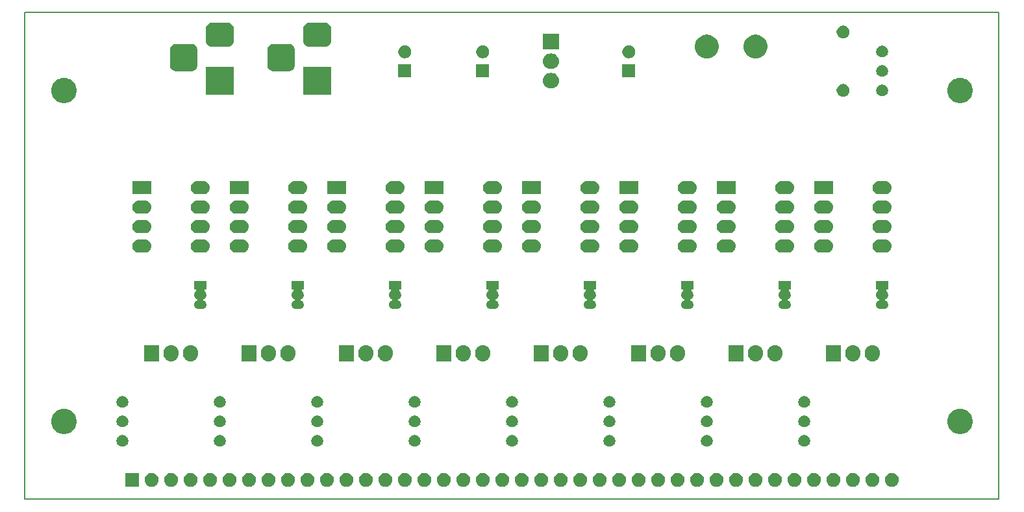
<source format=gbr>
From 1b8c0d32795be404dcd4f493d450cfa59134e1af Mon Sep 17 00:00:00 2001
From: Blaise Thompson <blaise@untzag.com>
Date: Fri, 7 May 2021 11:44:21 -0500
Subject: add

---
 .../driver-pcb/kicad/PDF/galvanosynth-B_Mask.gbr   | 7854 ++++++++++++++++++++
 1 file changed, 7854 insertions(+)
 create mode 100644 galvanosyth/driver-pcb/kicad/PDF/galvanosynth-B_Mask.gbr

(limited to 'galvanosyth/driver-pcb/kicad/PDF/galvanosynth-B_Mask.gbr')

diff --git a/galvanosyth/driver-pcb/kicad/PDF/galvanosynth-B_Mask.gbr b/galvanosyth/driver-pcb/kicad/PDF/galvanosynth-B_Mask.gbr
new file mode 100644
index 0000000..ad8b787
--- /dev/null
+++ b/galvanosyth/driver-pcb/kicad/PDF/galvanosynth-B_Mask.gbr
@@ -0,0 +1,7854 @@
+G04 #@! TF.GenerationSoftware,KiCad,Pcbnew,5.1.5+dfsg1-2*
+G04 #@! TF.CreationDate,2019-12-13T15:30:38-06:00*
+G04 #@! TF.ProjectId,galvanosynth,67616c76-616e-46f7-9379-6e74682e6b69,4.0.0*
+G04 #@! TF.SameCoordinates,Original*
+G04 #@! TF.FileFunction,Soldermask,Bot*
+G04 #@! TF.FilePolarity,Negative*
+%FSLAX46Y46*%
+G04 Gerber Fmt 4.6, Leading zero omitted, Abs format (unit mm)*
+G04 Created by KiCad (PCBNEW 5.1.5+dfsg1-2) date 2019-12-13 15:30:38*
+%MOMM*%
+%LPD*%
+G04 APERTURE LIST*
+%ADD10C,0.150000*%
+%ADD11C,0.100000*%
+G04 APERTURE END LIST*
+D10*
+X50800000Y-127000000D02*
+X177800000Y-127000000D01*
+X50800000Y-63500000D02*
+X177800000Y-63500000D01*
+X50800000Y-127000000D02*
+X50800000Y-63500000D01*
+X177800000Y-127000000D02*
+X177800000Y-63500000D01*
+D11*
+G36*
+X138543512Y-123563927D02*
+G01*
+X138692812Y-123593624D01*
+X138856784Y-123661544D01*
+X139004354Y-123760147D01*
+X139129853Y-123885646D01*
+X139228456Y-124033216D01*
+X139296376Y-124197188D01*
+X139331000Y-124371259D01*
+X139331000Y-124548741D01*
+X139296376Y-124722812D01*
+X139228456Y-124886784D01*
+X139129853Y-125034354D01*
+X139004354Y-125159853D01*
+X138856784Y-125258456D01*
+X138692812Y-125326376D01*
+X138543512Y-125356073D01*
+X138518742Y-125361000D01*
+X138341258Y-125361000D01*
+X138316488Y-125356073D01*
+X138167188Y-125326376D01*
+X138003216Y-125258456D01*
+X137855646Y-125159853D01*
+X137730147Y-125034354D01*
+X137631544Y-124886784D01*
+X137563624Y-124722812D01*
+X137529000Y-124548741D01*
+X137529000Y-124371259D01*
+X137563624Y-124197188D01*
+X137631544Y-124033216D01*
+X137730147Y-123885646D01*
+X137855646Y-123760147D01*
+X138003216Y-123661544D01*
+X138167188Y-123593624D01*
+X138316488Y-123563927D01*
+X138341258Y-123559000D01*
+X138518742Y-123559000D01*
+X138543512Y-123563927D01*
+G37*
+G36*
+X141083512Y-123563927D02*
+G01*
+X141232812Y-123593624D01*
+X141396784Y-123661544D01*
+X141544354Y-123760147D01*
+X141669853Y-123885646D01*
+X141768456Y-124033216D01*
+X141836376Y-124197188D01*
+X141871000Y-124371259D01*
+X141871000Y-124548741D01*
+X141836376Y-124722812D01*
+X141768456Y-124886784D01*
+X141669853Y-125034354D01*
+X141544354Y-125159853D01*
+X141396784Y-125258456D01*
+X141232812Y-125326376D01*
+X141083512Y-125356073D01*
+X141058742Y-125361000D01*
+X140881258Y-125361000D01*
+X140856488Y-125356073D01*
+X140707188Y-125326376D01*
+X140543216Y-125258456D01*
+X140395646Y-125159853D01*
+X140270147Y-125034354D01*
+X140171544Y-124886784D01*
+X140103624Y-124722812D01*
+X140069000Y-124548741D01*
+X140069000Y-124371259D01*
+X140103624Y-124197188D01*
+X140171544Y-124033216D01*
+X140270147Y-123885646D01*
+X140395646Y-123760147D01*
+X140543216Y-123661544D01*
+X140707188Y-123593624D01*
+X140856488Y-123563927D01*
+X140881258Y-123559000D01*
+X141058742Y-123559000D01*
+X141083512Y-123563927D01*
+G37*
+G36*
+X163943512Y-123563927D02*
+G01*
+X164092812Y-123593624D01*
+X164256784Y-123661544D01*
+X164404354Y-123760147D01*
+X164529853Y-123885646D01*
+X164628456Y-124033216D01*
+X164696376Y-124197188D01*
+X164731000Y-124371259D01*
+X164731000Y-124548741D01*
+X164696376Y-124722812D01*
+X164628456Y-124886784D01*
+X164529853Y-125034354D01*
+X164404354Y-125159853D01*
+X164256784Y-125258456D01*
+X164092812Y-125326376D01*
+X163943512Y-125356073D01*
+X163918742Y-125361000D01*
+X163741258Y-125361000D01*
+X163716488Y-125356073D01*
+X163567188Y-125326376D01*
+X163403216Y-125258456D01*
+X163255646Y-125159853D01*
+X163130147Y-125034354D01*
+X163031544Y-124886784D01*
+X162963624Y-124722812D01*
+X162929000Y-124548741D01*
+X162929000Y-124371259D01*
+X162963624Y-124197188D01*
+X163031544Y-124033216D01*
+X163130147Y-123885646D01*
+X163255646Y-123760147D01*
+X163403216Y-123661544D01*
+X163567188Y-123593624D01*
+X163716488Y-123563927D01*
+X163741258Y-123559000D01*
+X163918742Y-123559000D01*
+X163943512Y-123563927D01*
+G37*
+G36*
+X161403512Y-123563927D02*
+G01*
+X161552812Y-123593624D01*
+X161716784Y-123661544D01*
+X161864354Y-123760147D01*
+X161989853Y-123885646D01*
+X162088456Y-124033216D01*
+X162156376Y-124197188D01*
+X162191000Y-124371259D01*
+X162191000Y-124548741D01*
+X162156376Y-124722812D01*
+X162088456Y-124886784D01*
+X161989853Y-125034354D01*
+X161864354Y-125159853D01*
+X161716784Y-125258456D01*
+X161552812Y-125326376D01*
+X161403512Y-125356073D01*
+X161378742Y-125361000D01*
+X161201258Y-125361000D01*
+X161176488Y-125356073D01*
+X161027188Y-125326376D01*
+X160863216Y-125258456D01*
+X160715646Y-125159853D01*
+X160590147Y-125034354D01*
+X160491544Y-124886784D01*
+X160423624Y-124722812D01*
+X160389000Y-124548741D01*
+X160389000Y-124371259D01*
+X160423624Y-124197188D01*
+X160491544Y-124033216D01*
+X160590147Y-123885646D01*
+X160715646Y-123760147D01*
+X160863216Y-123661544D01*
+X161027188Y-123593624D01*
+X161176488Y-123563927D01*
+X161201258Y-123559000D01*
+X161378742Y-123559000D01*
+X161403512Y-123563927D01*
+G37*
+G36*
+X158863512Y-123563927D02*
+G01*
+X159012812Y-123593624D01*
+X159176784Y-123661544D01*
+X159324354Y-123760147D01*
+X159449853Y-123885646D01*
+X159548456Y-124033216D01*
+X159616376Y-124197188D01*
+X159651000Y-124371259D01*
+X159651000Y-124548741D01*
+X159616376Y-124722812D01*
+X159548456Y-124886784D01*
+X159449853Y-125034354D01*
+X159324354Y-125159853D01*
+X159176784Y-125258456D01*
+X159012812Y-125326376D01*
+X158863512Y-125356073D01*
+X158838742Y-125361000D01*
+X158661258Y-125361000D01*
+X158636488Y-125356073D01*
+X158487188Y-125326376D01*
+X158323216Y-125258456D01*
+X158175646Y-125159853D01*
+X158050147Y-125034354D01*
+X157951544Y-124886784D01*
+X157883624Y-124722812D01*
+X157849000Y-124548741D01*
+X157849000Y-124371259D01*
+X157883624Y-124197188D01*
+X157951544Y-124033216D01*
+X158050147Y-123885646D01*
+X158175646Y-123760147D01*
+X158323216Y-123661544D01*
+X158487188Y-123593624D01*
+X158636488Y-123563927D01*
+X158661258Y-123559000D01*
+X158838742Y-123559000D01*
+X158863512Y-123563927D01*
+G37*
+G36*
+X156323512Y-123563927D02*
+G01*
+X156472812Y-123593624D01*
+X156636784Y-123661544D01*
+X156784354Y-123760147D01*
+X156909853Y-123885646D01*
+X157008456Y-124033216D01*
+X157076376Y-124197188D01*
+X157111000Y-124371259D01*
+X157111000Y-124548741D01*
+X157076376Y-124722812D01*
+X157008456Y-124886784D01*
+X156909853Y-125034354D01*
+X156784354Y-125159853D01*
+X156636784Y-125258456D01*
+X156472812Y-125326376D01*
+X156323512Y-125356073D01*
+X156298742Y-125361000D01*
+X156121258Y-125361000D01*
+X156096488Y-125356073D01*
+X155947188Y-125326376D01*
+X155783216Y-125258456D01*
+X155635646Y-125159853D01*
+X155510147Y-125034354D01*
+X155411544Y-124886784D01*
+X155343624Y-124722812D01*
+X155309000Y-124548741D01*
+X155309000Y-124371259D01*
+X155343624Y-124197188D01*
+X155411544Y-124033216D01*
+X155510147Y-123885646D01*
+X155635646Y-123760147D01*
+X155783216Y-123661544D01*
+X155947188Y-123593624D01*
+X156096488Y-123563927D01*
+X156121258Y-123559000D01*
+X156298742Y-123559000D01*
+X156323512Y-123563927D01*
+G37*
+G36*
+X153783512Y-123563927D02*
+G01*
+X153932812Y-123593624D01*
+X154096784Y-123661544D01*
+X154244354Y-123760147D01*
+X154369853Y-123885646D01*
+X154468456Y-124033216D01*
+X154536376Y-124197188D01*
+X154571000Y-124371259D01*
+X154571000Y-124548741D01*
+X154536376Y-124722812D01*
+X154468456Y-124886784D01*
+X154369853Y-125034354D01*
+X154244354Y-125159853D01*
+X154096784Y-125258456D01*
+X153932812Y-125326376D01*
+X153783512Y-125356073D01*
+X153758742Y-125361000D01*
+X153581258Y-125361000D01*
+X153556488Y-125356073D01*
+X153407188Y-125326376D01*
+X153243216Y-125258456D01*
+X153095646Y-125159853D01*
+X152970147Y-125034354D01*
+X152871544Y-124886784D01*
+X152803624Y-124722812D01*
+X152769000Y-124548741D01*
+X152769000Y-124371259D01*
+X152803624Y-124197188D01*
+X152871544Y-124033216D01*
+X152970147Y-123885646D01*
+X153095646Y-123760147D01*
+X153243216Y-123661544D01*
+X153407188Y-123593624D01*
+X153556488Y-123563927D01*
+X153581258Y-123559000D01*
+X153758742Y-123559000D01*
+X153783512Y-123563927D01*
+G37*
+G36*
+X151243512Y-123563927D02*
+G01*
+X151392812Y-123593624D01*
+X151556784Y-123661544D01*
+X151704354Y-123760147D01*
+X151829853Y-123885646D01*
+X151928456Y-124033216D01*
+X151996376Y-124197188D01*
+X152031000Y-124371259D01*
+X152031000Y-124548741D01*
+X151996376Y-124722812D01*
+X151928456Y-124886784D01*
+X151829853Y-125034354D01*
+X151704354Y-125159853D01*
+X151556784Y-125258456D01*
+X151392812Y-125326376D01*
+X151243512Y-125356073D01*
+X151218742Y-125361000D01*
+X151041258Y-125361000D01*
+X151016488Y-125356073D01*
+X150867188Y-125326376D01*
+X150703216Y-125258456D01*
+X150555646Y-125159853D01*
+X150430147Y-125034354D01*
+X150331544Y-124886784D01*
+X150263624Y-124722812D01*
+X150229000Y-124548741D01*
+X150229000Y-124371259D01*
+X150263624Y-124197188D01*
+X150331544Y-124033216D01*
+X150430147Y-123885646D01*
+X150555646Y-123760147D01*
+X150703216Y-123661544D01*
+X150867188Y-123593624D01*
+X151016488Y-123563927D01*
+X151041258Y-123559000D01*
+X151218742Y-123559000D01*
+X151243512Y-123563927D01*
+G37*
+G36*
+X148703512Y-123563927D02*
+G01*
+X148852812Y-123593624D01*
+X149016784Y-123661544D01*
+X149164354Y-123760147D01*
+X149289853Y-123885646D01*
+X149388456Y-124033216D01*
+X149456376Y-124197188D01*
+X149491000Y-124371259D01*
+X149491000Y-124548741D01*
+X149456376Y-124722812D01*
+X149388456Y-124886784D01*
+X149289853Y-125034354D01*
+X149164354Y-125159853D01*
+X149016784Y-125258456D01*
+X148852812Y-125326376D01*
+X148703512Y-125356073D01*
+X148678742Y-125361000D01*
+X148501258Y-125361000D01*
+X148476488Y-125356073D01*
+X148327188Y-125326376D01*
+X148163216Y-125258456D01*
+X148015646Y-125159853D01*
+X147890147Y-125034354D01*
+X147791544Y-124886784D01*
+X147723624Y-124722812D01*
+X147689000Y-124548741D01*
+X147689000Y-124371259D01*
+X147723624Y-124197188D01*
+X147791544Y-124033216D01*
+X147890147Y-123885646D01*
+X148015646Y-123760147D01*
+X148163216Y-123661544D01*
+X148327188Y-123593624D01*
+X148476488Y-123563927D01*
+X148501258Y-123559000D01*
+X148678742Y-123559000D01*
+X148703512Y-123563927D01*
+G37*
+G36*
+X146163512Y-123563927D02*
+G01*
+X146312812Y-123593624D01*
+X146476784Y-123661544D01*
+X146624354Y-123760147D01*
+X146749853Y-123885646D01*
+X146848456Y-124033216D01*
+X146916376Y-124197188D01*
+X146951000Y-124371259D01*
+X146951000Y-124548741D01*
+X146916376Y-124722812D01*
+X146848456Y-124886784D01*
+X146749853Y-125034354D01*
+X146624354Y-125159853D01*
+X146476784Y-125258456D01*
+X146312812Y-125326376D01*
+X146163512Y-125356073D01*
+X146138742Y-125361000D01*
+X145961258Y-125361000D01*
+X145936488Y-125356073D01*
+X145787188Y-125326376D01*
+X145623216Y-125258456D01*
+X145475646Y-125159853D01*
+X145350147Y-125034354D01*
+X145251544Y-124886784D01*
+X145183624Y-124722812D01*
+X145149000Y-124548741D01*
+X145149000Y-124371259D01*
+X145183624Y-124197188D01*
+X145251544Y-124033216D01*
+X145350147Y-123885646D01*
+X145475646Y-123760147D01*
+X145623216Y-123661544D01*
+X145787188Y-123593624D01*
+X145936488Y-123563927D01*
+X145961258Y-123559000D01*
+X146138742Y-123559000D01*
+X146163512Y-123563927D01*
+G37*
+G36*
+X143623512Y-123563927D02*
+G01*
+X143772812Y-123593624D01*
+X143936784Y-123661544D01*
+X144084354Y-123760147D01*
+X144209853Y-123885646D01*
+X144308456Y-124033216D01*
+X144376376Y-124197188D01*
+X144411000Y-124371259D01*
+X144411000Y-124548741D01*
+X144376376Y-124722812D01*
+X144308456Y-124886784D01*
+X144209853Y-125034354D01*
+X144084354Y-125159853D01*
+X143936784Y-125258456D01*
+X143772812Y-125326376D01*
+X143623512Y-125356073D01*
+X143598742Y-125361000D01*
+X143421258Y-125361000D01*
+X143396488Y-125356073D01*
+X143247188Y-125326376D01*
+X143083216Y-125258456D01*
+X142935646Y-125159853D01*
+X142810147Y-125034354D01*
+X142711544Y-124886784D01*
+X142643624Y-124722812D01*
+X142609000Y-124548741D01*
+X142609000Y-124371259D01*
+X142643624Y-124197188D01*
+X142711544Y-124033216D01*
+X142810147Y-123885646D01*
+X142935646Y-123760147D01*
+X143083216Y-123661544D01*
+X143247188Y-123593624D01*
+X143396488Y-123563927D01*
+X143421258Y-123559000D01*
+X143598742Y-123559000D01*
+X143623512Y-123563927D01*
+G37*
+G36*
+X113143512Y-123563927D02*
+G01*
+X113292812Y-123593624D01*
+X113456784Y-123661544D01*
+X113604354Y-123760147D01*
+X113729853Y-123885646D01*
+X113828456Y-124033216D01*
+X113896376Y-124197188D01*
+X113931000Y-124371259D01*
+X113931000Y-124548741D01*
+X113896376Y-124722812D01*
+X113828456Y-124886784D01*
+X113729853Y-125034354D01*
+X113604354Y-125159853D01*
+X113456784Y-125258456D01*
+X113292812Y-125326376D01*
+X113143512Y-125356073D01*
+X113118742Y-125361000D01*
+X112941258Y-125361000D01*
+X112916488Y-125356073D01*
+X112767188Y-125326376D01*
+X112603216Y-125258456D01*
+X112455646Y-125159853D01*
+X112330147Y-125034354D01*
+X112231544Y-124886784D01*
+X112163624Y-124722812D01*
+X112129000Y-124548741D01*
+X112129000Y-124371259D01*
+X112163624Y-124197188D01*
+X112231544Y-124033216D01*
+X112330147Y-123885646D01*
+X112455646Y-123760147D01*
+X112603216Y-123661544D01*
+X112767188Y-123593624D01*
+X112916488Y-123563927D01*
+X112941258Y-123559000D01*
+X113118742Y-123559000D01*
+X113143512Y-123563927D01*
+G37*
+G36*
+X136003512Y-123563927D02*
+G01*
+X136152812Y-123593624D01*
+X136316784Y-123661544D01*
+X136464354Y-123760147D01*
+X136589853Y-123885646D01*
+X136688456Y-124033216D01*
+X136756376Y-124197188D01*
+X136791000Y-124371259D01*
+X136791000Y-124548741D01*
+X136756376Y-124722812D01*
+X136688456Y-124886784D01*
+X136589853Y-125034354D01*
+X136464354Y-125159853D01*
+X136316784Y-125258456D01*
+X136152812Y-125326376D01*
+X136003512Y-125356073D01*
+X135978742Y-125361000D01*
+X135801258Y-125361000D01*
+X135776488Y-125356073D01*
+X135627188Y-125326376D01*
+X135463216Y-125258456D01*
+X135315646Y-125159853D01*
+X135190147Y-125034354D01*
+X135091544Y-124886784D01*
+X135023624Y-124722812D01*
+X134989000Y-124548741D01*
+X134989000Y-124371259D01*
+X135023624Y-124197188D01*
+X135091544Y-124033216D01*
+X135190147Y-123885646D01*
+X135315646Y-123760147D01*
+X135463216Y-123661544D01*
+X135627188Y-123593624D01*
+X135776488Y-123563927D01*
+X135801258Y-123559000D01*
+X135978742Y-123559000D01*
+X136003512Y-123563927D01*
+G37*
+G36*
+X133463512Y-123563927D02*
+G01*
+X133612812Y-123593624D01*
+X133776784Y-123661544D01*
+X133924354Y-123760147D01*
+X134049853Y-123885646D01*
+X134148456Y-124033216D01*
+X134216376Y-124197188D01*
+X134251000Y-124371259D01*
+X134251000Y-124548741D01*
+X134216376Y-124722812D01*
+X134148456Y-124886784D01*
+X134049853Y-125034354D01*
+X133924354Y-125159853D01*
+X133776784Y-125258456D01*
+X133612812Y-125326376D01*
+X133463512Y-125356073D01*
+X133438742Y-125361000D01*
+X133261258Y-125361000D01*
+X133236488Y-125356073D01*
+X133087188Y-125326376D01*
+X132923216Y-125258456D01*
+X132775646Y-125159853D01*
+X132650147Y-125034354D01*
+X132551544Y-124886784D01*
+X132483624Y-124722812D01*
+X132449000Y-124548741D01*
+X132449000Y-124371259D01*
+X132483624Y-124197188D01*
+X132551544Y-124033216D01*
+X132650147Y-123885646D01*
+X132775646Y-123760147D01*
+X132923216Y-123661544D01*
+X133087188Y-123593624D01*
+X133236488Y-123563927D01*
+X133261258Y-123559000D01*
+X133438742Y-123559000D01*
+X133463512Y-123563927D01*
+G37*
+G36*
+X130923512Y-123563927D02*
+G01*
+X131072812Y-123593624D01*
+X131236784Y-123661544D01*
+X131384354Y-123760147D01*
+X131509853Y-123885646D01*
+X131608456Y-124033216D01*
+X131676376Y-124197188D01*
+X131711000Y-124371259D01*
+X131711000Y-124548741D01*
+X131676376Y-124722812D01*
+X131608456Y-124886784D01*
+X131509853Y-125034354D01*
+X131384354Y-125159853D01*
+X131236784Y-125258456D01*
+X131072812Y-125326376D01*
+X130923512Y-125356073D01*
+X130898742Y-125361000D01*
+X130721258Y-125361000D01*
+X130696488Y-125356073D01*
+X130547188Y-125326376D01*
+X130383216Y-125258456D01*
+X130235646Y-125159853D01*
+X130110147Y-125034354D01*
+X130011544Y-124886784D01*
+X129943624Y-124722812D01*
+X129909000Y-124548741D01*
+X129909000Y-124371259D01*
+X129943624Y-124197188D01*
+X130011544Y-124033216D01*
+X130110147Y-123885646D01*
+X130235646Y-123760147D01*
+X130383216Y-123661544D01*
+X130547188Y-123593624D01*
+X130696488Y-123563927D01*
+X130721258Y-123559000D01*
+X130898742Y-123559000D01*
+X130923512Y-123563927D01*
+G37*
+G36*
+X128383512Y-123563927D02*
+G01*
+X128532812Y-123593624D01*
+X128696784Y-123661544D01*
+X128844354Y-123760147D01*
+X128969853Y-123885646D01*
+X129068456Y-124033216D01*
+X129136376Y-124197188D01*
+X129171000Y-124371259D01*
+X129171000Y-124548741D01*
+X129136376Y-124722812D01*
+X129068456Y-124886784D01*
+X128969853Y-125034354D01*
+X128844354Y-125159853D01*
+X128696784Y-125258456D01*
+X128532812Y-125326376D01*
+X128383512Y-125356073D01*
+X128358742Y-125361000D01*
+X128181258Y-125361000D01*
+X128156488Y-125356073D01*
+X128007188Y-125326376D01*
+X127843216Y-125258456D01*
+X127695646Y-125159853D01*
+X127570147Y-125034354D01*
+X127471544Y-124886784D01*
+X127403624Y-124722812D01*
+X127369000Y-124548741D01*
+X127369000Y-124371259D01*
+X127403624Y-124197188D01*
+X127471544Y-124033216D01*
+X127570147Y-123885646D01*
+X127695646Y-123760147D01*
+X127843216Y-123661544D01*
+X128007188Y-123593624D01*
+X128156488Y-123563927D01*
+X128181258Y-123559000D01*
+X128358742Y-123559000D01*
+X128383512Y-123563927D01*
+G37*
+G36*
+X125843512Y-123563927D02*
+G01*
+X125992812Y-123593624D01*
+X126156784Y-123661544D01*
+X126304354Y-123760147D01*
+X126429853Y-123885646D01*
+X126528456Y-124033216D01*
+X126596376Y-124197188D01*
+X126631000Y-124371259D01*
+X126631000Y-124548741D01*
+X126596376Y-124722812D01*
+X126528456Y-124886784D01*
+X126429853Y-125034354D01*
+X126304354Y-125159853D01*
+X126156784Y-125258456D01*
+X125992812Y-125326376D01*
+X125843512Y-125356073D01*
+X125818742Y-125361000D01*
+X125641258Y-125361000D01*
+X125616488Y-125356073D01*
+X125467188Y-125326376D01*
+X125303216Y-125258456D01*
+X125155646Y-125159853D01*
+X125030147Y-125034354D01*
+X124931544Y-124886784D01*
+X124863624Y-124722812D01*
+X124829000Y-124548741D01*
+X124829000Y-124371259D01*
+X124863624Y-124197188D01*
+X124931544Y-124033216D01*
+X125030147Y-123885646D01*
+X125155646Y-123760147D01*
+X125303216Y-123661544D01*
+X125467188Y-123593624D01*
+X125616488Y-123563927D01*
+X125641258Y-123559000D01*
+X125818742Y-123559000D01*
+X125843512Y-123563927D01*
+G37*
+G36*
+X123303512Y-123563927D02*
+G01*
+X123452812Y-123593624D01*
+X123616784Y-123661544D01*
+X123764354Y-123760147D01*
+X123889853Y-123885646D01*
+X123988456Y-124033216D01*
+X124056376Y-124197188D01*
+X124091000Y-124371259D01*
+X124091000Y-124548741D01*
+X124056376Y-124722812D01*
+X123988456Y-124886784D01*
+X123889853Y-125034354D01*
+X123764354Y-125159853D01*
+X123616784Y-125258456D01*
+X123452812Y-125326376D01*
+X123303512Y-125356073D01*
+X123278742Y-125361000D01*
+X123101258Y-125361000D01*
+X123076488Y-125356073D01*
+X122927188Y-125326376D01*
+X122763216Y-125258456D01*
+X122615646Y-125159853D01*
+X122490147Y-125034354D01*
+X122391544Y-124886784D01*
+X122323624Y-124722812D01*
+X122289000Y-124548741D01*
+X122289000Y-124371259D01*
+X122323624Y-124197188D01*
+X122391544Y-124033216D01*
+X122490147Y-123885646D01*
+X122615646Y-123760147D01*
+X122763216Y-123661544D01*
+X122927188Y-123593624D01*
+X123076488Y-123563927D01*
+X123101258Y-123559000D01*
+X123278742Y-123559000D01*
+X123303512Y-123563927D01*
+G37*
+G36*
+X120763512Y-123563927D02*
+G01*
+X120912812Y-123593624D01*
+X121076784Y-123661544D01*
+X121224354Y-123760147D01*
+X121349853Y-123885646D01*
+X121448456Y-124033216D01*
+X121516376Y-124197188D01*
+X121551000Y-124371259D01*
+X121551000Y-124548741D01*
+X121516376Y-124722812D01*
+X121448456Y-124886784D01*
+X121349853Y-125034354D01*
+X121224354Y-125159853D01*
+X121076784Y-125258456D01*
+X120912812Y-125326376D01*
+X120763512Y-125356073D01*
+X120738742Y-125361000D01*
+X120561258Y-125361000D01*
+X120536488Y-125356073D01*
+X120387188Y-125326376D01*
+X120223216Y-125258456D01*
+X120075646Y-125159853D01*
+X119950147Y-125034354D01*
+X119851544Y-124886784D01*
+X119783624Y-124722812D01*
+X119749000Y-124548741D01*
+X119749000Y-124371259D01*
+X119783624Y-124197188D01*
+X119851544Y-124033216D01*
+X119950147Y-123885646D01*
+X120075646Y-123760147D01*
+X120223216Y-123661544D01*
+X120387188Y-123593624D01*
+X120536488Y-123563927D01*
+X120561258Y-123559000D01*
+X120738742Y-123559000D01*
+X120763512Y-123563927D01*
+G37*
+G36*
+X118223512Y-123563927D02*
+G01*
+X118372812Y-123593624D01*
+X118536784Y-123661544D01*
+X118684354Y-123760147D01*
+X118809853Y-123885646D01*
+X118908456Y-124033216D01*
+X118976376Y-124197188D01*
+X119011000Y-124371259D01*
+X119011000Y-124548741D01*
+X118976376Y-124722812D01*
+X118908456Y-124886784D01*
+X118809853Y-125034354D01*
+X118684354Y-125159853D01*
+X118536784Y-125258456D01*
+X118372812Y-125326376D01*
+X118223512Y-125356073D01*
+X118198742Y-125361000D01*
+X118021258Y-125361000D01*
+X117996488Y-125356073D01*
+X117847188Y-125326376D01*
+X117683216Y-125258456D01*
+X117535646Y-125159853D01*
+X117410147Y-125034354D01*
+X117311544Y-124886784D01*
+X117243624Y-124722812D01*
+X117209000Y-124548741D01*
+X117209000Y-124371259D01*
+X117243624Y-124197188D01*
+X117311544Y-124033216D01*
+X117410147Y-123885646D01*
+X117535646Y-123760147D01*
+X117683216Y-123661544D01*
+X117847188Y-123593624D01*
+X117996488Y-123563927D01*
+X118021258Y-123559000D01*
+X118198742Y-123559000D01*
+X118223512Y-123563927D01*
+G37*
+G36*
+X87743512Y-123563927D02*
+G01*
+X87892812Y-123593624D01*
+X88056784Y-123661544D01*
+X88204354Y-123760147D01*
+X88329853Y-123885646D01*
+X88428456Y-124033216D01*
+X88496376Y-124197188D01*
+X88531000Y-124371259D01*
+X88531000Y-124548741D01*
+X88496376Y-124722812D01*
+X88428456Y-124886784D01*
+X88329853Y-125034354D01*
+X88204354Y-125159853D01*
+X88056784Y-125258456D01*
+X87892812Y-125326376D01*
+X87743512Y-125356073D01*
+X87718742Y-125361000D01*
+X87541258Y-125361000D01*
+X87516488Y-125356073D01*
+X87367188Y-125326376D01*
+X87203216Y-125258456D01*
+X87055646Y-125159853D01*
+X86930147Y-125034354D01*
+X86831544Y-124886784D01*
+X86763624Y-124722812D01*
+X86729000Y-124548741D01*
+X86729000Y-124371259D01*
+X86763624Y-124197188D01*
+X86831544Y-124033216D01*
+X86930147Y-123885646D01*
+X87055646Y-123760147D01*
+X87203216Y-123661544D01*
+X87367188Y-123593624D01*
+X87516488Y-123563927D01*
+X87541258Y-123559000D01*
+X87718742Y-123559000D01*
+X87743512Y-123563927D01*
+G37*
+G36*
+X67423512Y-123563927D02*
+G01*
+X67572812Y-123593624D01*
+X67736784Y-123661544D01*
+X67884354Y-123760147D01*
+X68009853Y-123885646D01*
+X68108456Y-124033216D01*
+X68176376Y-124197188D01*
+X68211000Y-124371259D01*
+X68211000Y-124548741D01*
+X68176376Y-124722812D01*
+X68108456Y-124886784D01*
+X68009853Y-125034354D01*
+X67884354Y-125159853D01*
+X67736784Y-125258456D01*
+X67572812Y-125326376D01*
+X67423512Y-125356073D01*
+X67398742Y-125361000D01*
+X67221258Y-125361000D01*
+X67196488Y-125356073D01*
+X67047188Y-125326376D01*
+X66883216Y-125258456D01*
+X66735646Y-125159853D01*
+X66610147Y-125034354D01*
+X66511544Y-124886784D01*
+X66443624Y-124722812D01*
+X66409000Y-124548741D01*
+X66409000Y-124371259D01*
+X66443624Y-124197188D01*
+X66511544Y-124033216D01*
+X66610147Y-123885646D01*
+X66735646Y-123760147D01*
+X66883216Y-123661544D01*
+X67047188Y-123593624D01*
+X67196488Y-123563927D01*
+X67221258Y-123559000D01*
+X67398742Y-123559000D01*
+X67423512Y-123563927D01*
+G37*
+G36*
+X65671000Y-125361000D02*
+G01*
+X63869000Y-125361000D01*
+X63869000Y-123559000D01*
+X65671000Y-123559000D01*
+X65671000Y-125361000D01*
+G37*
+G36*
+X110603512Y-123563927D02*
+G01*
+X110752812Y-123593624D01*
+X110916784Y-123661544D01*
+X111064354Y-123760147D01*
+X111189853Y-123885646D01*
+X111288456Y-124033216D01*
+X111356376Y-124197188D01*
+X111391000Y-124371259D01*
+X111391000Y-124548741D01*
+X111356376Y-124722812D01*
+X111288456Y-124886784D01*
+X111189853Y-125034354D01*
+X111064354Y-125159853D01*
+X110916784Y-125258456D01*
+X110752812Y-125326376D01*
+X110603512Y-125356073D01*
+X110578742Y-125361000D01*
+X110401258Y-125361000D01*
+X110376488Y-125356073D01*
+X110227188Y-125326376D01*
+X110063216Y-125258456D01*
+X109915646Y-125159853D01*
+X109790147Y-125034354D01*
+X109691544Y-124886784D01*
+X109623624Y-124722812D01*
+X109589000Y-124548741D01*
+X109589000Y-124371259D01*
+X109623624Y-124197188D01*
+X109691544Y-124033216D01*
+X109790147Y-123885646D01*
+X109915646Y-123760147D01*
+X110063216Y-123661544D01*
+X110227188Y-123593624D01*
+X110376488Y-123563927D01*
+X110401258Y-123559000D01*
+X110578742Y-123559000D01*
+X110603512Y-123563927D01*
+G37*
+G36*
+X108063512Y-123563927D02*
+G01*
+X108212812Y-123593624D01*
+X108376784Y-123661544D01*
+X108524354Y-123760147D01*
+X108649853Y-123885646D01*
+X108748456Y-124033216D01*
+X108816376Y-124197188D01*
+X108851000Y-124371259D01*
+X108851000Y-124548741D01*
+X108816376Y-124722812D01*
+X108748456Y-124886784D01*
+X108649853Y-125034354D01*
+X108524354Y-125159853D01*
+X108376784Y-125258456D01*
+X108212812Y-125326376D01*
+X108063512Y-125356073D01*
+X108038742Y-125361000D01*
+X107861258Y-125361000D01*
+X107836488Y-125356073D01*
+X107687188Y-125326376D01*
+X107523216Y-125258456D01*
+X107375646Y-125159853D01*
+X107250147Y-125034354D01*
+X107151544Y-124886784D01*
+X107083624Y-124722812D01*
+X107049000Y-124548741D01*
+X107049000Y-124371259D01*
+X107083624Y-124197188D01*
+X107151544Y-124033216D01*
+X107250147Y-123885646D01*
+X107375646Y-123760147D01*
+X107523216Y-123661544D01*
+X107687188Y-123593624D01*
+X107836488Y-123563927D01*
+X107861258Y-123559000D01*
+X108038742Y-123559000D01*
+X108063512Y-123563927D01*
+G37*
+G36*
+X105523512Y-123563927D02*
+G01*
+X105672812Y-123593624D01*
+X105836784Y-123661544D01*
+X105984354Y-123760147D01*
+X106109853Y-123885646D01*
+X106208456Y-124033216D01*
+X106276376Y-124197188D01*
+X106311000Y-124371259D01*
+X106311000Y-124548741D01*
+X106276376Y-124722812D01*
+X106208456Y-124886784D01*
+X106109853Y-125034354D01*
+X105984354Y-125159853D01*
+X105836784Y-125258456D01*
+X105672812Y-125326376D01*
+X105523512Y-125356073D01*
+X105498742Y-125361000D01*
+X105321258Y-125361000D01*
+X105296488Y-125356073D01*
+X105147188Y-125326376D01*
+X104983216Y-125258456D01*
+X104835646Y-125159853D01*
+X104710147Y-125034354D01*
+X104611544Y-124886784D01*
+X104543624Y-124722812D01*
+X104509000Y-124548741D01*
+X104509000Y-124371259D01*
+X104543624Y-124197188D01*
+X104611544Y-124033216D01*
+X104710147Y-123885646D01*
+X104835646Y-123760147D01*
+X104983216Y-123661544D01*
+X105147188Y-123593624D01*
+X105296488Y-123563927D01*
+X105321258Y-123559000D01*
+X105498742Y-123559000D01*
+X105523512Y-123563927D01*
+G37*
+G36*
+X102983512Y-123563927D02*
+G01*
+X103132812Y-123593624D01*
+X103296784Y-123661544D01*
+X103444354Y-123760147D01*
+X103569853Y-123885646D01*
+X103668456Y-124033216D01*
+X103736376Y-124197188D01*
+X103771000Y-124371259D01*
+X103771000Y-124548741D01*
+X103736376Y-124722812D01*
+X103668456Y-124886784D01*
+X103569853Y-125034354D01*
+X103444354Y-125159853D01*
+X103296784Y-125258456D01*
+X103132812Y-125326376D01*
+X102983512Y-125356073D01*
+X102958742Y-125361000D01*
+X102781258Y-125361000D01*
+X102756488Y-125356073D01*
+X102607188Y-125326376D01*
+X102443216Y-125258456D01*
+X102295646Y-125159853D01*
+X102170147Y-125034354D01*
+X102071544Y-124886784D01*
+X102003624Y-124722812D01*
+X101969000Y-124548741D01*
+X101969000Y-124371259D01*
+X102003624Y-124197188D01*
+X102071544Y-124033216D01*
+X102170147Y-123885646D01*
+X102295646Y-123760147D01*
+X102443216Y-123661544D01*
+X102607188Y-123593624D01*
+X102756488Y-123563927D01*
+X102781258Y-123559000D01*
+X102958742Y-123559000D01*
+X102983512Y-123563927D01*
+G37*
+G36*
+X100443512Y-123563927D02*
+G01*
+X100592812Y-123593624D01*
+X100756784Y-123661544D01*
+X100904354Y-123760147D01*
+X101029853Y-123885646D01*
+X101128456Y-124033216D01*
+X101196376Y-124197188D01*
+X101231000Y-124371259D01*
+X101231000Y-124548741D01*
+X101196376Y-124722812D01*
+X101128456Y-124886784D01*
+X101029853Y-125034354D01*
+X100904354Y-125159853D01*
+X100756784Y-125258456D01*
+X100592812Y-125326376D01*
+X100443512Y-125356073D01*
+X100418742Y-125361000D01*
+X100241258Y-125361000D01*
+X100216488Y-125356073D01*
+X100067188Y-125326376D01*
+X99903216Y-125258456D01*
+X99755646Y-125159853D01*
+X99630147Y-125034354D01*
+X99531544Y-124886784D01*
+X99463624Y-124722812D01*
+X99429000Y-124548741D01*
+X99429000Y-124371259D01*
+X99463624Y-124197188D01*
+X99531544Y-124033216D01*
+X99630147Y-123885646D01*
+X99755646Y-123760147D01*
+X99903216Y-123661544D01*
+X100067188Y-123593624D01*
+X100216488Y-123563927D01*
+X100241258Y-123559000D01*
+X100418742Y-123559000D01*
+X100443512Y-123563927D01*
+G37*
+G36*
+X97903512Y-123563927D02*
+G01*
+X98052812Y-123593624D01*
+X98216784Y-123661544D01*
+X98364354Y-123760147D01*
+X98489853Y-123885646D01*
+X98588456Y-124033216D01*
+X98656376Y-124197188D01*
+X98691000Y-124371259D01*
+X98691000Y-124548741D01*
+X98656376Y-124722812D01*
+X98588456Y-124886784D01*
+X98489853Y-125034354D01*
+X98364354Y-125159853D01*
+X98216784Y-125258456D01*
+X98052812Y-125326376D01*
+X97903512Y-125356073D01*
+X97878742Y-125361000D01*
+X97701258Y-125361000D01*
+X97676488Y-125356073D01*
+X97527188Y-125326376D01*
+X97363216Y-125258456D01*
+X97215646Y-125159853D01*
+X97090147Y-125034354D01*
+X96991544Y-124886784D01*
+X96923624Y-124722812D01*
+X96889000Y-124548741D01*
+X96889000Y-124371259D01*
+X96923624Y-124197188D01*
+X96991544Y-124033216D01*
+X97090147Y-123885646D01*
+X97215646Y-123760147D01*
+X97363216Y-123661544D01*
+X97527188Y-123593624D01*
+X97676488Y-123563927D01*
+X97701258Y-123559000D01*
+X97878742Y-123559000D01*
+X97903512Y-123563927D01*
+G37*
+G36*
+X95363512Y-123563927D02*
+G01*
+X95512812Y-123593624D01*
+X95676784Y-123661544D01*
+X95824354Y-123760147D01*
+X95949853Y-123885646D01*
+X96048456Y-124033216D01*
+X96116376Y-124197188D01*
+X96151000Y-124371259D01*
+X96151000Y-124548741D01*
+X96116376Y-124722812D01*
+X96048456Y-124886784D01*
+X95949853Y-125034354D01*
+X95824354Y-125159853D01*
+X95676784Y-125258456D01*
+X95512812Y-125326376D01*
+X95363512Y-125356073D01*
+X95338742Y-125361000D01*
+X95161258Y-125361000D01*
+X95136488Y-125356073D01*
+X94987188Y-125326376D01*
+X94823216Y-125258456D01*
+X94675646Y-125159853D01*
+X94550147Y-125034354D01*
+X94451544Y-124886784D01*
+X94383624Y-124722812D01*
+X94349000Y-124548741D01*
+X94349000Y-124371259D01*
+X94383624Y-124197188D01*
+X94451544Y-124033216D01*
+X94550147Y-123885646D01*
+X94675646Y-123760147D01*
+X94823216Y-123661544D01*
+X94987188Y-123593624D01*
+X95136488Y-123563927D01*
+X95161258Y-123559000D01*
+X95338742Y-123559000D01*
+X95363512Y-123563927D01*
+G37*
+G36*
+X92823512Y-123563927D02*
+G01*
+X92972812Y-123593624D01*
+X93136784Y-123661544D01*
+X93284354Y-123760147D01*
+X93409853Y-123885646D01*
+X93508456Y-124033216D01*
+X93576376Y-124197188D01*
+X93611000Y-124371259D01*
+X93611000Y-124548741D01*
+X93576376Y-124722812D01*
+X93508456Y-124886784D01*
+X93409853Y-125034354D01*
+X93284354Y-125159853D01*
+X93136784Y-125258456D01*
+X92972812Y-125326376D01*
+X92823512Y-125356073D01*
+X92798742Y-125361000D01*
+X92621258Y-125361000D01*
+X92596488Y-125356073D01*
+X92447188Y-125326376D01*
+X92283216Y-125258456D01*
+X92135646Y-125159853D01*
+X92010147Y-125034354D01*
+X91911544Y-124886784D01*
+X91843624Y-124722812D01*
+X91809000Y-124548741D01*
+X91809000Y-124371259D01*
+X91843624Y-124197188D01*
+X91911544Y-124033216D01*
+X92010147Y-123885646D01*
+X92135646Y-123760147D01*
+X92283216Y-123661544D01*
+X92447188Y-123593624D01*
+X92596488Y-123563927D01*
+X92621258Y-123559000D01*
+X92798742Y-123559000D01*
+X92823512Y-123563927D01*
+G37*
+G36*
+X115683512Y-123563927D02*
+G01*
+X115832812Y-123593624D01*
+X115996784Y-123661544D01*
+X116144354Y-123760147D01*
+X116269853Y-123885646D01*
+X116368456Y-124033216D01*
+X116436376Y-124197188D01*
+X116471000Y-124371259D01*
+X116471000Y-124548741D01*
+X116436376Y-124722812D01*
+X116368456Y-124886784D01*
+X116269853Y-125034354D01*
+X116144354Y-125159853D01*
+X115996784Y-125258456D01*
+X115832812Y-125326376D01*
+X115683512Y-125356073D01*
+X115658742Y-125361000D01*
+X115481258Y-125361000D01*
+X115456488Y-125356073D01*
+X115307188Y-125326376D01*
+X115143216Y-125258456D01*
+X114995646Y-125159853D01*
+X114870147Y-125034354D01*
+X114771544Y-124886784D01*
+X114703624Y-124722812D01*
+X114669000Y-124548741D01*
+X114669000Y-124371259D01*
+X114703624Y-124197188D01*
+X114771544Y-124033216D01*
+X114870147Y-123885646D01*
+X114995646Y-123760147D01*
+X115143216Y-123661544D01*
+X115307188Y-123593624D01*
+X115456488Y-123563927D01*
+X115481258Y-123559000D01*
+X115658742Y-123559000D01*
+X115683512Y-123563927D01*
+G37*
+G36*
+X85203512Y-123563927D02*
+G01*
+X85352812Y-123593624D01*
+X85516784Y-123661544D01*
+X85664354Y-123760147D01*
+X85789853Y-123885646D01*
+X85888456Y-124033216D01*
+X85956376Y-124197188D01*
+X85991000Y-124371259D01*
+X85991000Y-124548741D01*
+X85956376Y-124722812D01*
+X85888456Y-124886784D01*
+X85789853Y-125034354D01*
+X85664354Y-125159853D01*
+X85516784Y-125258456D01*
+X85352812Y-125326376D01*
+X85203512Y-125356073D01*
+X85178742Y-125361000D01*
+X85001258Y-125361000D01*
+X84976488Y-125356073D01*
+X84827188Y-125326376D01*
+X84663216Y-125258456D01*
+X84515646Y-125159853D01*
+X84390147Y-125034354D01*
+X84291544Y-124886784D01*
+X84223624Y-124722812D01*
+X84189000Y-124548741D01*
+X84189000Y-124371259D01*
+X84223624Y-124197188D01*
+X84291544Y-124033216D01*
+X84390147Y-123885646D01*
+X84515646Y-123760147D01*
+X84663216Y-123661544D01*
+X84827188Y-123593624D01*
+X84976488Y-123563927D01*
+X85001258Y-123559000D01*
+X85178742Y-123559000D01*
+X85203512Y-123563927D01*
+G37*
+G36*
+X82663512Y-123563927D02*
+G01*
+X82812812Y-123593624D01*
+X82976784Y-123661544D01*
+X83124354Y-123760147D01*
+X83249853Y-123885646D01*
+X83348456Y-124033216D01*
+X83416376Y-124197188D01*
+X83451000Y-124371259D01*
+X83451000Y-124548741D01*
+X83416376Y-124722812D01*
+X83348456Y-124886784D01*
+X83249853Y-125034354D01*
+X83124354Y-125159853D01*
+X82976784Y-125258456D01*
+X82812812Y-125326376D01*
+X82663512Y-125356073D01*
+X82638742Y-125361000D01*
+X82461258Y-125361000D01*
+X82436488Y-125356073D01*
+X82287188Y-125326376D01*
+X82123216Y-125258456D01*
+X81975646Y-125159853D01*
+X81850147Y-125034354D01*
+X81751544Y-124886784D01*
+X81683624Y-124722812D01*
+X81649000Y-124548741D01*
+X81649000Y-124371259D01*
+X81683624Y-124197188D01*
+X81751544Y-124033216D01*
+X81850147Y-123885646D01*
+X81975646Y-123760147D01*
+X82123216Y-123661544D01*
+X82287188Y-123593624D01*
+X82436488Y-123563927D01*
+X82461258Y-123559000D01*
+X82638742Y-123559000D01*
+X82663512Y-123563927D01*
+G37*
+G36*
+X80123512Y-123563927D02*
+G01*
+X80272812Y-123593624D01*
+X80436784Y-123661544D01*
+X80584354Y-123760147D01*
+X80709853Y-123885646D01*
+X80808456Y-124033216D01*
+X80876376Y-124197188D01*
+X80911000Y-124371259D01*
+X80911000Y-124548741D01*
+X80876376Y-124722812D01*
+X80808456Y-124886784D01*
+X80709853Y-125034354D01*
+X80584354Y-125159853D01*
+X80436784Y-125258456D01*
+X80272812Y-125326376D01*
+X80123512Y-125356073D01*
+X80098742Y-125361000D01*
+X79921258Y-125361000D01*
+X79896488Y-125356073D01*
+X79747188Y-125326376D01*
+X79583216Y-125258456D01*
+X79435646Y-125159853D01*
+X79310147Y-125034354D01*
+X79211544Y-124886784D01*
+X79143624Y-124722812D01*
+X79109000Y-124548741D01*
+X79109000Y-124371259D01*
+X79143624Y-124197188D01*
+X79211544Y-124033216D01*
+X79310147Y-123885646D01*
+X79435646Y-123760147D01*
+X79583216Y-123661544D01*
+X79747188Y-123593624D01*
+X79896488Y-123563927D01*
+X79921258Y-123559000D01*
+X80098742Y-123559000D01*
+X80123512Y-123563927D01*
+G37*
+G36*
+X77583512Y-123563927D02*
+G01*
+X77732812Y-123593624D01*
+X77896784Y-123661544D01*
+X78044354Y-123760147D01*
+X78169853Y-123885646D01*
+X78268456Y-124033216D01*
+X78336376Y-124197188D01*
+X78371000Y-124371259D01*
+X78371000Y-124548741D01*
+X78336376Y-124722812D01*
+X78268456Y-124886784D01*
+X78169853Y-125034354D01*
+X78044354Y-125159853D01*
+X77896784Y-125258456D01*
+X77732812Y-125326376D01*
+X77583512Y-125356073D01*
+X77558742Y-125361000D01*
+X77381258Y-125361000D01*
+X77356488Y-125356073D01*
+X77207188Y-125326376D01*
+X77043216Y-125258456D01*
+X76895646Y-125159853D01*
+X76770147Y-125034354D01*
+X76671544Y-124886784D01*
+X76603624Y-124722812D01*
+X76569000Y-124548741D01*
+X76569000Y-124371259D01*
+X76603624Y-124197188D01*
+X76671544Y-124033216D01*
+X76770147Y-123885646D01*
+X76895646Y-123760147D01*
+X77043216Y-123661544D01*
+X77207188Y-123593624D01*
+X77356488Y-123563927D01*
+X77381258Y-123559000D01*
+X77558742Y-123559000D01*
+X77583512Y-123563927D01*
+G37*
+G36*
+X75043512Y-123563927D02*
+G01*
+X75192812Y-123593624D01*
+X75356784Y-123661544D01*
+X75504354Y-123760147D01*
+X75629853Y-123885646D01*
+X75728456Y-124033216D01*
+X75796376Y-124197188D01*
+X75831000Y-124371259D01*
+X75831000Y-124548741D01*
+X75796376Y-124722812D01*
+X75728456Y-124886784D01*
+X75629853Y-125034354D01*
+X75504354Y-125159853D01*
+X75356784Y-125258456D01*
+X75192812Y-125326376D01*
+X75043512Y-125356073D01*
+X75018742Y-125361000D01*
+X74841258Y-125361000D01*
+X74816488Y-125356073D01*
+X74667188Y-125326376D01*
+X74503216Y-125258456D01*
+X74355646Y-125159853D01*
+X74230147Y-125034354D01*
+X74131544Y-124886784D01*
+X74063624Y-124722812D01*
+X74029000Y-124548741D01*
+X74029000Y-124371259D01*
+X74063624Y-124197188D01*
+X74131544Y-124033216D01*
+X74230147Y-123885646D01*
+X74355646Y-123760147D01*
+X74503216Y-123661544D01*
+X74667188Y-123593624D01*
+X74816488Y-123563927D01*
+X74841258Y-123559000D01*
+X75018742Y-123559000D01*
+X75043512Y-123563927D01*
+G37*
+G36*
+X72503512Y-123563927D02*
+G01*
+X72652812Y-123593624D01*
+X72816784Y-123661544D01*
+X72964354Y-123760147D01*
+X73089853Y-123885646D01*
+X73188456Y-124033216D01*
+X73256376Y-124197188D01*
+X73291000Y-124371259D01*
+X73291000Y-124548741D01*
+X73256376Y-124722812D01*
+X73188456Y-124886784D01*
+X73089853Y-125034354D01*
+X72964354Y-125159853D01*
+X72816784Y-125258456D01*
+X72652812Y-125326376D01*
+X72503512Y-125356073D01*
+X72478742Y-125361000D01*
+X72301258Y-125361000D01*
+X72276488Y-125356073D01*
+X72127188Y-125326376D01*
+X71963216Y-125258456D01*
+X71815646Y-125159853D01*
+X71690147Y-125034354D01*
+X71591544Y-124886784D01*
+X71523624Y-124722812D01*
+X71489000Y-124548741D01*
+X71489000Y-124371259D01*
+X71523624Y-124197188D01*
+X71591544Y-124033216D01*
+X71690147Y-123885646D01*
+X71815646Y-123760147D01*
+X71963216Y-123661544D01*
+X72127188Y-123593624D01*
+X72276488Y-123563927D01*
+X72301258Y-123559000D01*
+X72478742Y-123559000D01*
+X72503512Y-123563927D01*
+G37*
+G36*
+X69963512Y-123563927D02*
+G01*
+X70112812Y-123593624D01*
+X70276784Y-123661544D01*
+X70424354Y-123760147D01*
+X70549853Y-123885646D01*
+X70648456Y-124033216D01*
+X70716376Y-124197188D01*
+X70751000Y-124371259D01*
+X70751000Y-124548741D01*
+X70716376Y-124722812D01*
+X70648456Y-124886784D01*
+X70549853Y-125034354D01*
+X70424354Y-125159853D01*
+X70276784Y-125258456D01*
+X70112812Y-125326376D01*
+X69963512Y-125356073D01*
+X69938742Y-125361000D01*
+X69761258Y-125361000D01*
+X69736488Y-125356073D01*
+X69587188Y-125326376D01*
+X69423216Y-125258456D01*
+X69275646Y-125159853D01*
+X69150147Y-125034354D01*
+X69051544Y-124886784D01*
+X68983624Y-124722812D01*
+X68949000Y-124548741D01*
+X68949000Y-124371259D01*
+X68983624Y-124197188D01*
+X69051544Y-124033216D01*
+X69150147Y-123885646D01*
+X69275646Y-123760147D01*
+X69423216Y-123661544D01*
+X69587188Y-123593624D01*
+X69736488Y-123563927D01*
+X69761258Y-123559000D01*
+X69938742Y-123559000D01*
+X69963512Y-123563927D01*
+G37*
+G36*
+X90283512Y-123563927D02*
+G01*
+X90432812Y-123593624D01*
+X90596784Y-123661544D01*
+X90744354Y-123760147D01*
+X90869853Y-123885646D01*
+X90968456Y-124033216D01*
+X91036376Y-124197188D01*
+X91071000Y-124371259D01*
+X91071000Y-124548741D01*
+X91036376Y-124722812D01*
+X90968456Y-124886784D01*
+X90869853Y-125034354D01*
+X90744354Y-125159853D01*
+X90596784Y-125258456D01*
+X90432812Y-125326376D01*
+X90283512Y-125356073D01*
+X90258742Y-125361000D01*
+X90081258Y-125361000D01*
+X90056488Y-125356073D01*
+X89907188Y-125326376D01*
+X89743216Y-125258456D01*
+X89595646Y-125159853D01*
+X89470147Y-125034354D01*
+X89371544Y-124886784D01*
+X89303624Y-124722812D01*
+X89269000Y-124548741D01*
+X89269000Y-124371259D01*
+X89303624Y-124197188D01*
+X89371544Y-124033216D01*
+X89470147Y-123885646D01*
+X89595646Y-123760147D01*
+X89743216Y-123661544D01*
+X89907188Y-123593624D01*
+X90056488Y-123563927D01*
+X90081258Y-123559000D01*
+X90258742Y-123559000D01*
+X90283512Y-123563927D01*
+G37*
+G36*
+X127125589Y-118618876D02*
+G01*
+X127224893Y-118638629D01*
+X127365206Y-118696748D01*
+X127491484Y-118781125D01*
+X127598875Y-118888516D01*
+X127683252Y-119014794D01*
+X127741371Y-119155107D01*
+X127771000Y-119304063D01*
+X127771000Y-119455937D01*
+X127741371Y-119604893D01*
+X127683252Y-119745206D01*
+X127598875Y-119871484D01*
+X127491484Y-119978875D01*
+X127365206Y-120063252D01*
+X127224893Y-120121371D01*
+X127125589Y-120141124D01*
+X127075938Y-120151000D01*
+X126924062Y-120151000D01*
+X126874411Y-120141124D01*
+X126775107Y-120121371D01*
+X126634794Y-120063252D01*
+X126508516Y-119978875D01*
+X126401125Y-119871484D01*
+X126316748Y-119745206D01*
+X126258629Y-119604893D01*
+X126229000Y-119455937D01*
+X126229000Y-119304063D01*
+X126258629Y-119155107D01*
+X126316748Y-119014794D01*
+X126401125Y-118888516D01*
+X126508516Y-118781125D01*
+X126634794Y-118696748D01*
+X126775107Y-118638629D01*
+X126874411Y-118618876D01*
+X126924062Y-118609000D01*
+X127075938Y-118609000D01*
+X127125589Y-118618876D01*
+G37*
+G36*
+X101725589Y-118618876D02*
+G01*
+X101824893Y-118638629D01*
+X101965206Y-118696748D01*
+X102091484Y-118781125D01*
+X102198875Y-118888516D01*
+X102283252Y-119014794D01*
+X102341371Y-119155107D01*
+X102371000Y-119304063D01*
+X102371000Y-119455937D01*
+X102341371Y-119604893D01*
+X102283252Y-119745206D01*
+X102198875Y-119871484D01*
+X102091484Y-119978875D01*
+X101965206Y-120063252D01*
+X101824893Y-120121371D01*
+X101725589Y-120141124D01*
+X101675938Y-120151000D01*
+X101524062Y-120151000D01*
+X101474411Y-120141124D01*
+X101375107Y-120121371D01*
+X101234794Y-120063252D01*
+X101108516Y-119978875D01*
+X101001125Y-119871484D01*
+X100916748Y-119745206D01*
+X100858629Y-119604893D01*
+X100829000Y-119455937D01*
+X100829000Y-119304063D01*
+X100858629Y-119155107D01*
+X100916748Y-119014794D01*
+X101001125Y-118888516D01*
+X101108516Y-118781125D01*
+X101234794Y-118696748D01*
+X101375107Y-118638629D01*
+X101474411Y-118618876D01*
+X101524062Y-118609000D01*
+X101675938Y-118609000D01*
+X101725589Y-118618876D01*
+G37*
+G36*
+X89025589Y-118618876D02*
+G01*
+X89124893Y-118638629D01*
+X89265206Y-118696748D01*
+X89391484Y-118781125D01*
+X89498875Y-118888516D01*
+X89583252Y-119014794D01*
+X89641371Y-119155107D01*
+X89671000Y-119304063D01*
+X89671000Y-119455937D01*
+X89641371Y-119604893D01*
+X89583252Y-119745206D01*
+X89498875Y-119871484D01*
+X89391484Y-119978875D01*
+X89265206Y-120063252D01*
+X89124893Y-120121371D01*
+X89025589Y-120141124D01*
+X88975938Y-120151000D01*
+X88824062Y-120151000D01*
+X88774411Y-120141124D01*
+X88675107Y-120121371D01*
+X88534794Y-120063252D01*
+X88408516Y-119978875D01*
+X88301125Y-119871484D01*
+X88216748Y-119745206D01*
+X88158629Y-119604893D01*
+X88129000Y-119455937D01*
+X88129000Y-119304063D01*
+X88158629Y-119155107D01*
+X88216748Y-119014794D01*
+X88301125Y-118888516D01*
+X88408516Y-118781125D01*
+X88534794Y-118696748D01*
+X88675107Y-118638629D01*
+X88774411Y-118618876D01*
+X88824062Y-118609000D01*
+X88975938Y-118609000D01*
+X89025589Y-118618876D01*
+G37*
+G36*
+X114425589Y-118618876D02*
+G01*
+X114524893Y-118638629D01*
+X114665206Y-118696748D01*
+X114791484Y-118781125D01*
+X114898875Y-118888516D01*
+X114983252Y-119014794D01*
+X115041371Y-119155107D01*
+X115071000Y-119304063D01*
+X115071000Y-119455937D01*
+X115041371Y-119604893D01*
+X114983252Y-119745206D01*
+X114898875Y-119871484D01*
+X114791484Y-119978875D01*
+X114665206Y-120063252D01*
+X114524893Y-120121371D01*
+X114425589Y-120141124D01*
+X114375938Y-120151000D01*
+X114224062Y-120151000D01*
+X114174411Y-120141124D01*
+X114075107Y-120121371D01*
+X113934794Y-120063252D01*
+X113808516Y-119978875D01*
+X113701125Y-119871484D01*
+X113616748Y-119745206D01*
+X113558629Y-119604893D01*
+X113529000Y-119455937D01*
+X113529000Y-119304063D01*
+X113558629Y-119155107D01*
+X113616748Y-119014794D01*
+X113701125Y-118888516D01*
+X113808516Y-118781125D01*
+X113934794Y-118696748D01*
+X114075107Y-118638629D01*
+X114174411Y-118618876D01*
+X114224062Y-118609000D01*
+X114375938Y-118609000D01*
+X114425589Y-118618876D01*
+G37*
+G36*
+X152525589Y-118618876D02*
+G01*
+X152624893Y-118638629D01*
+X152765206Y-118696748D01*
+X152891484Y-118781125D01*
+X152998875Y-118888516D01*
+X153083252Y-119014794D01*
+X153141371Y-119155107D01*
+X153171000Y-119304063D01*
+X153171000Y-119455937D01*
+X153141371Y-119604893D01*
+X153083252Y-119745206D01*
+X152998875Y-119871484D01*
+X152891484Y-119978875D01*
+X152765206Y-120063252D01*
+X152624893Y-120121371D01*
+X152525589Y-120141124D01*
+X152475938Y-120151000D01*
+X152324062Y-120151000D01*
+X152274411Y-120141124D01*
+X152175107Y-120121371D01*
+X152034794Y-120063252D01*
+X151908516Y-119978875D01*
+X151801125Y-119871484D01*
+X151716748Y-119745206D01*
+X151658629Y-119604893D01*
+X151629000Y-119455937D01*
+X151629000Y-119304063D01*
+X151658629Y-119155107D01*
+X151716748Y-119014794D01*
+X151801125Y-118888516D01*
+X151908516Y-118781125D01*
+X152034794Y-118696748D01*
+X152175107Y-118638629D01*
+X152274411Y-118618876D01*
+X152324062Y-118609000D01*
+X152475938Y-118609000D01*
+X152525589Y-118618876D01*
+G37*
+G36*
+X139825589Y-118618876D02*
+G01*
+X139924893Y-118638629D01*
+X140065206Y-118696748D01*
+X140191484Y-118781125D01*
+X140298875Y-118888516D01*
+X140383252Y-119014794D01*
+X140441371Y-119155107D01*
+X140471000Y-119304063D01*
+X140471000Y-119455937D01*
+X140441371Y-119604893D01*
+X140383252Y-119745206D01*
+X140298875Y-119871484D01*
+X140191484Y-119978875D01*
+X140065206Y-120063252D01*
+X139924893Y-120121371D01*
+X139825589Y-120141124D01*
+X139775938Y-120151000D01*
+X139624062Y-120151000D01*
+X139574411Y-120141124D01*
+X139475107Y-120121371D01*
+X139334794Y-120063252D01*
+X139208516Y-119978875D01*
+X139101125Y-119871484D01*
+X139016748Y-119745206D01*
+X138958629Y-119604893D01*
+X138929000Y-119455937D01*
+X138929000Y-119304063D01*
+X138958629Y-119155107D01*
+X139016748Y-119014794D01*
+X139101125Y-118888516D01*
+X139208516Y-118781125D01*
+X139334794Y-118696748D01*
+X139475107Y-118638629D01*
+X139574411Y-118618876D01*
+X139624062Y-118609000D01*
+X139775938Y-118609000D01*
+X139825589Y-118618876D01*
+G37*
+G36*
+X63625589Y-118618876D02*
+G01*
+X63724893Y-118638629D01*
+X63865206Y-118696748D01*
+X63991484Y-118781125D01*
+X64098875Y-118888516D01*
+X64183252Y-119014794D01*
+X64241371Y-119155107D01*
+X64271000Y-119304063D01*
+X64271000Y-119455937D01*
+X64241371Y-119604893D01*
+X64183252Y-119745206D01*
+X64098875Y-119871484D01*
+X63991484Y-119978875D01*
+X63865206Y-120063252D01*
+X63724893Y-120121371D01*
+X63625589Y-120141124D01*
+X63575938Y-120151000D01*
+X63424062Y-120151000D01*
+X63374411Y-120141124D01*
+X63275107Y-120121371D01*
+X63134794Y-120063252D01*
+X63008516Y-119978875D01*
+X62901125Y-119871484D01*
+X62816748Y-119745206D01*
+X62758629Y-119604893D01*
+X62729000Y-119455937D01*
+X62729000Y-119304063D01*
+X62758629Y-119155107D01*
+X62816748Y-119014794D01*
+X62901125Y-118888516D01*
+X63008516Y-118781125D01*
+X63134794Y-118696748D01*
+X63275107Y-118638629D01*
+X63374411Y-118618876D01*
+X63424062Y-118609000D01*
+X63575938Y-118609000D01*
+X63625589Y-118618876D01*
+G37*
+G36*
+X76325589Y-118618876D02*
+G01*
+X76424893Y-118638629D01*
+X76565206Y-118696748D01*
+X76691484Y-118781125D01*
+X76798875Y-118888516D01*
+X76883252Y-119014794D01*
+X76941371Y-119155107D01*
+X76971000Y-119304063D01*
+X76971000Y-119455937D01*
+X76941371Y-119604893D01*
+X76883252Y-119745206D01*
+X76798875Y-119871484D01*
+X76691484Y-119978875D01*
+X76565206Y-120063252D01*
+X76424893Y-120121371D01*
+X76325589Y-120141124D01*
+X76275938Y-120151000D01*
+X76124062Y-120151000D01*
+X76074411Y-120141124D01*
+X75975107Y-120121371D01*
+X75834794Y-120063252D01*
+X75708516Y-119978875D01*
+X75601125Y-119871484D01*
+X75516748Y-119745206D01*
+X75458629Y-119604893D01*
+X75429000Y-119455937D01*
+X75429000Y-119304063D01*
+X75458629Y-119155107D01*
+X75516748Y-119014794D01*
+X75601125Y-118888516D01*
+X75708516Y-118781125D01*
+X75834794Y-118696748D01*
+X75975107Y-118638629D01*
+X76074411Y-118618876D01*
+X76124062Y-118609000D01*
+X76275938Y-118609000D01*
+X76325589Y-118618876D01*
+G37*
+G36*
+X173095256Y-115231298D02*
+G01*
+X173201579Y-115252447D01*
+X173502042Y-115376903D01*
+X173772451Y-115557585D01*
+X174002415Y-115787549D01*
+X174183097Y-116057958D01*
+X174303451Y-116348517D01*
+X174307553Y-116358422D01*
+X174371000Y-116677389D01*
+X174371000Y-117002611D01*
+X174358611Y-117064893D01*
+X174307553Y-117321579D01*
+X174183097Y-117622042D01*
+X174002415Y-117892451D01*
+X173772451Y-118122415D01*
+X173502042Y-118303097D01*
+X173201579Y-118427553D01*
+X173095256Y-118448702D01*
+X172882611Y-118491000D01*
+X172557389Y-118491000D01*
+X172344744Y-118448702D01*
+X172238421Y-118427553D01*
+X171937958Y-118303097D01*
+X171667549Y-118122415D01*
+X171437585Y-117892451D01*
+X171256903Y-117622042D01*
+X171132447Y-117321579D01*
+X171081389Y-117064893D01*
+X171069000Y-117002611D01*
+X171069000Y-116677389D01*
+X171132447Y-116358422D01*
+X171136550Y-116348517D01*
+X171256903Y-116057958D01*
+X171437585Y-115787549D01*
+X171667549Y-115557585D01*
+X171937958Y-115376903D01*
+X172238421Y-115252447D01*
+X172344744Y-115231298D01*
+X172557389Y-115189000D01*
+X172882611Y-115189000D01*
+X173095256Y-115231298D01*
+G37*
+G36*
+X56255256Y-115231298D02*
+G01*
+X56361579Y-115252447D01*
+X56662042Y-115376903D01*
+X56932451Y-115557585D01*
+X57162415Y-115787549D01*
+X57343097Y-116057958D01*
+X57463451Y-116348517D01*
+X57467553Y-116358422D01*
+X57531000Y-116677389D01*
+X57531000Y-117002611D01*
+X57518611Y-117064893D01*
+X57467553Y-117321579D01*
+X57343097Y-117622042D01*
+X57162415Y-117892451D01*
+X56932451Y-118122415D01*
+X56662042Y-118303097D01*
+X56361579Y-118427553D01*
+X56255256Y-118448702D01*
+X56042611Y-118491000D01*
+X55717389Y-118491000D01*
+X55504744Y-118448702D01*
+X55398421Y-118427553D01*
+X55097958Y-118303097D01*
+X54827549Y-118122415D01*
+X54597585Y-117892451D01*
+X54416903Y-117622042D01*
+X54292447Y-117321579D01*
+X54241389Y-117064893D01*
+X54229000Y-117002611D01*
+X54229000Y-116677389D01*
+X54292447Y-116358422D01*
+X54296550Y-116348517D01*
+X54416903Y-116057958D01*
+X54597585Y-115787549D01*
+X54827549Y-115557585D01*
+X55097958Y-115376903D01*
+X55398421Y-115252447D01*
+X55504744Y-115231298D01*
+X55717389Y-115189000D01*
+X56042611Y-115189000D01*
+X56255256Y-115231298D01*
+G37*
+G36*
+X139825589Y-116078876D02*
+G01*
+X139924893Y-116098629D01*
+X140065206Y-116156748D01*
+X140191484Y-116241125D01*
+X140298875Y-116348516D01*
+X140383252Y-116474794D01*
+X140441371Y-116615107D01*
+X140471000Y-116764063D01*
+X140471000Y-116915937D01*
+X140441371Y-117064893D01*
+X140383252Y-117205206D01*
+X140298875Y-117331484D01*
+X140191484Y-117438875D01*
+X140065206Y-117523252D01*
+X139924893Y-117581371D01*
+X139825589Y-117601124D01*
+X139775938Y-117611000D01*
+X139624062Y-117611000D01*
+X139574411Y-117601124D01*
+X139475107Y-117581371D01*
+X139334794Y-117523252D01*
+X139208516Y-117438875D01*
+X139101125Y-117331484D01*
+X139016748Y-117205206D01*
+X138958629Y-117064893D01*
+X138929000Y-116915937D01*
+X138929000Y-116764063D01*
+X138958629Y-116615107D01*
+X139016748Y-116474794D01*
+X139101125Y-116348516D01*
+X139208516Y-116241125D01*
+X139334794Y-116156748D01*
+X139475107Y-116098629D01*
+X139574411Y-116078876D01*
+X139624062Y-116069000D01*
+X139775938Y-116069000D01*
+X139825589Y-116078876D01*
+G37*
+G36*
+X152525589Y-116078876D02*
+G01*
+X152624893Y-116098629D01*
+X152765206Y-116156748D01*
+X152891484Y-116241125D01*
+X152998875Y-116348516D01*
+X153083252Y-116474794D01*
+X153141371Y-116615107D01*
+X153171000Y-116764063D01*
+X153171000Y-116915937D01*
+X153141371Y-117064893D01*
+X153083252Y-117205206D01*
+X152998875Y-117331484D01*
+X152891484Y-117438875D01*
+X152765206Y-117523252D01*
+X152624893Y-117581371D01*
+X152525589Y-117601124D01*
+X152475938Y-117611000D01*
+X152324062Y-117611000D01*
+X152274411Y-117601124D01*
+X152175107Y-117581371D01*
+X152034794Y-117523252D01*
+X151908516Y-117438875D01*
+X151801125Y-117331484D01*
+X151716748Y-117205206D01*
+X151658629Y-117064893D01*
+X151629000Y-116915937D01*
+X151629000Y-116764063D01*
+X151658629Y-116615107D01*
+X151716748Y-116474794D01*
+X151801125Y-116348516D01*
+X151908516Y-116241125D01*
+X152034794Y-116156748D01*
+X152175107Y-116098629D01*
+X152274411Y-116078876D01*
+X152324062Y-116069000D01*
+X152475938Y-116069000D01*
+X152525589Y-116078876D01*
+G37*
+G36*
+X114425589Y-116078876D02*
+G01*
+X114524893Y-116098629D01*
+X114665206Y-116156748D01*
+X114791484Y-116241125D01*
+X114898875Y-116348516D01*
+X114983252Y-116474794D01*
+X115041371Y-116615107D01*
+X115071000Y-116764063D01*
+X115071000Y-116915937D01*
+X115041371Y-117064893D01*
+X114983252Y-117205206D01*
+X114898875Y-117331484D01*
+X114791484Y-117438875D01*
+X114665206Y-117523252D01*
+X114524893Y-117581371D01*
+X114425589Y-117601124D01*
+X114375938Y-117611000D01*
+X114224062Y-117611000D01*
+X114174411Y-117601124D01*
+X114075107Y-117581371D01*
+X113934794Y-117523252D01*
+X113808516Y-117438875D01*
+X113701125Y-117331484D01*
+X113616748Y-117205206D01*
+X113558629Y-117064893D01*
+X113529000Y-116915937D01*
+X113529000Y-116764063D01*
+X113558629Y-116615107D01*
+X113616748Y-116474794D01*
+X113701125Y-116348516D01*
+X113808516Y-116241125D01*
+X113934794Y-116156748D01*
+X114075107Y-116098629D01*
+X114174411Y-116078876D01*
+X114224062Y-116069000D01*
+X114375938Y-116069000D01*
+X114425589Y-116078876D01*
+G37*
+G36*
+X89025589Y-116078876D02*
+G01*
+X89124893Y-116098629D01*
+X89265206Y-116156748D01*
+X89391484Y-116241125D01*
+X89498875Y-116348516D01*
+X89583252Y-116474794D01*
+X89641371Y-116615107D01*
+X89671000Y-116764063D01*
+X89671000Y-116915937D01*
+X89641371Y-117064893D01*
+X89583252Y-117205206D01*
+X89498875Y-117331484D01*
+X89391484Y-117438875D01*
+X89265206Y-117523252D01*
+X89124893Y-117581371D01*
+X89025589Y-117601124D01*
+X88975938Y-117611000D01*
+X88824062Y-117611000D01*
+X88774411Y-117601124D01*
+X88675107Y-117581371D01*
+X88534794Y-117523252D01*
+X88408516Y-117438875D01*
+X88301125Y-117331484D01*
+X88216748Y-117205206D01*
+X88158629Y-117064893D01*
+X88129000Y-116915937D01*
+X88129000Y-116764063D01*
+X88158629Y-116615107D01*
+X88216748Y-116474794D01*
+X88301125Y-116348516D01*
+X88408516Y-116241125D01*
+X88534794Y-116156748D01*
+X88675107Y-116098629D01*
+X88774411Y-116078876D01*
+X88824062Y-116069000D01*
+X88975938Y-116069000D01*
+X89025589Y-116078876D01*
+G37*
+G36*
+X63625589Y-116078876D02*
+G01*
+X63724893Y-116098629D01*
+X63865206Y-116156748D01*
+X63991484Y-116241125D01*
+X64098875Y-116348516D01*
+X64183252Y-116474794D01*
+X64241371Y-116615107D01*
+X64271000Y-116764063D01*
+X64271000Y-116915937D01*
+X64241371Y-117064893D01*
+X64183252Y-117205206D01*
+X64098875Y-117331484D01*
+X63991484Y-117438875D01*
+X63865206Y-117523252D01*
+X63724893Y-117581371D01*
+X63625589Y-117601124D01*
+X63575938Y-117611000D01*
+X63424062Y-117611000D01*
+X63374411Y-117601124D01*
+X63275107Y-117581371D01*
+X63134794Y-117523252D01*
+X63008516Y-117438875D01*
+X62901125Y-117331484D01*
+X62816748Y-117205206D01*
+X62758629Y-117064893D01*
+X62729000Y-116915937D01*
+X62729000Y-116764063D01*
+X62758629Y-116615107D01*
+X62816748Y-116474794D01*
+X62901125Y-116348516D01*
+X63008516Y-116241125D01*
+X63134794Y-116156748D01*
+X63275107Y-116098629D01*
+X63374411Y-116078876D01*
+X63424062Y-116069000D01*
+X63575938Y-116069000D01*
+X63625589Y-116078876D01*
+G37*
+G36*
+X101725589Y-116078876D02*
+G01*
+X101824893Y-116098629D01*
+X101965206Y-116156748D01*
+X102091484Y-116241125D01*
+X102198875Y-116348516D01*
+X102283252Y-116474794D01*
+X102341371Y-116615107D01*
+X102371000Y-116764063D01*
+X102371000Y-116915937D01*
+X102341371Y-117064893D01*
+X102283252Y-117205206D01*
+X102198875Y-117331484D01*
+X102091484Y-117438875D01*
+X101965206Y-117523252D01*
+X101824893Y-117581371D01*
+X101725589Y-117601124D01*
+X101675938Y-117611000D01*
+X101524062Y-117611000D01*
+X101474411Y-117601124D01*
+X101375107Y-117581371D01*
+X101234794Y-117523252D01*
+X101108516Y-117438875D01*
+X101001125Y-117331484D01*
+X100916748Y-117205206D01*
+X100858629Y-117064893D01*
+X100829000Y-116915937D01*
+X100829000Y-116764063D01*
+X100858629Y-116615107D01*
+X100916748Y-116474794D01*
+X101001125Y-116348516D01*
+X101108516Y-116241125D01*
+X101234794Y-116156748D01*
+X101375107Y-116098629D01*
+X101474411Y-116078876D01*
+X101524062Y-116069000D01*
+X101675938Y-116069000D01*
+X101725589Y-116078876D01*
+G37*
+G36*
+X127125589Y-116078876D02*
+G01*
+X127224893Y-116098629D01*
+X127365206Y-116156748D01*
+X127491484Y-116241125D01*
+X127598875Y-116348516D01*
+X127683252Y-116474794D01*
+X127741371Y-116615107D01*
+X127771000Y-116764063D01*
+X127771000Y-116915937D01*
+X127741371Y-117064893D01*
+X127683252Y-117205206D01*
+X127598875Y-117331484D01*
+X127491484Y-117438875D01*
+X127365206Y-117523252D01*
+X127224893Y-117581371D01*
+X127125589Y-117601124D01*
+X127075938Y-117611000D01*
+X126924062Y-117611000D01*
+X126874411Y-117601124D01*
+X126775107Y-117581371D01*
+X126634794Y-117523252D01*
+X126508516Y-117438875D01*
+X126401125Y-117331484D01*
+X126316748Y-117205206D01*
+X126258629Y-117064893D01*
+X126229000Y-116915937D01*
+X126229000Y-116764063D01*
+X126258629Y-116615107D01*
+X126316748Y-116474794D01*
+X126401125Y-116348516D01*
+X126508516Y-116241125D01*
+X126634794Y-116156748D01*
+X126775107Y-116098629D01*
+X126874411Y-116078876D01*
+X126924062Y-116069000D01*
+X127075938Y-116069000D01*
+X127125589Y-116078876D01*
+G37*
+G36*
+X76325589Y-116078876D02*
+G01*
+X76424893Y-116098629D01*
+X76565206Y-116156748D01*
+X76691484Y-116241125D01*
+X76798875Y-116348516D01*
+X76883252Y-116474794D01*
+X76941371Y-116615107D01*
+X76971000Y-116764063D01*
+X76971000Y-116915937D01*
+X76941371Y-117064893D01*
+X76883252Y-117205206D01*
+X76798875Y-117331484D01*
+X76691484Y-117438875D01*
+X76565206Y-117523252D01*
+X76424893Y-117581371D01*
+X76325589Y-117601124D01*
+X76275938Y-117611000D01*
+X76124062Y-117611000D01*
+X76074411Y-117601124D01*
+X75975107Y-117581371D01*
+X75834794Y-117523252D01*
+X75708516Y-117438875D01*
+X75601125Y-117331484D01*
+X75516748Y-117205206D01*
+X75458629Y-117064893D01*
+X75429000Y-116915937D01*
+X75429000Y-116764063D01*
+X75458629Y-116615107D01*
+X75516748Y-116474794D01*
+X75601125Y-116348516D01*
+X75708516Y-116241125D01*
+X75834794Y-116156748D01*
+X75975107Y-116098629D01*
+X76074411Y-116078876D01*
+X76124062Y-116069000D01*
+X76275938Y-116069000D01*
+X76325589Y-116078876D01*
+G37*
+G36*
+X152525589Y-113538876D02*
+G01*
+X152624893Y-113558629D01*
+X152765206Y-113616748D01*
+X152891484Y-113701125D01*
+X152998875Y-113808516D01*
+X153083252Y-113934794D01*
+X153141371Y-114075107D01*
+X153171000Y-114224063D01*
+X153171000Y-114375937D01*
+X153141371Y-114524893D01*
+X153083252Y-114665206D01*
+X152998875Y-114791484D01*
+X152891484Y-114898875D01*
+X152765206Y-114983252D01*
+X152624893Y-115041371D01*
+X152525589Y-115061124D01*
+X152475938Y-115071000D01*
+X152324062Y-115071000D01*
+X152274411Y-115061124D01*
+X152175107Y-115041371D01*
+X152034794Y-114983252D01*
+X151908516Y-114898875D01*
+X151801125Y-114791484D01*
+X151716748Y-114665206D01*
+X151658629Y-114524893D01*
+X151629000Y-114375937D01*
+X151629000Y-114224063D01*
+X151658629Y-114075107D01*
+X151716748Y-113934794D01*
+X151801125Y-113808516D01*
+X151908516Y-113701125D01*
+X152034794Y-113616748D01*
+X152175107Y-113558629D01*
+X152274411Y-113538876D01*
+X152324062Y-113529000D01*
+X152475938Y-113529000D01*
+X152525589Y-113538876D01*
+G37*
+G36*
+X76325589Y-113538876D02*
+G01*
+X76424893Y-113558629D01*
+X76565206Y-113616748D01*
+X76691484Y-113701125D01*
+X76798875Y-113808516D01*
+X76883252Y-113934794D01*
+X76941371Y-114075107D01*
+X76971000Y-114224063D01*
+X76971000Y-114375937D01*
+X76941371Y-114524893D01*
+X76883252Y-114665206D01*
+X76798875Y-114791484D01*
+X76691484Y-114898875D01*
+X76565206Y-114983252D01*
+X76424893Y-115041371D01*
+X76325589Y-115061124D01*
+X76275938Y-115071000D01*
+X76124062Y-115071000D01*
+X76074411Y-115061124D01*
+X75975107Y-115041371D01*
+X75834794Y-114983252D01*
+X75708516Y-114898875D01*
+X75601125Y-114791484D01*
+X75516748Y-114665206D01*
+X75458629Y-114524893D01*
+X75429000Y-114375937D01*
+X75429000Y-114224063D01*
+X75458629Y-114075107D01*
+X75516748Y-113934794D01*
+X75601125Y-113808516D01*
+X75708516Y-113701125D01*
+X75834794Y-113616748D01*
+X75975107Y-113558629D01*
+X76074411Y-113538876D01*
+X76124062Y-113529000D01*
+X76275938Y-113529000D01*
+X76325589Y-113538876D01*
+G37*
+G36*
+X63625589Y-113538876D02*
+G01*
+X63724893Y-113558629D01*
+X63865206Y-113616748D01*
+X63991484Y-113701125D01*
+X64098875Y-113808516D01*
+X64183252Y-113934794D01*
+X64241371Y-114075107D01*
+X64271000Y-114224063D01*
+X64271000Y-114375937D01*
+X64241371Y-114524893D01*
+X64183252Y-114665206D01*
+X64098875Y-114791484D01*
+X63991484Y-114898875D01*
+X63865206Y-114983252D01*
+X63724893Y-115041371D01*
+X63625589Y-115061124D01*
+X63575938Y-115071000D01*
+X63424062Y-115071000D01*
+X63374411Y-115061124D01*
+X63275107Y-115041371D01*
+X63134794Y-114983252D01*
+X63008516Y-114898875D01*
+X62901125Y-114791484D01*
+X62816748Y-114665206D01*
+X62758629Y-114524893D01*
+X62729000Y-114375937D01*
+X62729000Y-114224063D01*
+X62758629Y-114075107D01*
+X62816748Y-113934794D01*
+X62901125Y-113808516D01*
+X63008516Y-113701125D01*
+X63134794Y-113616748D01*
+X63275107Y-113558629D01*
+X63374411Y-113538876D01*
+X63424062Y-113529000D01*
+X63575938Y-113529000D01*
+X63625589Y-113538876D01*
+G37*
+G36*
+X101725589Y-113538876D02*
+G01*
+X101824893Y-113558629D01*
+X101965206Y-113616748D01*
+X102091484Y-113701125D01*
+X102198875Y-113808516D01*
+X102283252Y-113934794D01*
+X102341371Y-114075107D01*
+X102371000Y-114224063D01*
+X102371000Y-114375937D01*
+X102341371Y-114524893D01*
+X102283252Y-114665206D01*
+X102198875Y-114791484D01*
+X102091484Y-114898875D01*
+X101965206Y-114983252D01*
+X101824893Y-115041371D01*
+X101725589Y-115061124D01*
+X101675938Y-115071000D01*
+X101524062Y-115071000D01*
+X101474411Y-115061124D01*
+X101375107Y-115041371D01*
+X101234794Y-114983252D01*
+X101108516Y-114898875D01*
+X101001125Y-114791484D01*
+X100916748Y-114665206D01*
+X100858629Y-114524893D01*
+X100829000Y-114375937D01*
+X100829000Y-114224063D01*
+X100858629Y-114075107D01*
+X100916748Y-113934794D01*
+X101001125Y-113808516D01*
+X101108516Y-113701125D01*
+X101234794Y-113616748D01*
+X101375107Y-113558629D01*
+X101474411Y-113538876D01*
+X101524062Y-113529000D01*
+X101675938Y-113529000D01*
+X101725589Y-113538876D01*
+G37*
+G36*
+X127125589Y-113538876D02*
+G01*
+X127224893Y-113558629D01*
+X127365206Y-113616748D01*
+X127491484Y-113701125D01*
+X127598875Y-113808516D01*
+X127683252Y-113934794D01*
+X127741371Y-114075107D01*
+X127771000Y-114224063D01*
+X127771000Y-114375937D01*
+X127741371Y-114524893D01*
+X127683252Y-114665206D01*
+X127598875Y-114791484D01*
+X127491484Y-114898875D01*
+X127365206Y-114983252D01*
+X127224893Y-115041371D01*
+X127125589Y-115061124D01*
+X127075938Y-115071000D01*
+X126924062Y-115071000D01*
+X126874411Y-115061124D01*
+X126775107Y-115041371D01*
+X126634794Y-114983252D01*
+X126508516Y-114898875D01*
+X126401125Y-114791484D01*
+X126316748Y-114665206D01*
+X126258629Y-114524893D01*
+X126229000Y-114375937D01*
+X126229000Y-114224063D01*
+X126258629Y-114075107D01*
+X126316748Y-113934794D01*
+X126401125Y-113808516D01*
+X126508516Y-113701125D01*
+X126634794Y-113616748D01*
+X126775107Y-113558629D01*
+X126874411Y-113538876D01*
+X126924062Y-113529000D01*
+X127075938Y-113529000D01*
+X127125589Y-113538876D01*
+G37*
+G36*
+X89025589Y-113538876D02*
+G01*
+X89124893Y-113558629D01*
+X89265206Y-113616748D01*
+X89391484Y-113701125D01*
+X89498875Y-113808516D01*
+X89583252Y-113934794D01*
+X89641371Y-114075107D01*
+X89671000Y-114224063D01*
+X89671000Y-114375937D01*
+X89641371Y-114524893D01*
+X89583252Y-114665206D01*
+X89498875Y-114791484D01*
+X89391484Y-114898875D01*
+X89265206Y-114983252D01*
+X89124893Y-115041371D01*
+X89025589Y-115061124D01*
+X88975938Y-115071000D01*
+X88824062Y-115071000D01*
+X88774411Y-115061124D01*
+X88675107Y-115041371D01*
+X88534794Y-114983252D01*
+X88408516Y-114898875D01*
+X88301125Y-114791484D01*
+X88216748Y-114665206D01*
+X88158629Y-114524893D01*
+X88129000Y-114375937D01*
+X88129000Y-114224063D01*
+X88158629Y-114075107D01*
+X88216748Y-113934794D01*
+X88301125Y-113808516D01*
+X88408516Y-113701125D01*
+X88534794Y-113616748D01*
+X88675107Y-113558629D01*
+X88774411Y-113538876D01*
+X88824062Y-113529000D01*
+X88975938Y-113529000D01*
+X89025589Y-113538876D01*
+G37*
+G36*
+X139825589Y-113538876D02*
+G01*
+X139924893Y-113558629D01*
+X140065206Y-113616748D01*
+X140191484Y-113701125D01*
+X140298875Y-113808516D01*
+X140383252Y-113934794D01*
+X140441371Y-114075107D01*
+X140471000Y-114224063D01*
+X140471000Y-114375937D01*
+X140441371Y-114524893D01*
+X140383252Y-114665206D01*
+X140298875Y-114791484D01*
+X140191484Y-114898875D01*
+X140065206Y-114983252D01*
+X139924893Y-115041371D01*
+X139825589Y-115061124D01*
+X139775938Y-115071000D01*
+X139624062Y-115071000D01*
+X139574411Y-115061124D01*
+X139475107Y-115041371D01*
+X139334794Y-114983252D01*
+X139208516Y-114898875D01*
+X139101125Y-114791484D01*
+X139016748Y-114665206D01*
+X138958629Y-114524893D01*
+X138929000Y-114375937D01*
+X138929000Y-114224063D01*
+X138958629Y-114075107D01*
+X139016748Y-113934794D01*
+X139101125Y-113808516D01*
+X139208516Y-113701125D01*
+X139334794Y-113616748D01*
+X139475107Y-113558629D01*
+X139574411Y-113538876D01*
+X139624062Y-113529000D01*
+X139775938Y-113529000D01*
+X139825589Y-113538876D01*
+G37*
+G36*
+X114425589Y-113538876D02*
+G01*
+X114524893Y-113558629D01*
+X114665206Y-113616748D01*
+X114791484Y-113701125D01*
+X114898875Y-113808516D01*
+X114983252Y-113934794D01*
+X115041371Y-114075107D01*
+X115071000Y-114224063D01*
+X115071000Y-114375937D01*
+X115041371Y-114524893D01*
+X114983252Y-114665206D01*
+X114898875Y-114791484D01*
+X114791484Y-114898875D01*
+X114665206Y-114983252D01*
+X114524893Y-115041371D01*
+X114425589Y-115061124D01*
+X114375938Y-115071000D01*
+X114224062Y-115071000D01*
+X114174411Y-115061124D01*
+X114075107Y-115041371D01*
+X113934794Y-114983252D01*
+X113808516Y-114898875D01*
+X113701125Y-114791484D01*
+X113616748Y-114665206D01*
+X113558629Y-114524893D01*
+X113529000Y-114375937D01*
+X113529000Y-114224063D01*
+X113558629Y-114075107D01*
+X113616748Y-113934794D01*
+X113701125Y-113808516D01*
+X113808516Y-113701125D01*
+X113934794Y-113616748D01*
+X114075107Y-113558629D01*
+X114174411Y-113538876D01*
+X114224062Y-113529000D01*
+X114375938Y-113529000D01*
+X114425589Y-113538876D01*
+G37*
+G36*
+X108146719Y-106913520D02*
+G01*
+X108335880Y-106970901D01*
+X108335883Y-106970902D01*
+X108428333Y-107020318D01*
+X108510212Y-107064083D01*
+X108663015Y-107189485D01*
+X108788417Y-107342288D01*
+X108881599Y-107516619D01*
+X108938980Y-107705780D01*
+X108953500Y-107853206D01*
+X108953500Y-108046793D01*
+X108938980Y-108194219D01*
+X108881599Y-108383380D01*
+X108881598Y-108383383D01*
+X108832182Y-108475833D01*
+X108788417Y-108557712D01*
+X108663015Y-108710515D01*
+X108510212Y-108835917D01*
+X108335881Y-108929099D01*
+X108146720Y-108986480D01*
+X107950000Y-109005855D01*
+X107753281Y-108986480D01*
+X107564120Y-108929099D01*
+X107389788Y-108835917D01*
+X107236985Y-108710515D01*
+X107111583Y-108557712D01*
+X107018401Y-108383381D01*
+X106961020Y-108194220D01*
+X106946500Y-108046794D01*
+X106946500Y-107853207D01*
+X106961020Y-107705781D01*
+X107018401Y-107516620D01*
+X107018402Y-107516617D01*
+X107067818Y-107424167D01*
+X107111583Y-107342288D01*
+X107236985Y-107189485D01*
+X107389788Y-107064083D01*
+X107564119Y-106970901D01*
+X107753280Y-106913520D01*
+X107950000Y-106894145D01*
+X108146719Y-106913520D01*
+G37*
+G36*
+X110686719Y-106913520D02*
+G01*
+X110875880Y-106970901D01*
+X110875883Y-106970902D01*
+X110968333Y-107020318D01*
+X111050212Y-107064083D01*
+X111203015Y-107189485D01*
+X111328417Y-107342288D01*
+X111421599Y-107516619D01*
+X111478980Y-107705780D01*
+X111493500Y-107853206D01*
+X111493500Y-108046793D01*
+X111478980Y-108194219D01*
+X111421599Y-108383380D01*
+X111421598Y-108383383D01*
+X111372182Y-108475833D01*
+X111328417Y-108557712D01*
+X111203015Y-108710515D01*
+X111050212Y-108835917D01*
+X110875881Y-108929099D01*
+X110686720Y-108986480D01*
+X110490000Y-109005855D01*
+X110293281Y-108986480D01*
+X110104120Y-108929099D01*
+X109929788Y-108835917D01*
+X109776985Y-108710515D01*
+X109651583Y-108557712D01*
+X109558401Y-108383381D01*
+X109501020Y-108194220D01*
+X109486500Y-108046794D01*
+X109486500Y-107853207D01*
+X109501020Y-107705781D01*
+X109558401Y-107516620D01*
+X109558402Y-107516617D01*
+X109607818Y-107424167D01*
+X109651583Y-107342288D01*
+X109776985Y-107189485D01*
+X109929788Y-107064083D01*
+X110104119Y-106970901D01*
+X110293280Y-106913520D01*
+X110490000Y-106894145D01*
+X110686719Y-106913520D01*
+G37*
+G36*
+X120846719Y-106913520D02*
+G01*
+X121035880Y-106970901D01*
+X121035883Y-106970902D01*
+X121128333Y-107020318D01*
+X121210212Y-107064083D01*
+X121363015Y-107189485D01*
+X121488417Y-107342288D01*
+X121581599Y-107516619D01*
+X121638980Y-107705780D01*
+X121653500Y-107853206D01*
+X121653500Y-108046793D01*
+X121638980Y-108194219D01*
+X121581599Y-108383380D01*
+X121581598Y-108383383D01*
+X121532182Y-108475833D01*
+X121488417Y-108557712D01*
+X121363015Y-108710515D01*
+X121210212Y-108835917D01*
+X121035881Y-108929099D01*
+X120846720Y-108986480D01*
+X120650000Y-109005855D01*
+X120453281Y-108986480D01*
+X120264120Y-108929099D01*
+X120089788Y-108835917D01*
+X119936985Y-108710515D01*
+X119811583Y-108557712D01*
+X119718401Y-108383381D01*
+X119661020Y-108194220D01*
+X119646500Y-108046794D01*
+X119646500Y-107853207D01*
+X119661020Y-107705781D01*
+X119718401Y-107516620D01*
+X119718402Y-107516617D01*
+X119767818Y-107424167D01*
+X119811583Y-107342288D01*
+X119936985Y-107189485D01*
+X120089788Y-107064083D01*
+X120264119Y-106970901D01*
+X120453280Y-106913520D01*
+X120650000Y-106894145D01*
+X120846719Y-106913520D01*
+G37*
+G36*
+X95446719Y-106913520D02*
+G01*
+X95635880Y-106970901D01*
+X95635883Y-106970902D01*
+X95728333Y-107020318D01*
+X95810212Y-107064083D01*
+X95963015Y-107189485D01*
+X96088417Y-107342288D01*
+X96181599Y-107516619D01*
+X96238980Y-107705780D01*
+X96253500Y-107853206D01*
+X96253500Y-108046793D01*
+X96238980Y-108194219D01*
+X96181599Y-108383380D01*
+X96181598Y-108383383D01*
+X96132182Y-108475833D01*
+X96088417Y-108557712D01*
+X95963015Y-108710515D01*
+X95810212Y-108835917D01*
+X95635881Y-108929099D01*
+X95446720Y-108986480D01*
+X95250000Y-109005855D01*
+X95053281Y-108986480D01*
+X94864120Y-108929099D01*
+X94689788Y-108835917D01*
+X94536985Y-108710515D01*
+X94411583Y-108557712D01*
+X94318401Y-108383381D01*
+X94261020Y-108194220D01*
+X94246500Y-108046794D01*
+X94246500Y-107853207D01*
+X94261020Y-107705781D01*
+X94318401Y-107516620D01*
+X94318402Y-107516617D01*
+X94367818Y-107424167D01*
+X94411583Y-107342288D01*
+X94536985Y-107189485D01*
+X94689788Y-107064083D01*
+X94864119Y-106970901D01*
+X95053280Y-106913520D01*
+X95250000Y-106894145D01*
+X95446719Y-106913520D01*
+G37*
+G36*
+X97986719Y-106913520D02*
+G01*
+X98175880Y-106970901D01*
+X98175883Y-106970902D01*
+X98268333Y-107020318D01*
+X98350212Y-107064083D01*
+X98503015Y-107189485D01*
+X98628417Y-107342288D01*
+X98721599Y-107516619D01*
+X98778980Y-107705780D01*
+X98793500Y-107853206D01*
+X98793500Y-108046793D01*
+X98778980Y-108194219D01*
+X98721599Y-108383380D01*
+X98721598Y-108383383D01*
+X98672182Y-108475833D01*
+X98628417Y-108557712D01*
+X98503015Y-108710515D01*
+X98350212Y-108835917D01*
+X98175881Y-108929099D01*
+X97986720Y-108986480D01*
+X97790000Y-109005855D01*
+X97593281Y-108986480D01*
+X97404120Y-108929099D01*
+X97229788Y-108835917D01*
+X97076985Y-108710515D01*
+X96951583Y-108557712D01*
+X96858401Y-108383381D01*
+X96801020Y-108194220D01*
+X96786500Y-108046794D01*
+X96786500Y-107853207D01*
+X96801020Y-107705781D01*
+X96858401Y-107516620D01*
+X96858402Y-107516617D01*
+X96907818Y-107424167D01*
+X96951583Y-107342288D01*
+X97076985Y-107189485D01*
+X97229788Y-107064083D01*
+X97404119Y-106970901D01*
+X97593280Y-106913520D01*
+X97790000Y-106894145D01*
+X97986719Y-106913520D01*
+G37*
+G36*
+X70046719Y-106913520D02*
+G01*
+X70235880Y-106970901D01*
+X70235883Y-106970902D01*
+X70328333Y-107020318D01*
+X70410212Y-107064083D01*
+X70563015Y-107189485D01*
+X70688417Y-107342288D01*
+X70781599Y-107516619D01*
+X70838980Y-107705780D01*
+X70853500Y-107853206D01*
+X70853500Y-108046793D01*
+X70838980Y-108194219D01*
+X70781599Y-108383380D01*
+X70781598Y-108383383D01*
+X70732182Y-108475833D01*
+X70688417Y-108557712D01*
+X70563015Y-108710515D01*
+X70410212Y-108835917D01*
+X70235881Y-108929099D01*
+X70046720Y-108986480D01*
+X69850000Y-109005855D01*
+X69653281Y-108986480D01*
+X69464120Y-108929099D01*
+X69289788Y-108835917D01*
+X69136985Y-108710515D01*
+X69011583Y-108557712D01*
+X68918401Y-108383381D01*
+X68861020Y-108194220D01*
+X68846500Y-108046794D01*
+X68846500Y-107853207D01*
+X68861020Y-107705781D01*
+X68918401Y-107516620D01*
+X68918402Y-107516617D01*
+X68967818Y-107424167D01*
+X69011583Y-107342288D01*
+X69136985Y-107189485D01*
+X69289788Y-107064083D01*
+X69464119Y-106970901D01*
+X69653280Y-106913520D01*
+X69850000Y-106894145D01*
+X70046719Y-106913520D01*
+G37*
+G36*
+X72586719Y-106913520D02*
+G01*
+X72775880Y-106970901D01*
+X72775883Y-106970902D01*
+X72868333Y-107020318D01*
+X72950212Y-107064083D01*
+X73103015Y-107189485D01*
+X73228417Y-107342288D01*
+X73321599Y-107516619D01*
+X73378980Y-107705780D01*
+X73393500Y-107853206D01*
+X73393500Y-108046793D01*
+X73378980Y-108194219D01*
+X73321599Y-108383380D01*
+X73321598Y-108383383D01*
+X73272182Y-108475833D01*
+X73228417Y-108557712D01*
+X73103015Y-108710515D01*
+X72950212Y-108835917D01*
+X72775881Y-108929099D01*
+X72586720Y-108986480D01*
+X72390000Y-109005855D01*
+X72193281Y-108986480D01*
+X72004120Y-108929099D01*
+X71829788Y-108835917D01*
+X71676985Y-108710515D01*
+X71551583Y-108557712D01*
+X71458401Y-108383381D01*
+X71401020Y-108194220D01*
+X71386500Y-108046794D01*
+X71386500Y-107853207D01*
+X71401020Y-107705781D01*
+X71458401Y-107516620D01*
+X71458402Y-107516617D01*
+X71507818Y-107424167D01*
+X71551583Y-107342288D01*
+X71676985Y-107189485D01*
+X71829788Y-107064083D01*
+X72004119Y-106970901D01*
+X72193280Y-106913520D01*
+X72390000Y-106894145D01*
+X72586719Y-106913520D01*
+G37*
+G36*
+X82746719Y-106913520D02*
+G01*
+X82935880Y-106970901D01*
+X82935883Y-106970902D01*
+X83028333Y-107020318D01*
+X83110212Y-107064083D01*
+X83263015Y-107189485D01*
+X83388417Y-107342288D01*
+X83481599Y-107516619D01*
+X83538980Y-107705780D01*
+X83553500Y-107853206D01*
+X83553500Y-108046793D01*
+X83538980Y-108194219D01*
+X83481599Y-108383380D01*
+X83481598Y-108383383D01*
+X83432182Y-108475833D01*
+X83388417Y-108557712D01*
+X83263015Y-108710515D01*
+X83110212Y-108835917D01*
+X82935881Y-108929099D01*
+X82746720Y-108986480D01*
+X82550000Y-109005855D01*
+X82353281Y-108986480D01*
+X82164120Y-108929099D01*
+X81989788Y-108835917D01*
+X81836985Y-108710515D01*
+X81711583Y-108557712D01*
+X81618401Y-108383381D01*
+X81561020Y-108194220D01*
+X81546500Y-108046794D01*
+X81546500Y-107853207D01*
+X81561020Y-107705781D01*
+X81618401Y-107516620D01*
+X81618402Y-107516617D01*
+X81667818Y-107424167D01*
+X81711583Y-107342288D01*
+X81836985Y-107189485D01*
+X81989788Y-107064083D01*
+X82164119Y-106970901D01*
+X82353280Y-106913520D01*
+X82550000Y-106894145D01*
+X82746719Y-106913520D01*
+G37*
+G36*
+X148786719Y-106913520D02*
+G01*
+X148975880Y-106970901D01*
+X148975883Y-106970902D01*
+X149068333Y-107020318D01*
+X149150212Y-107064083D01*
+X149303015Y-107189485D01*
+X149428417Y-107342288D01*
+X149521599Y-107516619D01*
+X149578980Y-107705780D01*
+X149593500Y-107853206D01*
+X149593500Y-108046793D01*
+X149578980Y-108194219D01*
+X149521599Y-108383380D01*
+X149521598Y-108383383D01*
+X149472182Y-108475833D01*
+X149428417Y-108557712D01*
+X149303015Y-108710515D01*
+X149150212Y-108835917D01*
+X148975881Y-108929099D01*
+X148786720Y-108986480D01*
+X148590000Y-109005855D01*
+X148393281Y-108986480D01*
+X148204120Y-108929099D01*
+X148029788Y-108835917D01*
+X147876985Y-108710515D01*
+X147751583Y-108557712D01*
+X147658401Y-108383381D01*
+X147601020Y-108194220D01*
+X147586500Y-108046794D01*
+X147586500Y-107853207D01*
+X147601020Y-107705781D01*
+X147658401Y-107516620D01*
+X147658402Y-107516617D01*
+X147707818Y-107424167D01*
+X147751583Y-107342288D01*
+X147876985Y-107189485D01*
+X148029788Y-107064083D01*
+X148204119Y-106970901D01*
+X148393280Y-106913520D01*
+X148590000Y-106894145D01*
+X148786719Y-106913520D01*
+G37*
+G36*
+X158946719Y-106913520D02*
+G01*
+X159135880Y-106970901D01*
+X159135883Y-106970902D01*
+X159228333Y-107020318D01*
+X159310212Y-107064083D01*
+X159463015Y-107189485D01*
+X159588417Y-107342288D01*
+X159681599Y-107516619D01*
+X159738980Y-107705780D01*
+X159753500Y-107853206D01*
+X159753500Y-108046793D01*
+X159738980Y-108194219D01*
+X159681599Y-108383380D01*
+X159681598Y-108383383D01*
+X159632182Y-108475833D01*
+X159588417Y-108557712D01*
+X159463015Y-108710515D01*
+X159310212Y-108835917D01*
+X159135881Y-108929099D01*
+X158946720Y-108986480D01*
+X158750000Y-109005855D01*
+X158553281Y-108986480D01*
+X158364120Y-108929099D01*
+X158189788Y-108835917D01*
+X158036985Y-108710515D01*
+X157911583Y-108557712D01*
+X157818401Y-108383381D01*
+X157761020Y-108194220D01*
+X157746500Y-108046794D01*
+X157746500Y-107853207D01*
+X157761020Y-107705781D01*
+X157818401Y-107516620D01*
+X157818402Y-107516617D01*
+X157867818Y-107424167D01*
+X157911583Y-107342288D01*
+X158036985Y-107189485D01*
+X158189788Y-107064083D01*
+X158364119Y-106970901D01*
+X158553280Y-106913520D01*
+X158750000Y-106894145D01*
+X158946719Y-106913520D01*
+G37*
+G36*
+X161486719Y-106913520D02*
+G01*
+X161675880Y-106970901D01*
+X161675883Y-106970902D01*
+X161768333Y-107020318D01*
+X161850212Y-107064083D01*
+X162003015Y-107189485D01*
+X162128417Y-107342288D01*
+X162221599Y-107516619D01*
+X162278980Y-107705780D01*
+X162293500Y-107853206D01*
+X162293500Y-108046793D01*
+X162278980Y-108194219D01*
+X162221599Y-108383380D01*
+X162221598Y-108383383D01*
+X162172182Y-108475833D01*
+X162128417Y-108557712D01*
+X162003015Y-108710515D01*
+X161850212Y-108835917D01*
+X161675881Y-108929099D01*
+X161486720Y-108986480D01*
+X161290000Y-109005855D01*
+X161093281Y-108986480D01*
+X160904120Y-108929099D01*
+X160729788Y-108835917D01*
+X160576985Y-108710515D01*
+X160451583Y-108557712D01*
+X160358401Y-108383381D01*
+X160301020Y-108194220D01*
+X160286500Y-108046794D01*
+X160286500Y-107853207D01*
+X160301020Y-107705781D01*
+X160358401Y-107516620D01*
+X160358402Y-107516617D01*
+X160407818Y-107424167D01*
+X160451583Y-107342288D01*
+X160576985Y-107189485D01*
+X160729788Y-107064083D01*
+X160904119Y-106970901D01*
+X161093280Y-106913520D01*
+X161290000Y-106894145D01*
+X161486719Y-106913520D01*
+G37*
+G36*
+X136086719Y-106913520D02*
+G01*
+X136275880Y-106970901D01*
+X136275883Y-106970902D01*
+X136368333Y-107020318D01*
+X136450212Y-107064083D01*
+X136603015Y-107189485D01*
+X136728417Y-107342288D01*
+X136821599Y-107516619D01*
+X136878980Y-107705780D01*
+X136893500Y-107853206D01*
+X136893500Y-108046793D01*
+X136878980Y-108194219D01*
+X136821599Y-108383380D01*
+X136821598Y-108383383D01*
+X136772182Y-108475833D01*
+X136728417Y-108557712D01*
+X136603015Y-108710515D01*
+X136450212Y-108835917D01*
+X136275881Y-108929099D01*
+X136086720Y-108986480D01*
+X135890000Y-109005855D01*
+X135693281Y-108986480D01*
+X135504120Y-108929099D01*
+X135329788Y-108835917D01*
+X135176985Y-108710515D01*
+X135051583Y-108557712D01*
+X134958401Y-108383381D01*
+X134901020Y-108194220D01*
+X134886500Y-108046794D01*
+X134886500Y-107853207D01*
+X134901020Y-107705781D01*
+X134958401Y-107516620D01*
+X134958402Y-107516617D01*
+X135007818Y-107424167D01*
+X135051583Y-107342288D01*
+X135176985Y-107189485D01*
+X135329788Y-107064083D01*
+X135504119Y-106970901D01*
+X135693280Y-106913520D01*
+X135890000Y-106894145D01*
+X136086719Y-106913520D01*
+G37*
+G36*
+X133546719Y-106913520D02*
+G01*
+X133735880Y-106970901D01*
+X133735883Y-106970902D01*
+X133828333Y-107020318D01*
+X133910212Y-107064083D01*
+X134063015Y-107189485D01*
+X134188417Y-107342288D01*
+X134281599Y-107516619D01*
+X134338980Y-107705780D01*
+X134353500Y-107853206D01*
+X134353500Y-108046793D01*
+X134338980Y-108194219D01*
+X134281599Y-108383380D01*
+X134281598Y-108383383D01*
+X134232182Y-108475833D01*
+X134188417Y-108557712D01*
+X134063015Y-108710515D01*
+X133910212Y-108835917D01*
+X133735881Y-108929099D01*
+X133546720Y-108986480D01*
+X133350000Y-109005855D01*
+X133153281Y-108986480D01*
+X132964120Y-108929099D01*
+X132789788Y-108835917D01*
+X132636985Y-108710515D01*
+X132511583Y-108557712D01*
+X132418401Y-108383381D01*
+X132361020Y-108194220D01*
+X132346500Y-108046794D01*
+X132346500Y-107853207D01*
+X132361020Y-107705781D01*
+X132418401Y-107516620D01*
+X132418402Y-107516617D01*
+X132467818Y-107424167D01*
+X132511583Y-107342288D01*
+X132636985Y-107189485D01*
+X132789788Y-107064083D01*
+X132964119Y-106970901D01*
+X133153280Y-106913520D01*
+X133350000Y-106894145D01*
+X133546719Y-106913520D01*
+G37*
+G36*
+X146246719Y-106913520D02*
+G01*
+X146435880Y-106970901D01*
+X146435883Y-106970902D01*
+X146528333Y-107020318D01*
+X146610212Y-107064083D01*
+X146763015Y-107189485D01*
+X146888417Y-107342288D01*
+X146981599Y-107516619D01*
+X147038980Y-107705780D01*
+X147053500Y-107853206D01*
+X147053500Y-108046793D01*
+X147038980Y-108194219D01*
+X146981599Y-108383380D01*
+X146981598Y-108383383D01*
+X146932182Y-108475833D01*
+X146888417Y-108557712D01*
+X146763015Y-108710515D01*
+X146610212Y-108835917D01*
+X146435881Y-108929099D01*
+X146246720Y-108986480D01*
+X146050000Y-109005855D01*
+X145853281Y-108986480D01*
+X145664120Y-108929099D01*
+X145489788Y-108835917D01*
+X145336985Y-108710515D01*
+X145211583Y-108557712D01*
+X145118401Y-108383381D01*
+X145061020Y-108194220D01*
+X145046500Y-108046794D01*
+X145046500Y-107853207D01*
+X145061020Y-107705781D01*
+X145118401Y-107516620D01*
+X145118402Y-107516617D01*
+X145167818Y-107424167D01*
+X145211583Y-107342288D01*
+X145336985Y-107189485D01*
+X145489788Y-107064083D01*
+X145664119Y-106970901D01*
+X145853280Y-106913520D01*
+X146050000Y-106894145D01*
+X146246719Y-106913520D01*
+G37*
+G36*
+X85286719Y-106913520D02*
+G01*
+X85475880Y-106970901D01*
+X85475883Y-106970902D01*
+X85568333Y-107020318D01*
+X85650212Y-107064083D01*
+X85803015Y-107189485D01*
+X85928417Y-107342288D01*
+X86021599Y-107516619D01*
+X86078980Y-107705780D01*
+X86093500Y-107853206D01*
+X86093500Y-108046793D01*
+X86078980Y-108194219D01*
+X86021599Y-108383380D01*
+X86021598Y-108383383D01*
+X85972182Y-108475833D01*
+X85928417Y-108557712D01*
+X85803015Y-108710515D01*
+X85650212Y-108835917D01*
+X85475881Y-108929099D01*
+X85286720Y-108986480D01*
+X85090000Y-109005855D01*
+X84893281Y-108986480D01*
+X84704120Y-108929099D01*
+X84529788Y-108835917D01*
+X84376985Y-108710515D01*
+X84251583Y-108557712D01*
+X84158401Y-108383381D01*
+X84101020Y-108194220D01*
+X84086500Y-108046794D01*
+X84086500Y-107853207D01*
+X84101020Y-107705781D01*
+X84158401Y-107516620D01*
+X84158402Y-107516617D01*
+X84207818Y-107424167D01*
+X84251583Y-107342288D01*
+X84376985Y-107189485D01*
+X84529788Y-107064083D01*
+X84704119Y-106970901D01*
+X84893280Y-106913520D01*
+X85090000Y-106894145D01*
+X85286719Y-106913520D01*
+G37*
+G36*
+X123386719Y-106913520D02*
+G01*
+X123575880Y-106970901D01*
+X123575883Y-106970902D01*
+X123668333Y-107020318D01*
+X123750212Y-107064083D01*
+X123903015Y-107189485D01*
+X124028417Y-107342288D01*
+X124121599Y-107516619D01*
+X124178980Y-107705780D01*
+X124193500Y-107853206D01*
+X124193500Y-108046793D01*
+X124178980Y-108194219D01*
+X124121599Y-108383380D01*
+X124121598Y-108383383D01*
+X124072182Y-108475833D01*
+X124028417Y-108557712D01*
+X123903015Y-108710515D01*
+X123750212Y-108835917D01*
+X123575881Y-108929099D01*
+X123386720Y-108986480D01*
+X123190000Y-109005855D01*
+X122993281Y-108986480D01*
+X122804120Y-108929099D01*
+X122629788Y-108835917D01*
+X122476985Y-108710515D01*
+X122351583Y-108557712D01*
+X122258401Y-108383381D01*
+X122201020Y-108194220D01*
+X122186500Y-108046794D01*
+X122186500Y-107853207D01*
+X122201020Y-107705781D01*
+X122258401Y-107516620D01*
+X122258402Y-107516617D01*
+X122307818Y-107424167D01*
+X122351583Y-107342288D01*
+X122476985Y-107189485D01*
+X122629788Y-107064083D01*
+X122804119Y-106970901D01*
+X122993280Y-106913520D01*
+X123190000Y-106894145D01*
+X123386719Y-106913520D01*
+G37*
+G36*
+X144513500Y-109001000D02*
+G01*
+X142506500Y-109001000D01*
+X142506500Y-106899000D01*
+X144513500Y-106899000D01*
+X144513500Y-109001000D01*
+G37*
+G36*
+X106413500Y-109001000D02*
+G01*
+X104406500Y-109001000D01*
+X104406500Y-106899000D01*
+X106413500Y-106899000D01*
+X106413500Y-109001000D01*
+G37*
+G36*
+X93713500Y-109001000D02*
+G01*
+X91706500Y-109001000D01*
+X91706500Y-106899000D01*
+X93713500Y-106899000D01*
+X93713500Y-109001000D01*
+G37*
+G36*
+X119113500Y-109001000D02*
+G01*
+X117106500Y-109001000D01*
+X117106500Y-106899000D01*
+X119113500Y-106899000D01*
+X119113500Y-109001000D01*
+G37*
+G36*
+X157213500Y-109001000D02*
+G01*
+X155206500Y-109001000D01*
+X155206500Y-106899000D01*
+X157213500Y-106899000D01*
+X157213500Y-109001000D01*
+G37*
+G36*
+X68313500Y-109001000D02*
+G01*
+X66306500Y-109001000D01*
+X66306500Y-106899000D01*
+X68313500Y-106899000D01*
+X68313500Y-109001000D01*
+G37*
+G36*
+X81013500Y-109001000D02*
+G01*
+X79006500Y-109001000D01*
+X79006500Y-106899000D01*
+X81013500Y-106899000D01*
+X81013500Y-109001000D01*
+G37*
+G36*
+X131813500Y-109001000D02*
+G01*
+X129806500Y-109001000D01*
+X129806500Y-106899000D01*
+X131813500Y-106899000D01*
+X131813500Y-109001000D01*
+G37*
+G36*
+X125261000Y-99636000D02*
+G01*
+X125096660Y-99636000D01*
+X125072274Y-99638402D01*
+X125048825Y-99645515D01*
+X125027214Y-99657066D01*
+X125008272Y-99672611D01*
+X124992727Y-99691553D01*
+X124981176Y-99713164D01*
+X124974063Y-99736613D01*
+X124971661Y-99760999D01*
+X124974063Y-99785385D01*
+X124981176Y-99808834D01*
+X124992727Y-99830445D01*
+X125008272Y-99849387D01*
+X125017345Y-99857609D01*
+X125094264Y-99920736D01*
+X125166244Y-100008443D01*
+X125200429Y-100072399D01*
+X125219728Y-100108505D01*
+X125219729Y-100108508D01*
+X125252666Y-100217084D01*
+X125263787Y-100330000D01*
+X125252666Y-100442916D01*
+X125219729Y-100551492D01*
+X125219728Y-100551495D01*
+X125200429Y-100587601D01*
+X125166244Y-100651557D01*
+X125094264Y-100739264D01*
+X125006557Y-100811244D01*
+X124925141Y-100854761D01*
+X124904766Y-100868375D01*
+X124887439Y-100885702D01*
+X124873826Y-100906076D01*
+X124864448Y-100928715D01*
+X124859668Y-100952748D01*
+X124859668Y-100977252D01*
+X124864448Y-101001285D01*
+X124873826Y-101023924D01*
+X124887440Y-101044299D01*
+X124904767Y-101061626D01*
+X124925141Y-101075239D01*
+X125006557Y-101118756D01*
+X125094264Y-101190736D01*
+X125166244Y-101278443D01*
+X125200429Y-101342399D01*
+X125219728Y-101378505D01*
+X125219729Y-101378508D01*
+X125252666Y-101487084D01*
+X125263787Y-101600000D01*
+X125252666Y-101712916D01*
+X125219729Y-101821492D01*
+X125219728Y-101821495D01*
+X125200429Y-101857601D01*
+X125166244Y-101921557D01*
+X125094264Y-102009264D01*
+X125006557Y-102081244D01*
+X124942601Y-102115429D01*
+X124906495Y-102134728D01*
+X124906492Y-102134729D01*
+X124797916Y-102167666D01*
+X124713298Y-102176000D01*
+X124206702Y-102176000D01*
+X124122084Y-102167666D01*
+X124013508Y-102134729D01*
+X124013505Y-102134728D01*
+X123977399Y-102115429D01*
+X123913443Y-102081244D01*
+X123825736Y-102009264D01*
+X123753756Y-101921557D01*
+X123719571Y-101857601D01*
+X123700272Y-101821495D01*
+X123700271Y-101821492D01*
+X123667334Y-101712916D01*
+X123656213Y-101600000D01*
+X123667334Y-101487084D01*
+X123700271Y-101378508D01*
+X123700272Y-101378505D01*
+X123719571Y-101342399D01*
+X123753756Y-101278443D01*
+X123825736Y-101190736D01*
+X123913443Y-101118756D01*
+X123994859Y-101075239D01*
+X124015234Y-101061625D01*
+X124032561Y-101044298D01*
+X124046174Y-101023924D01*
+X124055552Y-101001285D01*
+X124060332Y-100977252D01*
+X124060332Y-100952748D01*
+X124055552Y-100928715D01*
+X124046174Y-100906076D01*
+X124032560Y-100885701D01*
+X124015233Y-100868374D01*
+X123994859Y-100854761D01*
+X123913443Y-100811244D01*
+X123825736Y-100739264D01*
+X123753756Y-100651557D01*
+X123719571Y-100587601D01*
+X123700272Y-100551495D01*
+X123700271Y-100551492D01*
+X123667334Y-100442916D01*
+X123656213Y-100330000D01*
+X123667334Y-100217084D01*
+X123700271Y-100108508D01*
+X123700272Y-100108505D01*
+X123719571Y-100072399D01*
+X123753756Y-100008443D01*
+X123825736Y-99920736D01*
+X123902646Y-99857617D01*
+X123919965Y-99840298D01*
+X123933579Y-99819923D01*
+X123942957Y-99797284D01*
+X123947737Y-99773251D01*
+X123947737Y-99748747D01*
+X123942957Y-99724714D01*
+X123933579Y-99702075D01*
+X123919966Y-99681701D01*
+X123902639Y-99664374D01*
+X123882264Y-99650760D01*
+X123859625Y-99641382D01*
+X123835592Y-99636602D01*
+X123823340Y-99636000D01*
+X123659000Y-99636000D01*
+X123659000Y-98484000D01*
+X125261000Y-98484000D01*
+X125261000Y-99636000D01*
+G37*
+G36*
+X163361000Y-99636000D02*
+G01*
+X163196660Y-99636000D01*
+X163172274Y-99638402D01*
+X163148825Y-99645515D01*
+X163127214Y-99657066D01*
+X163108272Y-99672611D01*
+X163092727Y-99691553D01*
+X163081176Y-99713164D01*
+X163074063Y-99736613D01*
+X163071661Y-99760999D01*
+X163074063Y-99785385D01*
+X163081176Y-99808834D01*
+X163092727Y-99830445D01*
+X163108272Y-99849387D01*
+X163117345Y-99857609D01*
+X163194264Y-99920736D01*
+X163266244Y-100008443D01*
+X163300429Y-100072399D01*
+X163319728Y-100108505D01*
+X163319729Y-100108508D01*
+X163352666Y-100217084D01*
+X163363787Y-100330000D01*
+X163352666Y-100442916D01*
+X163319729Y-100551492D01*
+X163319728Y-100551495D01*
+X163300429Y-100587601D01*
+X163266244Y-100651557D01*
+X163194264Y-100739264D01*
+X163106557Y-100811244D01*
+X163025141Y-100854761D01*
+X163004766Y-100868375D01*
+X162987439Y-100885702D01*
+X162973826Y-100906076D01*
+X162964448Y-100928715D01*
+X162959668Y-100952748D01*
+X162959668Y-100977252D01*
+X162964448Y-101001285D01*
+X162973826Y-101023924D01*
+X162987440Y-101044299D01*
+X163004767Y-101061626D01*
+X163025141Y-101075239D01*
+X163106557Y-101118756D01*
+X163194264Y-101190736D01*
+X163266244Y-101278443D01*
+X163300429Y-101342399D01*
+X163319728Y-101378505D01*
+X163319729Y-101378508D01*
+X163352666Y-101487084D01*
+X163363787Y-101600000D01*
+X163352666Y-101712916D01*
+X163319729Y-101821492D01*
+X163319728Y-101821495D01*
+X163300429Y-101857601D01*
+X163266244Y-101921557D01*
+X163194264Y-102009264D01*
+X163106557Y-102081244D01*
+X163042601Y-102115429D01*
+X163006495Y-102134728D01*
+X163006492Y-102134729D01*
+X162897916Y-102167666D01*
+X162813298Y-102176000D01*
+X162306702Y-102176000D01*
+X162222084Y-102167666D01*
+X162113508Y-102134729D01*
+X162113505Y-102134728D01*
+X162077399Y-102115429D01*
+X162013443Y-102081244D01*
+X161925736Y-102009264D01*
+X161853756Y-101921557D01*
+X161819571Y-101857601D01*
+X161800272Y-101821495D01*
+X161800271Y-101821492D01*
+X161767334Y-101712916D01*
+X161756213Y-101600000D01*
+X161767334Y-101487084D01*
+X161800271Y-101378508D01*
+X161800272Y-101378505D01*
+X161819571Y-101342399D01*
+X161853756Y-101278443D01*
+X161925736Y-101190736D01*
+X162013443Y-101118756D01*
+X162094859Y-101075239D01*
+X162115234Y-101061625D01*
+X162132561Y-101044298D01*
+X162146174Y-101023924D01*
+X162155552Y-101001285D01*
+X162160332Y-100977252D01*
+X162160332Y-100952748D01*
+X162155552Y-100928715D01*
+X162146174Y-100906076D01*
+X162132560Y-100885701D01*
+X162115233Y-100868374D01*
+X162094859Y-100854761D01*
+X162013443Y-100811244D01*
+X161925736Y-100739264D01*
+X161853756Y-100651557D01*
+X161819571Y-100587601D01*
+X161800272Y-100551495D01*
+X161800271Y-100551492D01*
+X161767334Y-100442916D01*
+X161756213Y-100330000D01*
+X161767334Y-100217084D01*
+X161800271Y-100108508D01*
+X161800272Y-100108505D01*
+X161819571Y-100072399D01*
+X161853756Y-100008443D01*
+X161925736Y-99920736D01*
+X162002646Y-99857617D01*
+X162019965Y-99840298D01*
+X162033579Y-99819923D01*
+X162042957Y-99797284D01*
+X162047737Y-99773251D01*
+X162047737Y-99748747D01*
+X162042957Y-99724714D01*
+X162033579Y-99702075D01*
+X162019966Y-99681701D01*
+X162002639Y-99664374D01*
+X161982264Y-99650760D01*
+X161959625Y-99641382D01*
+X161935592Y-99636602D01*
+X161923340Y-99636000D01*
+X161759000Y-99636000D01*
+X161759000Y-98484000D01*
+X163361000Y-98484000D01*
+X163361000Y-99636000D01*
+G37*
+G36*
+X150661000Y-99636000D02*
+G01*
+X150496660Y-99636000D01*
+X150472274Y-99638402D01*
+X150448825Y-99645515D01*
+X150427214Y-99657066D01*
+X150408272Y-99672611D01*
+X150392727Y-99691553D01*
+X150381176Y-99713164D01*
+X150374063Y-99736613D01*
+X150371661Y-99760999D01*
+X150374063Y-99785385D01*
+X150381176Y-99808834D01*
+X150392727Y-99830445D01*
+X150408272Y-99849387D01*
+X150417345Y-99857609D01*
+X150494264Y-99920736D01*
+X150566244Y-100008443D01*
+X150600429Y-100072399D01*
+X150619728Y-100108505D01*
+X150619729Y-100108508D01*
+X150652666Y-100217084D01*
+X150663787Y-100330000D01*
+X150652666Y-100442916D01*
+X150619729Y-100551492D01*
+X150619728Y-100551495D01*
+X150600429Y-100587601D01*
+X150566244Y-100651557D01*
+X150494264Y-100739264D01*
+X150406557Y-100811244D01*
+X150325141Y-100854761D01*
+X150304766Y-100868375D01*
+X150287439Y-100885702D01*
+X150273826Y-100906076D01*
+X150264448Y-100928715D01*
+X150259668Y-100952748D01*
+X150259668Y-100977252D01*
+X150264448Y-101001285D01*
+X150273826Y-101023924D01*
+X150287440Y-101044299D01*
+X150304767Y-101061626D01*
+X150325141Y-101075239D01*
+X150406557Y-101118756D01*
+X150494264Y-101190736D01*
+X150566244Y-101278443D01*
+X150600429Y-101342399D01*
+X150619728Y-101378505D01*
+X150619729Y-101378508D01*
+X150652666Y-101487084D01*
+X150663787Y-101600000D01*
+X150652666Y-101712916D01*
+X150619729Y-101821492D01*
+X150619728Y-101821495D01*
+X150600429Y-101857601D01*
+X150566244Y-101921557D01*
+X150494264Y-102009264D01*
+X150406557Y-102081244D01*
+X150342601Y-102115429D01*
+X150306495Y-102134728D01*
+X150306492Y-102134729D01*
+X150197916Y-102167666D01*
+X150113298Y-102176000D01*
+X149606702Y-102176000D01*
+X149522084Y-102167666D01*
+X149413508Y-102134729D01*
+X149413505Y-102134728D01*
+X149377399Y-102115429D01*
+X149313443Y-102081244D01*
+X149225736Y-102009264D01*
+X149153756Y-101921557D01*
+X149119571Y-101857601D01*
+X149100272Y-101821495D01*
+X149100271Y-101821492D01*
+X149067334Y-101712916D01*
+X149056213Y-101600000D01*
+X149067334Y-101487084D01*
+X149100271Y-101378508D01*
+X149100272Y-101378505D01*
+X149119571Y-101342399D01*
+X149153756Y-101278443D01*
+X149225736Y-101190736D01*
+X149313443Y-101118756D01*
+X149394859Y-101075239D01*
+X149415234Y-101061625D01*
+X149432561Y-101044298D01*
+X149446174Y-101023924D01*
+X149455552Y-101001285D01*
+X149460332Y-100977252D01*
+X149460332Y-100952748D01*
+X149455552Y-100928715D01*
+X149446174Y-100906076D01*
+X149432560Y-100885701D01*
+X149415233Y-100868374D01*
+X149394859Y-100854761D01*
+X149313443Y-100811244D01*
+X149225736Y-100739264D01*
+X149153756Y-100651557D01*
+X149119571Y-100587601D01*
+X149100272Y-100551495D01*
+X149100271Y-100551492D01*
+X149067334Y-100442916D01*
+X149056213Y-100330000D01*
+X149067334Y-100217084D01*
+X149100271Y-100108508D01*
+X149100272Y-100108505D01*
+X149119571Y-100072399D01*
+X149153756Y-100008443D01*
+X149225736Y-99920736D01*
+X149302646Y-99857617D01*
+X149319965Y-99840298D01*
+X149333579Y-99819923D01*
+X149342957Y-99797284D01*
+X149347737Y-99773251D01*
+X149347737Y-99748747D01*
+X149342957Y-99724714D01*
+X149333579Y-99702075D01*
+X149319966Y-99681701D01*
+X149302639Y-99664374D01*
+X149282264Y-99650760D01*
+X149259625Y-99641382D01*
+X149235592Y-99636602D01*
+X149223340Y-99636000D01*
+X149059000Y-99636000D01*
+X149059000Y-98484000D01*
+X150661000Y-98484000D01*
+X150661000Y-99636000D01*
+G37*
+G36*
+X87161000Y-99636000D02*
+G01*
+X86996660Y-99636000D01*
+X86972274Y-99638402D01*
+X86948825Y-99645515D01*
+X86927214Y-99657066D01*
+X86908272Y-99672611D01*
+X86892727Y-99691553D01*
+X86881176Y-99713164D01*
+X86874063Y-99736613D01*
+X86871661Y-99760999D01*
+X86874063Y-99785385D01*
+X86881176Y-99808834D01*
+X86892727Y-99830445D01*
+X86908272Y-99849387D01*
+X86917345Y-99857609D01*
+X86994264Y-99920736D01*
+X87066244Y-100008443D01*
+X87100429Y-100072399D01*
+X87119728Y-100108505D01*
+X87119729Y-100108508D01*
+X87152666Y-100217084D01*
+X87163787Y-100330000D01*
+X87152666Y-100442916D01*
+X87119729Y-100551492D01*
+X87119728Y-100551495D01*
+X87100429Y-100587601D01*
+X87066244Y-100651557D01*
+X86994264Y-100739264D01*
+X86906557Y-100811244D01*
+X86825141Y-100854761D01*
+X86804766Y-100868375D01*
+X86787439Y-100885702D01*
+X86773826Y-100906076D01*
+X86764448Y-100928715D01*
+X86759668Y-100952748D01*
+X86759668Y-100977252D01*
+X86764448Y-101001285D01*
+X86773826Y-101023924D01*
+X86787440Y-101044299D01*
+X86804767Y-101061626D01*
+X86825141Y-101075239D01*
+X86906557Y-101118756D01*
+X86994264Y-101190736D01*
+X87066244Y-101278443D01*
+X87100429Y-101342399D01*
+X87119728Y-101378505D01*
+X87119729Y-101378508D01*
+X87152666Y-101487084D01*
+X87163787Y-101600000D01*
+X87152666Y-101712916D01*
+X87119729Y-101821492D01*
+X87119728Y-101821495D01*
+X87100429Y-101857601D01*
+X87066244Y-101921557D01*
+X86994264Y-102009264D01*
+X86906557Y-102081244D01*
+X86842601Y-102115429D01*
+X86806495Y-102134728D01*
+X86806492Y-102134729D01*
+X86697916Y-102167666D01*
+X86613298Y-102176000D01*
+X86106702Y-102176000D01*
+X86022084Y-102167666D01*
+X85913508Y-102134729D01*
+X85913505Y-102134728D01*
+X85877399Y-102115429D01*
+X85813443Y-102081244D01*
+X85725736Y-102009264D01*
+X85653756Y-101921557D01*
+X85619571Y-101857601D01*
+X85600272Y-101821495D01*
+X85600271Y-101821492D01*
+X85567334Y-101712916D01*
+X85556213Y-101600000D01*
+X85567334Y-101487084D01*
+X85600271Y-101378508D01*
+X85600272Y-101378505D01*
+X85619571Y-101342399D01*
+X85653756Y-101278443D01*
+X85725736Y-101190736D01*
+X85813443Y-101118756D01*
+X85894859Y-101075239D01*
+X85915234Y-101061625D01*
+X85932561Y-101044298D01*
+X85946174Y-101023924D01*
+X85955552Y-101001285D01*
+X85960332Y-100977252D01*
+X85960332Y-100952748D01*
+X85955552Y-100928715D01*
+X85946174Y-100906076D01*
+X85932560Y-100885701D01*
+X85915233Y-100868374D01*
+X85894859Y-100854761D01*
+X85813443Y-100811244D01*
+X85725736Y-100739264D01*
+X85653756Y-100651557D01*
+X85619571Y-100587601D01*
+X85600272Y-100551495D01*
+X85600271Y-100551492D01*
+X85567334Y-100442916D01*
+X85556213Y-100330000D01*
+X85567334Y-100217084D01*
+X85600271Y-100108508D01*
+X85600272Y-100108505D01*
+X85619571Y-100072399D01*
+X85653756Y-100008443D01*
+X85725736Y-99920736D01*
+X85802646Y-99857617D01*
+X85819965Y-99840298D01*
+X85833579Y-99819923D01*
+X85842957Y-99797284D01*
+X85847737Y-99773251D01*
+X85847737Y-99748747D01*
+X85842957Y-99724714D01*
+X85833579Y-99702075D01*
+X85819966Y-99681701D01*
+X85802639Y-99664374D01*
+X85782264Y-99650760D01*
+X85759625Y-99641382D01*
+X85735592Y-99636602D01*
+X85723340Y-99636000D01*
+X85559000Y-99636000D01*
+X85559000Y-98484000D01*
+X87161000Y-98484000D01*
+X87161000Y-99636000D01*
+G37*
+G36*
+X74461000Y-99636000D02*
+G01*
+X74296660Y-99636000D01*
+X74272274Y-99638402D01*
+X74248825Y-99645515D01*
+X74227214Y-99657066D01*
+X74208272Y-99672611D01*
+X74192727Y-99691553D01*
+X74181176Y-99713164D01*
+X74174063Y-99736613D01*
+X74171661Y-99760999D01*
+X74174063Y-99785385D01*
+X74181176Y-99808834D01*
+X74192727Y-99830445D01*
+X74208272Y-99849387D01*
+X74217345Y-99857609D01*
+X74294264Y-99920736D01*
+X74366244Y-100008443D01*
+X74400429Y-100072399D01*
+X74419728Y-100108505D01*
+X74419729Y-100108508D01*
+X74452666Y-100217084D01*
+X74463787Y-100330000D01*
+X74452666Y-100442916D01*
+X74419729Y-100551492D01*
+X74419728Y-100551495D01*
+X74400429Y-100587601D01*
+X74366244Y-100651557D01*
+X74294264Y-100739264D01*
+X74206557Y-100811244D01*
+X74125141Y-100854761D01*
+X74104766Y-100868375D01*
+X74087439Y-100885702D01*
+X74073826Y-100906076D01*
+X74064448Y-100928715D01*
+X74059668Y-100952748D01*
+X74059668Y-100977252D01*
+X74064448Y-101001285D01*
+X74073826Y-101023924D01*
+X74087440Y-101044299D01*
+X74104767Y-101061626D01*
+X74125141Y-101075239D01*
+X74206557Y-101118756D01*
+X74294264Y-101190736D01*
+X74366244Y-101278443D01*
+X74400429Y-101342399D01*
+X74419728Y-101378505D01*
+X74419729Y-101378508D01*
+X74452666Y-101487084D01*
+X74463787Y-101600000D01*
+X74452666Y-101712916D01*
+X74419729Y-101821492D01*
+X74419728Y-101821495D01*
+X74400429Y-101857601D01*
+X74366244Y-101921557D01*
+X74294264Y-102009264D01*
+X74206557Y-102081244D01*
+X74142601Y-102115429D01*
+X74106495Y-102134728D01*
+X74106492Y-102134729D01*
+X73997916Y-102167666D01*
+X73913298Y-102176000D01*
+X73406702Y-102176000D01*
+X73322084Y-102167666D01*
+X73213508Y-102134729D01*
+X73213505Y-102134728D01*
+X73177399Y-102115429D01*
+X73113443Y-102081244D01*
+X73025736Y-102009264D01*
+X72953756Y-101921557D01*
+X72919571Y-101857601D01*
+X72900272Y-101821495D01*
+X72900271Y-101821492D01*
+X72867334Y-101712916D01*
+X72856213Y-101600000D01*
+X72867334Y-101487084D01*
+X72900271Y-101378508D01*
+X72900272Y-101378505D01*
+X72919571Y-101342399D01*
+X72953756Y-101278443D01*
+X73025736Y-101190736D01*
+X73113443Y-101118756D01*
+X73194859Y-101075239D01*
+X73215234Y-101061625D01*
+X73232561Y-101044298D01*
+X73246174Y-101023924D01*
+X73255552Y-101001285D01*
+X73260332Y-100977252D01*
+X73260332Y-100952748D01*
+X73255552Y-100928715D01*
+X73246174Y-100906076D01*
+X73232560Y-100885701D01*
+X73215233Y-100868374D01*
+X73194859Y-100854761D01*
+X73113443Y-100811244D01*
+X73025736Y-100739264D01*
+X72953756Y-100651557D01*
+X72919571Y-100587601D01*
+X72900272Y-100551495D01*
+X72900271Y-100551492D01*
+X72867334Y-100442916D01*
+X72856213Y-100330000D01*
+X72867334Y-100217084D01*
+X72900271Y-100108508D01*
+X72900272Y-100108505D01*
+X72919571Y-100072399D01*
+X72953756Y-100008443D01*
+X73025736Y-99920736D01*
+X73102646Y-99857617D01*
+X73119965Y-99840298D01*
+X73133579Y-99819923D01*
+X73142957Y-99797284D01*
+X73147737Y-99773251D01*
+X73147737Y-99748747D01*
+X73142957Y-99724714D01*
+X73133579Y-99702075D01*
+X73119966Y-99681701D01*
+X73102639Y-99664374D01*
+X73082264Y-99650760D01*
+X73059625Y-99641382D01*
+X73035592Y-99636602D01*
+X73023340Y-99636000D01*
+X72859000Y-99636000D01*
+X72859000Y-98484000D01*
+X74461000Y-98484000D01*
+X74461000Y-99636000D01*
+G37*
+G36*
+X99861000Y-99636000D02*
+G01*
+X99696660Y-99636000D01*
+X99672274Y-99638402D01*
+X99648825Y-99645515D01*
+X99627214Y-99657066D01*
+X99608272Y-99672611D01*
+X99592727Y-99691553D01*
+X99581176Y-99713164D01*
+X99574063Y-99736613D01*
+X99571661Y-99760999D01*
+X99574063Y-99785385D01*
+X99581176Y-99808834D01*
+X99592727Y-99830445D01*
+X99608272Y-99849387D01*
+X99617345Y-99857609D01*
+X99694264Y-99920736D01*
+X99766244Y-100008443D01*
+X99800429Y-100072399D01*
+X99819728Y-100108505D01*
+X99819729Y-100108508D01*
+X99852666Y-100217084D01*
+X99863787Y-100330000D01*
+X99852666Y-100442916D01*
+X99819729Y-100551492D01*
+X99819728Y-100551495D01*
+X99800429Y-100587601D01*
+X99766244Y-100651557D01*
+X99694264Y-100739264D01*
+X99606557Y-100811244D01*
+X99525141Y-100854761D01*
+X99504766Y-100868375D01*
+X99487439Y-100885702D01*
+X99473826Y-100906076D01*
+X99464448Y-100928715D01*
+X99459668Y-100952748D01*
+X99459668Y-100977252D01*
+X99464448Y-101001285D01*
+X99473826Y-101023924D01*
+X99487440Y-101044299D01*
+X99504767Y-101061626D01*
+X99525141Y-101075239D01*
+X99606557Y-101118756D01*
+X99694264Y-101190736D01*
+X99766244Y-101278443D01*
+X99800429Y-101342399D01*
+X99819728Y-101378505D01*
+X99819729Y-101378508D01*
+X99852666Y-101487084D01*
+X99863787Y-101600000D01*
+X99852666Y-101712916D01*
+X99819729Y-101821492D01*
+X99819728Y-101821495D01*
+X99800429Y-101857601D01*
+X99766244Y-101921557D01*
+X99694264Y-102009264D01*
+X99606557Y-102081244D01*
+X99542601Y-102115429D01*
+X99506495Y-102134728D01*
+X99506492Y-102134729D01*
+X99397916Y-102167666D01*
+X99313298Y-102176000D01*
+X98806702Y-102176000D01*
+X98722084Y-102167666D01*
+X98613508Y-102134729D01*
+X98613505Y-102134728D01*
+X98577399Y-102115429D01*
+X98513443Y-102081244D01*
+X98425736Y-102009264D01*
+X98353756Y-101921557D01*
+X98319571Y-101857601D01*
+X98300272Y-101821495D01*
+X98300271Y-101821492D01*
+X98267334Y-101712916D01*
+X98256213Y-101600000D01*
+X98267334Y-101487084D01*
+X98300271Y-101378508D01*
+X98300272Y-101378505D01*
+X98319571Y-101342399D01*
+X98353756Y-101278443D01*
+X98425736Y-101190736D01*
+X98513443Y-101118756D01*
+X98594859Y-101075239D01*
+X98615234Y-101061625D01*
+X98632561Y-101044298D01*
+X98646174Y-101023924D01*
+X98655552Y-101001285D01*
+X98660332Y-100977252D01*
+X98660332Y-100952748D01*
+X98655552Y-100928715D01*
+X98646174Y-100906076D01*
+X98632560Y-100885701D01*
+X98615233Y-100868374D01*
+X98594859Y-100854761D01*
+X98513443Y-100811244D01*
+X98425736Y-100739264D01*
+X98353756Y-100651557D01*
+X98319571Y-100587601D01*
+X98300272Y-100551495D01*
+X98300271Y-100551492D01*
+X98267334Y-100442916D01*
+X98256213Y-100330000D01*
+X98267334Y-100217084D01*
+X98300271Y-100108508D01*
+X98300272Y-100108505D01*
+X98319571Y-100072399D01*
+X98353756Y-100008443D01*
+X98425736Y-99920736D01*
+X98502646Y-99857617D01*
+X98519965Y-99840298D01*
+X98533579Y-99819923D01*
+X98542957Y-99797284D01*
+X98547737Y-99773251D01*
+X98547737Y-99748747D01*
+X98542957Y-99724714D01*
+X98533579Y-99702075D01*
+X98519966Y-99681701D01*
+X98502639Y-99664374D01*
+X98482264Y-99650760D01*
+X98459625Y-99641382D01*
+X98435592Y-99636602D01*
+X98423340Y-99636000D01*
+X98259000Y-99636000D01*
+X98259000Y-98484000D01*
+X99861000Y-98484000D01*
+X99861000Y-99636000D01*
+G37*
+G36*
+X137961000Y-99636000D02*
+G01*
+X137796660Y-99636000D01*
+X137772274Y-99638402D01*
+X137748825Y-99645515D01*
+X137727214Y-99657066D01*
+X137708272Y-99672611D01*
+X137692727Y-99691553D01*
+X137681176Y-99713164D01*
+X137674063Y-99736613D01*
+X137671661Y-99760999D01*
+X137674063Y-99785385D01*
+X137681176Y-99808834D01*
+X137692727Y-99830445D01*
+X137708272Y-99849387D01*
+X137717345Y-99857609D01*
+X137794264Y-99920736D01*
+X137866244Y-100008443D01*
+X137900429Y-100072399D01*
+X137919728Y-100108505D01*
+X137919729Y-100108508D01*
+X137952666Y-100217084D01*
+X137963787Y-100330000D01*
+X137952666Y-100442916D01*
+X137919729Y-100551492D01*
+X137919728Y-100551495D01*
+X137900429Y-100587601D01*
+X137866244Y-100651557D01*
+X137794264Y-100739264D01*
+X137706557Y-100811244D01*
+X137625141Y-100854761D01*
+X137604766Y-100868375D01*
+X137587439Y-100885702D01*
+X137573826Y-100906076D01*
+X137564448Y-100928715D01*
+X137559668Y-100952748D01*
+X137559668Y-100977252D01*
+X137564448Y-101001285D01*
+X137573826Y-101023924D01*
+X137587440Y-101044299D01*
+X137604767Y-101061626D01*
+X137625141Y-101075239D01*
+X137706557Y-101118756D01*
+X137794264Y-101190736D01*
+X137866244Y-101278443D01*
+X137900429Y-101342399D01*
+X137919728Y-101378505D01*
+X137919729Y-101378508D01*
+X137952666Y-101487084D01*
+X137963787Y-101600000D01*
+X137952666Y-101712916D01*
+X137919729Y-101821492D01*
+X137919728Y-101821495D01*
+X137900429Y-101857601D01*
+X137866244Y-101921557D01*
+X137794264Y-102009264D01*
+X137706557Y-102081244D01*
+X137642601Y-102115429D01*
+X137606495Y-102134728D01*
+X137606492Y-102134729D01*
+X137497916Y-102167666D01*
+X137413298Y-102176000D01*
+X136906702Y-102176000D01*
+X136822084Y-102167666D01*
+X136713508Y-102134729D01*
+X136713505Y-102134728D01*
+X136677399Y-102115429D01*
+X136613443Y-102081244D01*
+X136525736Y-102009264D01*
+X136453756Y-101921557D01*
+X136419571Y-101857601D01*
+X136400272Y-101821495D01*
+X136400271Y-101821492D01*
+X136367334Y-101712916D01*
+X136356213Y-101600000D01*
+X136367334Y-101487084D01*
+X136400271Y-101378508D01*
+X136400272Y-101378505D01*
+X136419571Y-101342399D01*
+X136453756Y-101278443D01*
+X136525736Y-101190736D01*
+X136613443Y-101118756D01*
+X136694859Y-101075239D01*
+X136715234Y-101061625D01*
+X136732561Y-101044298D01*
+X136746174Y-101023924D01*
+X136755552Y-101001285D01*
+X136760332Y-100977252D01*
+X136760332Y-100952748D01*
+X136755552Y-100928715D01*
+X136746174Y-100906076D01*
+X136732560Y-100885701D01*
+X136715233Y-100868374D01*
+X136694859Y-100854761D01*
+X136613443Y-100811244D01*
+X136525736Y-100739264D01*
+X136453756Y-100651557D01*
+X136419571Y-100587601D01*
+X136400272Y-100551495D01*
+X136400271Y-100551492D01*
+X136367334Y-100442916D01*
+X136356213Y-100330000D01*
+X136367334Y-100217084D01*
+X136400271Y-100108508D01*
+X136400272Y-100108505D01*
+X136419571Y-100072399D01*
+X136453756Y-100008443D01*
+X136525736Y-99920736D01*
+X136602646Y-99857617D01*
+X136619965Y-99840298D01*
+X136633579Y-99819923D01*
+X136642957Y-99797284D01*
+X136647737Y-99773251D01*
+X136647737Y-99748747D01*
+X136642957Y-99724714D01*
+X136633579Y-99702075D01*
+X136619966Y-99681701D01*
+X136602639Y-99664374D01*
+X136582264Y-99650760D01*
+X136559625Y-99641382D01*
+X136535592Y-99636602D01*
+X136523340Y-99636000D01*
+X136359000Y-99636000D01*
+X136359000Y-98484000D01*
+X137961000Y-98484000D01*
+X137961000Y-99636000D01*
+G37*
+G36*
+X112561000Y-99636000D02*
+G01*
+X112396660Y-99636000D01*
+X112372274Y-99638402D01*
+X112348825Y-99645515D01*
+X112327214Y-99657066D01*
+X112308272Y-99672611D01*
+X112292727Y-99691553D01*
+X112281176Y-99713164D01*
+X112274063Y-99736613D01*
+X112271661Y-99760999D01*
+X112274063Y-99785385D01*
+X112281176Y-99808834D01*
+X112292727Y-99830445D01*
+X112308272Y-99849387D01*
+X112317345Y-99857609D01*
+X112394264Y-99920736D01*
+X112466244Y-100008443D01*
+X112500429Y-100072399D01*
+X112519728Y-100108505D01*
+X112519729Y-100108508D01*
+X112552666Y-100217084D01*
+X112563787Y-100330000D01*
+X112552666Y-100442916D01*
+X112519729Y-100551492D01*
+X112519728Y-100551495D01*
+X112500429Y-100587601D01*
+X112466244Y-100651557D01*
+X112394264Y-100739264D01*
+X112306557Y-100811244D01*
+X112225141Y-100854761D01*
+X112204766Y-100868375D01*
+X112187439Y-100885702D01*
+X112173826Y-100906076D01*
+X112164448Y-100928715D01*
+X112159668Y-100952748D01*
+X112159668Y-100977252D01*
+X112164448Y-101001285D01*
+X112173826Y-101023924D01*
+X112187440Y-101044299D01*
+X112204767Y-101061626D01*
+X112225141Y-101075239D01*
+X112306557Y-101118756D01*
+X112394264Y-101190736D01*
+X112466244Y-101278443D01*
+X112500429Y-101342399D01*
+X112519728Y-101378505D01*
+X112519729Y-101378508D01*
+X112552666Y-101487084D01*
+X112563787Y-101600000D01*
+X112552666Y-101712916D01*
+X112519729Y-101821492D01*
+X112519728Y-101821495D01*
+X112500429Y-101857601D01*
+X112466244Y-101921557D01*
+X112394264Y-102009264D01*
+X112306557Y-102081244D01*
+X112242601Y-102115429D01*
+X112206495Y-102134728D01*
+X112206492Y-102134729D01*
+X112097916Y-102167666D01*
+X112013298Y-102176000D01*
+X111506702Y-102176000D01*
+X111422084Y-102167666D01*
+X111313508Y-102134729D01*
+X111313505Y-102134728D01*
+X111277399Y-102115429D01*
+X111213443Y-102081244D01*
+X111125736Y-102009264D01*
+X111053756Y-101921557D01*
+X111019571Y-101857601D01*
+X111000272Y-101821495D01*
+X111000271Y-101821492D01*
+X110967334Y-101712916D01*
+X110956213Y-101600000D01*
+X110967334Y-101487084D01*
+X111000271Y-101378508D01*
+X111000272Y-101378505D01*
+X111019571Y-101342399D01*
+X111053756Y-101278443D01*
+X111125736Y-101190736D01*
+X111213443Y-101118756D01*
+X111294859Y-101075239D01*
+X111315234Y-101061625D01*
+X111332561Y-101044298D01*
+X111346174Y-101023924D01*
+X111355552Y-101001285D01*
+X111360332Y-100977252D01*
+X111360332Y-100952748D01*
+X111355552Y-100928715D01*
+X111346174Y-100906076D01*
+X111332560Y-100885701D01*
+X111315233Y-100868374D01*
+X111294859Y-100854761D01*
+X111213443Y-100811244D01*
+X111125736Y-100739264D01*
+X111053756Y-100651557D01*
+X111019571Y-100587601D01*
+X111000272Y-100551495D01*
+X111000271Y-100551492D01*
+X110967334Y-100442916D01*
+X110956213Y-100330000D01*
+X110967334Y-100217084D01*
+X111000271Y-100108508D01*
+X111000272Y-100108505D01*
+X111019571Y-100072399D01*
+X111053756Y-100008443D01*
+X111125736Y-99920736D01*
+X111202646Y-99857617D01*
+X111219965Y-99840298D01*
+X111233579Y-99819923D01*
+X111242957Y-99797284D01*
+X111247737Y-99773251D01*
+X111247737Y-99748747D01*
+X111242957Y-99724714D01*
+X111233579Y-99702075D01*
+X111219966Y-99681701D01*
+X111202639Y-99664374D01*
+X111182264Y-99650760D01*
+X111159625Y-99641382D01*
+X111135592Y-99636602D01*
+X111123340Y-99636000D01*
+X110959000Y-99636000D01*
+X110959000Y-98484000D01*
+X112561000Y-98484000D01*
+X112561000Y-99636000D01*
+G37*
+G36*
+X79306823Y-93141313D02*
+G01*
+X79467242Y-93189976D01*
+X79599906Y-93260886D01*
+X79615078Y-93268996D01*
+X79744659Y-93375341D01*
+X79851004Y-93504922D01*
+X79851005Y-93504924D01*
+X79930024Y-93652758D01*
+X79978687Y-93813177D01*
+X79995117Y-93980000D01*
+X79978687Y-94146823D01*
+X79930024Y-94307242D01*
+X79859114Y-94439906D01*
+X79851004Y-94455078D01*
+X79744659Y-94584659D01*
+X79615078Y-94691004D01*
+X79615076Y-94691005D01*
+X79467242Y-94770024D01*
+X79306823Y-94818687D01*
+X79181804Y-94831000D01*
+X78298196Y-94831000D01*
+X78173177Y-94818687D01*
+X78012758Y-94770024D01*
+X77864924Y-94691005D01*
+X77864922Y-94691004D01*
+X77735341Y-94584659D01*
+X77628996Y-94455078D01*
+X77620886Y-94439906D01*
+X77549976Y-94307242D01*
+X77501313Y-94146823D01*
+X77484883Y-93980000D01*
+X77501313Y-93813177D01*
+X77549976Y-93652758D01*
+X77628995Y-93504924D01*
+X77628996Y-93504922D01*
+X77735341Y-93375341D01*
+X77864922Y-93268996D01*
+X77880094Y-93260886D01*
+X78012758Y-93189976D01*
+X78173177Y-93141313D01*
+X78298196Y-93129000D01*
+X79181804Y-93129000D01*
+X79306823Y-93141313D01*
+G37*
+G36*
+X163126823Y-93141313D02*
+G01*
+X163287242Y-93189976D01*
+X163419906Y-93260886D01*
+X163435078Y-93268996D01*
+X163564659Y-93375341D01*
+X163671004Y-93504922D01*
+X163671005Y-93504924D01*
+X163750024Y-93652758D01*
+X163798687Y-93813177D01*
+X163815117Y-93980000D01*
+X163798687Y-94146823D01*
+X163750024Y-94307242D01*
+X163679114Y-94439906D01*
+X163671004Y-94455078D01*
+X163564659Y-94584659D01*
+X163435078Y-94691004D01*
+X163435076Y-94691005D01*
+X163287242Y-94770024D01*
+X163126823Y-94818687D01*
+X163001804Y-94831000D01*
+X162118196Y-94831000D01*
+X161993177Y-94818687D01*
+X161832758Y-94770024D01*
+X161684924Y-94691005D01*
+X161684922Y-94691004D01*
+X161555341Y-94584659D01*
+X161448996Y-94455078D01*
+X161440886Y-94439906D01*
+X161369976Y-94307242D01*
+X161321313Y-94146823D01*
+X161304883Y-93980000D01*
+X161321313Y-93813177D01*
+X161369976Y-93652758D01*
+X161448995Y-93504924D01*
+X161448996Y-93504922D01*
+X161555341Y-93375341D01*
+X161684922Y-93268996D01*
+X161700094Y-93260886D01*
+X161832758Y-93189976D01*
+X161993177Y-93141313D01*
+X162118196Y-93129000D01*
+X163001804Y-93129000D01*
+X163126823Y-93141313D01*
+G37*
+G36*
+X155506823Y-93141313D02*
+G01*
+X155667242Y-93189976D01*
+X155799906Y-93260886D01*
+X155815078Y-93268996D01*
+X155944659Y-93375341D01*
+X156051004Y-93504922D01*
+X156051005Y-93504924D01*
+X156130024Y-93652758D01*
+X156178687Y-93813177D01*
+X156195117Y-93980000D01*
+X156178687Y-94146823D01*
+X156130024Y-94307242D01*
+X156059114Y-94439906D01*
+X156051004Y-94455078D01*
+X155944659Y-94584659D01*
+X155815078Y-94691004D01*
+X155815076Y-94691005D01*
+X155667242Y-94770024D01*
+X155506823Y-94818687D01*
+X155381804Y-94831000D01*
+X154498196Y-94831000D01*
+X154373177Y-94818687D01*
+X154212758Y-94770024D01*
+X154064924Y-94691005D01*
+X154064922Y-94691004D01*
+X153935341Y-94584659D01*
+X153828996Y-94455078D01*
+X153820886Y-94439906D01*
+X153749976Y-94307242D01*
+X153701313Y-94146823D01*
+X153684883Y-93980000D01*
+X153701313Y-93813177D01*
+X153749976Y-93652758D01*
+X153828995Y-93504924D01*
+X153828996Y-93504922D01*
+X153935341Y-93375341D01*
+X154064922Y-93268996D01*
+X154080094Y-93260886D01*
+X154212758Y-93189976D01*
+X154373177Y-93141313D01*
+X154498196Y-93129000D01*
+X155381804Y-93129000D01*
+X155506823Y-93141313D01*
+G37*
+G36*
+X142806823Y-93141313D02*
+G01*
+X142967242Y-93189976D01*
+X143099906Y-93260886D01*
+X143115078Y-93268996D01*
+X143244659Y-93375341D01*
+X143351004Y-93504922D01*
+X143351005Y-93504924D01*
+X143430024Y-93652758D01*
+X143478687Y-93813177D01*
+X143495117Y-93980000D01*
+X143478687Y-94146823D01*
+X143430024Y-94307242D01*
+X143359114Y-94439906D01*
+X143351004Y-94455078D01*
+X143244659Y-94584659D01*
+X143115078Y-94691004D01*
+X143115076Y-94691005D01*
+X142967242Y-94770024D01*
+X142806823Y-94818687D01*
+X142681804Y-94831000D01*
+X141798196Y-94831000D01*
+X141673177Y-94818687D01*
+X141512758Y-94770024D01*
+X141364924Y-94691005D01*
+X141364922Y-94691004D01*
+X141235341Y-94584659D01*
+X141128996Y-94455078D01*
+X141120886Y-94439906D01*
+X141049976Y-94307242D01*
+X141001313Y-94146823D01*
+X140984883Y-93980000D01*
+X141001313Y-93813177D01*
+X141049976Y-93652758D01*
+X141128995Y-93504924D01*
+X141128996Y-93504922D01*
+X141235341Y-93375341D01*
+X141364922Y-93268996D01*
+X141380094Y-93260886D01*
+X141512758Y-93189976D01*
+X141673177Y-93141313D01*
+X141798196Y-93129000D01*
+X142681804Y-93129000D01*
+X142806823Y-93141313D01*
+G37*
+G36*
+X66606823Y-93141313D02*
+G01*
+X66767242Y-93189976D01*
+X66899906Y-93260886D01*
+X66915078Y-93268996D01*
+X67044659Y-93375341D01*
+X67151004Y-93504922D01*
+X67151005Y-93504924D01*
+X67230024Y-93652758D01*
+X67278687Y-93813177D01*
+X67295117Y-93980000D01*
+X67278687Y-94146823D01*
+X67230024Y-94307242D01*
+X67159114Y-94439906D01*
+X67151004Y-94455078D01*
+X67044659Y-94584659D01*
+X66915078Y-94691004D01*
+X66915076Y-94691005D01*
+X66767242Y-94770024D01*
+X66606823Y-94818687D01*
+X66481804Y-94831000D01*
+X65598196Y-94831000D01*
+X65473177Y-94818687D01*
+X65312758Y-94770024D01*
+X65164924Y-94691005D01*
+X65164922Y-94691004D01*
+X65035341Y-94584659D01*
+X64928996Y-94455078D01*
+X64920886Y-94439906D01*
+X64849976Y-94307242D01*
+X64801313Y-94146823D01*
+X64784883Y-93980000D01*
+X64801313Y-93813177D01*
+X64849976Y-93652758D01*
+X64928995Y-93504924D01*
+X64928996Y-93504922D01*
+X65035341Y-93375341D01*
+X65164922Y-93268996D01*
+X65180094Y-93260886D01*
+X65312758Y-93189976D01*
+X65473177Y-93141313D01*
+X65598196Y-93129000D01*
+X66481804Y-93129000D01*
+X66606823Y-93141313D01*
+G37*
+G36*
+X137726823Y-93141313D02*
+G01*
+X137887242Y-93189976D01*
+X138019906Y-93260886D01*
+X138035078Y-93268996D01*
+X138164659Y-93375341D01*
+X138271004Y-93504922D01*
+X138271005Y-93504924D01*
+X138350024Y-93652758D01*
+X138398687Y-93813177D01*
+X138415117Y-93980000D01*
+X138398687Y-94146823D01*
+X138350024Y-94307242D01*
+X138279114Y-94439906D01*
+X138271004Y-94455078D01*
+X138164659Y-94584659D01*
+X138035078Y-94691004D01*
+X138035076Y-94691005D01*
+X137887242Y-94770024D01*
+X137726823Y-94818687D01*
+X137601804Y-94831000D01*
+X136718196Y-94831000D01*
+X136593177Y-94818687D01*
+X136432758Y-94770024D01*
+X136284924Y-94691005D01*
+X136284922Y-94691004D01*
+X136155341Y-94584659D01*
+X136048996Y-94455078D01*
+X136040886Y-94439906D01*
+X135969976Y-94307242D01*
+X135921313Y-94146823D01*
+X135904883Y-93980000D01*
+X135921313Y-93813177D01*
+X135969976Y-93652758D01*
+X136048995Y-93504924D01*
+X136048996Y-93504922D01*
+X136155341Y-93375341D01*
+X136284922Y-93268996D01*
+X136300094Y-93260886D01*
+X136432758Y-93189976D01*
+X136593177Y-93141313D01*
+X136718196Y-93129000D01*
+X137601804Y-93129000D01*
+X137726823Y-93141313D01*
+G37*
+G36*
+X86926823Y-93141313D02*
+G01*
+X87087242Y-93189976D01*
+X87219906Y-93260886D01*
+X87235078Y-93268996D01*
+X87364659Y-93375341D01*
+X87471004Y-93504922D01*
+X87471005Y-93504924D01*
+X87550024Y-93652758D01*
+X87598687Y-93813177D01*
+X87615117Y-93980000D01*
+X87598687Y-94146823D01*
+X87550024Y-94307242D01*
+X87479114Y-94439906D01*
+X87471004Y-94455078D01*
+X87364659Y-94584659D01*
+X87235078Y-94691004D01*
+X87235076Y-94691005D01*
+X87087242Y-94770024D01*
+X86926823Y-94818687D01*
+X86801804Y-94831000D01*
+X85918196Y-94831000D01*
+X85793177Y-94818687D01*
+X85632758Y-94770024D01*
+X85484924Y-94691005D01*
+X85484922Y-94691004D01*
+X85355341Y-94584659D01*
+X85248996Y-94455078D01*
+X85240886Y-94439906D01*
+X85169976Y-94307242D01*
+X85121313Y-94146823D01*
+X85104883Y-93980000D01*
+X85121313Y-93813177D01*
+X85169976Y-93652758D01*
+X85248995Y-93504924D01*
+X85248996Y-93504922D01*
+X85355341Y-93375341D01*
+X85484922Y-93268996D01*
+X85500094Y-93260886D01*
+X85632758Y-93189976D01*
+X85793177Y-93141313D01*
+X85918196Y-93129000D01*
+X86801804Y-93129000D01*
+X86926823Y-93141313D01*
+G37*
+G36*
+X92006823Y-93141313D02*
+G01*
+X92167242Y-93189976D01*
+X92299906Y-93260886D01*
+X92315078Y-93268996D01*
+X92444659Y-93375341D01*
+X92551004Y-93504922D01*
+X92551005Y-93504924D01*
+X92630024Y-93652758D01*
+X92678687Y-93813177D01*
+X92695117Y-93980000D01*
+X92678687Y-94146823D01*
+X92630024Y-94307242D01*
+X92559114Y-94439906D01*
+X92551004Y-94455078D01*
+X92444659Y-94584659D01*
+X92315078Y-94691004D01*
+X92315076Y-94691005D01*
+X92167242Y-94770024D01*
+X92006823Y-94818687D01*
+X91881804Y-94831000D01*
+X90998196Y-94831000D01*
+X90873177Y-94818687D01*
+X90712758Y-94770024D01*
+X90564924Y-94691005D01*
+X90564922Y-94691004D01*
+X90435341Y-94584659D01*
+X90328996Y-94455078D01*
+X90320886Y-94439906D01*
+X90249976Y-94307242D01*
+X90201313Y-94146823D01*
+X90184883Y-93980000D01*
+X90201313Y-93813177D01*
+X90249976Y-93652758D01*
+X90328995Y-93504924D01*
+X90328996Y-93504922D01*
+X90435341Y-93375341D01*
+X90564922Y-93268996D01*
+X90580094Y-93260886D01*
+X90712758Y-93189976D01*
+X90873177Y-93141313D01*
+X90998196Y-93129000D01*
+X91881804Y-93129000D01*
+X92006823Y-93141313D01*
+G37*
+G36*
+X99626823Y-93141313D02*
+G01*
+X99787242Y-93189976D01*
+X99919906Y-93260886D01*
+X99935078Y-93268996D01*
+X100064659Y-93375341D01*
+X100171004Y-93504922D01*
+X100171005Y-93504924D01*
+X100250024Y-93652758D01*
+X100298687Y-93813177D01*
+X100315117Y-93980000D01*
+X100298687Y-94146823D01*
+X100250024Y-94307242D01*
+X100179114Y-94439906D01*
+X100171004Y-94455078D01*
+X100064659Y-94584659D01*
+X99935078Y-94691004D01*
+X99935076Y-94691005D01*
+X99787242Y-94770024D01*
+X99626823Y-94818687D01*
+X99501804Y-94831000D01*
+X98618196Y-94831000D01*
+X98493177Y-94818687D01*
+X98332758Y-94770024D01*
+X98184924Y-94691005D01*
+X98184922Y-94691004D01*
+X98055341Y-94584659D01*
+X97948996Y-94455078D01*
+X97940886Y-94439906D01*
+X97869976Y-94307242D01*
+X97821313Y-94146823D01*
+X97804883Y-93980000D01*
+X97821313Y-93813177D01*
+X97869976Y-93652758D01*
+X97948995Y-93504924D01*
+X97948996Y-93504922D01*
+X98055341Y-93375341D01*
+X98184922Y-93268996D01*
+X98200094Y-93260886D01*
+X98332758Y-93189976D01*
+X98493177Y-93141313D01*
+X98618196Y-93129000D01*
+X99501804Y-93129000D01*
+X99626823Y-93141313D01*
+G37*
+G36*
+X104706823Y-93141313D02*
+G01*
+X104867242Y-93189976D01*
+X104999906Y-93260886D01*
+X105015078Y-93268996D01*
+X105144659Y-93375341D01*
+X105251004Y-93504922D01*
+X105251005Y-93504924D01*
+X105330024Y-93652758D01*
+X105378687Y-93813177D01*
+X105395117Y-93980000D01*
+X105378687Y-94146823D01*
+X105330024Y-94307242D01*
+X105259114Y-94439906D01*
+X105251004Y-94455078D01*
+X105144659Y-94584659D01*
+X105015078Y-94691004D01*
+X105015076Y-94691005D01*
+X104867242Y-94770024D01*
+X104706823Y-94818687D01*
+X104581804Y-94831000D01*
+X103698196Y-94831000D01*
+X103573177Y-94818687D01*
+X103412758Y-94770024D01*
+X103264924Y-94691005D01*
+X103264922Y-94691004D01*
+X103135341Y-94584659D01*
+X103028996Y-94455078D01*
+X103020886Y-94439906D01*
+X102949976Y-94307242D01*
+X102901313Y-94146823D01*
+X102884883Y-93980000D01*
+X102901313Y-93813177D01*
+X102949976Y-93652758D01*
+X103028995Y-93504924D01*
+X103028996Y-93504922D01*
+X103135341Y-93375341D01*
+X103264922Y-93268996D01*
+X103280094Y-93260886D01*
+X103412758Y-93189976D01*
+X103573177Y-93141313D01*
+X103698196Y-93129000D01*
+X104581804Y-93129000D01*
+X104706823Y-93141313D01*
+G37*
+G36*
+X112326823Y-93141313D02*
+G01*
+X112487242Y-93189976D01*
+X112619906Y-93260886D01*
+X112635078Y-93268996D01*
+X112764659Y-93375341D01*
+X112871004Y-93504922D01*
+X112871005Y-93504924D01*
+X112950024Y-93652758D01*
+X112998687Y-93813177D01*
+X113015117Y-93980000D01*
+X112998687Y-94146823D01*
+X112950024Y-94307242D01*
+X112879114Y-94439906D01*
+X112871004Y-94455078D01*
+X112764659Y-94584659D01*
+X112635078Y-94691004D01*
+X112635076Y-94691005D01*
+X112487242Y-94770024D01*
+X112326823Y-94818687D01*
+X112201804Y-94831000D01*
+X111318196Y-94831000D01*
+X111193177Y-94818687D01*
+X111032758Y-94770024D01*
+X110884924Y-94691005D01*
+X110884922Y-94691004D01*
+X110755341Y-94584659D01*
+X110648996Y-94455078D01*
+X110640886Y-94439906D01*
+X110569976Y-94307242D01*
+X110521313Y-94146823D01*
+X110504883Y-93980000D01*
+X110521313Y-93813177D01*
+X110569976Y-93652758D01*
+X110648995Y-93504924D01*
+X110648996Y-93504922D01*
+X110755341Y-93375341D01*
+X110884922Y-93268996D01*
+X110900094Y-93260886D01*
+X111032758Y-93189976D01*
+X111193177Y-93141313D01*
+X111318196Y-93129000D01*
+X112201804Y-93129000D01*
+X112326823Y-93141313D01*
+G37*
+G36*
+X117406823Y-93141313D02*
+G01*
+X117567242Y-93189976D01*
+X117699906Y-93260886D01*
+X117715078Y-93268996D01*
+X117844659Y-93375341D01*
+X117951004Y-93504922D01*
+X117951005Y-93504924D01*
+X118030024Y-93652758D01*
+X118078687Y-93813177D01*
+X118095117Y-93980000D01*
+X118078687Y-94146823D01*
+X118030024Y-94307242D01*
+X117959114Y-94439906D01*
+X117951004Y-94455078D01*
+X117844659Y-94584659D01*
+X117715078Y-94691004D01*
+X117715076Y-94691005D01*
+X117567242Y-94770024D01*
+X117406823Y-94818687D01*
+X117281804Y-94831000D01*
+X116398196Y-94831000D01*
+X116273177Y-94818687D01*
+X116112758Y-94770024D01*
+X115964924Y-94691005D01*
+X115964922Y-94691004D01*
+X115835341Y-94584659D01*
+X115728996Y-94455078D01*
+X115720886Y-94439906D01*
+X115649976Y-94307242D01*
+X115601313Y-94146823D01*
+X115584883Y-93980000D01*
+X115601313Y-93813177D01*
+X115649976Y-93652758D01*
+X115728995Y-93504924D01*
+X115728996Y-93504922D01*
+X115835341Y-93375341D01*
+X115964922Y-93268996D01*
+X115980094Y-93260886D01*
+X116112758Y-93189976D01*
+X116273177Y-93141313D01*
+X116398196Y-93129000D01*
+X117281804Y-93129000D01*
+X117406823Y-93141313D01*
+G37*
+G36*
+X125026823Y-93141313D02*
+G01*
+X125187242Y-93189976D01*
+X125319906Y-93260886D01*
+X125335078Y-93268996D01*
+X125464659Y-93375341D01*
+X125571004Y-93504922D01*
+X125571005Y-93504924D01*
+X125650024Y-93652758D01*
+X125698687Y-93813177D01*
+X125715117Y-93980000D01*
+X125698687Y-94146823D01*
+X125650024Y-94307242D01*
+X125579114Y-94439906D01*
+X125571004Y-94455078D01*
+X125464659Y-94584659D01*
+X125335078Y-94691004D01*
+X125335076Y-94691005D01*
+X125187242Y-94770024D01*
+X125026823Y-94818687D01*
+X124901804Y-94831000D01*
+X124018196Y-94831000D01*
+X123893177Y-94818687D01*
+X123732758Y-94770024D01*
+X123584924Y-94691005D01*
+X123584922Y-94691004D01*
+X123455341Y-94584659D01*
+X123348996Y-94455078D01*
+X123340886Y-94439906D01*
+X123269976Y-94307242D01*
+X123221313Y-94146823D01*
+X123204883Y-93980000D01*
+X123221313Y-93813177D01*
+X123269976Y-93652758D01*
+X123348995Y-93504924D01*
+X123348996Y-93504922D01*
+X123455341Y-93375341D01*
+X123584922Y-93268996D01*
+X123600094Y-93260886D01*
+X123732758Y-93189976D01*
+X123893177Y-93141313D01*
+X124018196Y-93129000D01*
+X124901804Y-93129000D01*
+X125026823Y-93141313D01*
+G37*
+G36*
+X150426823Y-93141313D02*
+G01*
+X150587242Y-93189976D01*
+X150719906Y-93260886D01*
+X150735078Y-93268996D01*
+X150864659Y-93375341D01*
+X150971004Y-93504922D01*
+X150971005Y-93504924D01*
+X151050024Y-93652758D01*
+X151098687Y-93813177D01*
+X151115117Y-93980000D01*
+X151098687Y-94146823D01*
+X151050024Y-94307242D01*
+X150979114Y-94439906D01*
+X150971004Y-94455078D01*
+X150864659Y-94584659D01*
+X150735078Y-94691004D01*
+X150735076Y-94691005D01*
+X150587242Y-94770024D01*
+X150426823Y-94818687D01*
+X150301804Y-94831000D01*
+X149418196Y-94831000D01*
+X149293177Y-94818687D01*
+X149132758Y-94770024D01*
+X148984924Y-94691005D01*
+X148984922Y-94691004D01*
+X148855341Y-94584659D01*
+X148748996Y-94455078D01*
+X148740886Y-94439906D01*
+X148669976Y-94307242D01*
+X148621313Y-94146823D01*
+X148604883Y-93980000D01*
+X148621313Y-93813177D01*
+X148669976Y-93652758D01*
+X148748995Y-93504924D01*
+X148748996Y-93504922D01*
+X148855341Y-93375341D01*
+X148984922Y-93268996D01*
+X149000094Y-93260886D01*
+X149132758Y-93189976D01*
+X149293177Y-93141313D01*
+X149418196Y-93129000D01*
+X150301804Y-93129000D01*
+X150426823Y-93141313D01*
+G37*
+G36*
+X130106823Y-93141313D02*
+G01*
+X130267242Y-93189976D01*
+X130399906Y-93260886D01*
+X130415078Y-93268996D01*
+X130544659Y-93375341D01*
+X130651004Y-93504922D01*
+X130651005Y-93504924D01*
+X130730024Y-93652758D01*
+X130778687Y-93813177D01*
+X130795117Y-93980000D01*
+X130778687Y-94146823D01*
+X130730024Y-94307242D01*
+X130659114Y-94439906D01*
+X130651004Y-94455078D01*
+X130544659Y-94584659D01*
+X130415078Y-94691004D01*
+X130415076Y-94691005D01*
+X130267242Y-94770024D01*
+X130106823Y-94818687D01*
+X129981804Y-94831000D01*
+X129098196Y-94831000D01*
+X128973177Y-94818687D01*
+X128812758Y-94770024D01*
+X128664924Y-94691005D01*
+X128664922Y-94691004D01*
+X128535341Y-94584659D01*
+X128428996Y-94455078D01*
+X128420886Y-94439906D01*
+X128349976Y-94307242D01*
+X128301313Y-94146823D01*
+X128284883Y-93980000D01*
+X128301313Y-93813177D01*
+X128349976Y-93652758D01*
+X128428995Y-93504924D01*
+X128428996Y-93504922D01*
+X128535341Y-93375341D01*
+X128664922Y-93268996D01*
+X128680094Y-93260886D01*
+X128812758Y-93189976D01*
+X128973177Y-93141313D01*
+X129098196Y-93129000D01*
+X129981804Y-93129000D01*
+X130106823Y-93141313D01*
+G37*
+G36*
+X74226823Y-93141313D02*
+G01*
+X74387242Y-93189976D01*
+X74519906Y-93260886D01*
+X74535078Y-93268996D01*
+X74664659Y-93375341D01*
+X74771004Y-93504922D01*
+X74771005Y-93504924D01*
+X74850024Y-93652758D01*
+X74898687Y-93813177D01*
+X74915117Y-93980000D01*
+X74898687Y-94146823D01*
+X74850024Y-94307242D01*
+X74779114Y-94439906D01*
+X74771004Y-94455078D01*
+X74664659Y-94584659D01*
+X74535078Y-94691004D01*
+X74535076Y-94691005D01*
+X74387242Y-94770024D01*
+X74226823Y-94818687D01*
+X74101804Y-94831000D01*
+X73218196Y-94831000D01*
+X73093177Y-94818687D01*
+X72932758Y-94770024D01*
+X72784924Y-94691005D01*
+X72784922Y-94691004D01*
+X72655341Y-94584659D01*
+X72548996Y-94455078D01*
+X72540886Y-94439906D01*
+X72469976Y-94307242D01*
+X72421313Y-94146823D01*
+X72404883Y-93980000D01*
+X72421313Y-93813177D01*
+X72469976Y-93652758D01*
+X72548995Y-93504924D01*
+X72548996Y-93504922D01*
+X72655341Y-93375341D01*
+X72784922Y-93268996D01*
+X72800094Y-93260886D01*
+X72932758Y-93189976D01*
+X73093177Y-93141313D01*
+X73218196Y-93129000D01*
+X74101804Y-93129000D01*
+X74226823Y-93141313D01*
+G37*
+G36*
+X142806823Y-90601313D02*
+G01*
+X142967242Y-90649976D01*
+X143099906Y-90720886D01*
+X143115078Y-90728996D01*
+X143244659Y-90835341D01*
+X143351004Y-90964922D01*
+X143351005Y-90964924D01*
+X143430024Y-91112758D01*
+X143478687Y-91273177D01*
+X143495117Y-91440000D01*
+X143478687Y-91606823D01*
+X143430024Y-91767242D01*
+X143359114Y-91899906D01*
+X143351004Y-91915078D01*
+X143244659Y-92044659D01*
+X143115078Y-92151004D01*
+X143115076Y-92151005D01*
+X142967242Y-92230024D01*
+X142806823Y-92278687D01*
+X142681804Y-92291000D01*
+X141798196Y-92291000D01*
+X141673177Y-92278687D01*
+X141512758Y-92230024D01*
+X141364924Y-92151005D01*
+X141364922Y-92151004D01*
+X141235341Y-92044659D01*
+X141128996Y-91915078D01*
+X141120886Y-91899906D01*
+X141049976Y-91767242D01*
+X141001313Y-91606823D01*
+X140984883Y-91440000D01*
+X141001313Y-91273177D01*
+X141049976Y-91112758D01*
+X141128995Y-90964924D01*
+X141128996Y-90964922D01*
+X141235341Y-90835341D01*
+X141364922Y-90728996D01*
+X141380094Y-90720886D01*
+X141512758Y-90649976D01*
+X141673177Y-90601313D01*
+X141798196Y-90589000D01*
+X142681804Y-90589000D01*
+X142806823Y-90601313D01*
+G37*
+G36*
+X99626823Y-90601313D02*
+G01*
+X99787242Y-90649976D01*
+X99919906Y-90720886D01*
+X99935078Y-90728996D01*
+X100064659Y-90835341D01*
+X100171004Y-90964922D01*
+X100171005Y-90964924D01*
+X100250024Y-91112758D01*
+X100298687Y-91273177D01*
+X100315117Y-91440000D01*
+X100298687Y-91606823D01*
+X100250024Y-91767242D01*
+X100179114Y-91899906D01*
+X100171004Y-91915078D01*
+X100064659Y-92044659D01*
+X99935078Y-92151004D01*
+X99935076Y-92151005D01*
+X99787242Y-92230024D01*
+X99626823Y-92278687D01*
+X99501804Y-92291000D01*
+X98618196Y-92291000D01*
+X98493177Y-92278687D01*
+X98332758Y-92230024D01*
+X98184924Y-92151005D01*
+X98184922Y-92151004D01*
+X98055341Y-92044659D01*
+X97948996Y-91915078D01*
+X97940886Y-91899906D01*
+X97869976Y-91767242D01*
+X97821313Y-91606823D01*
+X97804883Y-91440000D01*
+X97821313Y-91273177D01*
+X97869976Y-91112758D01*
+X97948995Y-90964924D01*
+X97948996Y-90964922D01*
+X98055341Y-90835341D01*
+X98184922Y-90728996D01*
+X98200094Y-90720886D01*
+X98332758Y-90649976D01*
+X98493177Y-90601313D01*
+X98618196Y-90589000D01*
+X99501804Y-90589000D01*
+X99626823Y-90601313D01*
+G37*
+G36*
+X125026823Y-90601313D02*
+G01*
+X125187242Y-90649976D01*
+X125319906Y-90720886D01*
+X125335078Y-90728996D01*
+X125464659Y-90835341D01*
+X125571004Y-90964922D01*
+X125571005Y-90964924D01*
+X125650024Y-91112758D01*
+X125698687Y-91273177D01*
+X125715117Y-91440000D01*
+X125698687Y-91606823D01*
+X125650024Y-91767242D01*
+X125579114Y-91899906D01*
+X125571004Y-91915078D01*
+X125464659Y-92044659D01*
+X125335078Y-92151004D01*
+X125335076Y-92151005D01*
+X125187242Y-92230024D01*
+X125026823Y-92278687D01*
+X124901804Y-92291000D01*
+X124018196Y-92291000D01*
+X123893177Y-92278687D01*
+X123732758Y-92230024D01*
+X123584924Y-92151005D01*
+X123584922Y-92151004D01*
+X123455341Y-92044659D01*
+X123348996Y-91915078D01*
+X123340886Y-91899906D01*
+X123269976Y-91767242D01*
+X123221313Y-91606823D01*
+X123204883Y-91440000D01*
+X123221313Y-91273177D01*
+X123269976Y-91112758D01*
+X123348995Y-90964924D01*
+X123348996Y-90964922D01*
+X123455341Y-90835341D01*
+X123584922Y-90728996D01*
+X123600094Y-90720886D01*
+X123732758Y-90649976D01*
+X123893177Y-90601313D01*
+X124018196Y-90589000D01*
+X124901804Y-90589000D01*
+X125026823Y-90601313D01*
+G37*
+G36*
+X92006823Y-90601313D02*
+G01*
+X92167242Y-90649976D01*
+X92299906Y-90720886D01*
+X92315078Y-90728996D01*
+X92444659Y-90835341D01*
+X92551004Y-90964922D01*
+X92551005Y-90964924D01*
+X92630024Y-91112758D01*
+X92678687Y-91273177D01*
+X92695117Y-91440000D01*
+X92678687Y-91606823D01*
+X92630024Y-91767242D01*
+X92559114Y-91899906D01*
+X92551004Y-91915078D01*
+X92444659Y-92044659D01*
+X92315078Y-92151004D01*
+X92315076Y-92151005D01*
+X92167242Y-92230024D01*
+X92006823Y-92278687D01*
+X91881804Y-92291000D01*
+X90998196Y-92291000D01*
+X90873177Y-92278687D01*
+X90712758Y-92230024D01*
+X90564924Y-92151005D01*
+X90564922Y-92151004D01*
+X90435341Y-92044659D01*
+X90328996Y-91915078D01*
+X90320886Y-91899906D01*
+X90249976Y-91767242D01*
+X90201313Y-91606823D01*
+X90184883Y-91440000D01*
+X90201313Y-91273177D01*
+X90249976Y-91112758D01*
+X90328995Y-90964924D01*
+X90328996Y-90964922D01*
+X90435341Y-90835341D01*
+X90564922Y-90728996D01*
+X90580094Y-90720886D01*
+X90712758Y-90649976D01*
+X90873177Y-90601313D01*
+X90998196Y-90589000D01*
+X91881804Y-90589000D01*
+X92006823Y-90601313D01*
+G37*
+G36*
+X86926823Y-90601313D02*
+G01*
+X87087242Y-90649976D01*
+X87219906Y-90720886D01*
+X87235078Y-90728996D01*
+X87364659Y-90835341D01*
+X87471004Y-90964922D01*
+X87471005Y-90964924D01*
+X87550024Y-91112758D01*
+X87598687Y-91273177D01*
+X87615117Y-91440000D01*
+X87598687Y-91606823D01*
+X87550024Y-91767242D01*
+X87479114Y-91899906D01*
+X87471004Y-91915078D01*
+X87364659Y-92044659D01*
+X87235078Y-92151004D01*
+X87235076Y-92151005D01*
+X87087242Y-92230024D01*
+X86926823Y-92278687D01*
+X86801804Y-92291000D01*
+X85918196Y-92291000D01*
+X85793177Y-92278687D01*
+X85632758Y-92230024D01*
+X85484924Y-92151005D01*
+X85484922Y-92151004D01*
+X85355341Y-92044659D01*
+X85248996Y-91915078D01*
+X85240886Y-91899906D01*
+X85169976Y-91767242D01*
+X85121313Y-91606823D01*
+X85104883Y-91440000D01*
+X85121313Y-91273177D01*
+X85169976Y-91112758D01*
+X85248995Y-90964924D01*
+X85248996Y-90964922D01*
+X85355341Y-90835341D01*
+X85484922Y-90728996D01*
+X85500094Y-90720886D01*
+X85632758Y-90649976D01*
+X85793177Y-90601313D01*
+X85918196Y-90589000D01*
+X86801804Y-90589000D01*
+X86926823Y-90601313D01*
+G37*
+G36*
+X79306823Y-90601313D02*
+G01*
+X79467242Y-90649976D01*
+X79599906Y-90720886D01*
+X79615078Y-90728996D01*
+X79744659Y-90835341D01*
+X79851004Y-90964922D01*
+X79851005Y-90964924D01*
+X79930024Y-91112758D01*
+X79978687Y-91273177D01*
+X79995117Y-91440000D01*
+X79978687Y-91606823D01*
+X79930024Y-91767242D01*
+X79859114Y-91899906D01*
+X79851004Y-91915078D01*
+X79744659Y-92044659D01*
+X79615078Y-92151004D01*
+X79615076Y-92151005D01*
+X79467242Y-92230024D01*
+X79306823Y-92278687D01*
+X79181804Y-92291000D01*
+X78298196Y-92291000D01*
+X78173177Y-92278687D01*
+X78012758Y-92230024D01*
+X77864924Y-92151005D01*
+X77864922Y-92151004D01*
+X77735341Y-92044659D01*
+X77628996Y-91915078D01*
+X77620886Y-91899906D01*
+X77549976Y-91767242D01*
+X77501313Y-91606823D01*
+X77484883Y-91440000D01*
+X77501313Y-91273177D01*
+X77549976Y-91112758D01*
+X77628995Y-90964924D01*
+X77628996Y-90964922D01*
+X77735341Y-90835341D01*
+X77864922Y-90728996D01*
+X77880094Y-90720886D01*
+X78012758Y-90649976D01*
+X78173177Y-90601313D01*
+X78298196Y-90589000D01*
+X79181804Y-90589000D01*
+X79306823Y-90601313D01*
+G37*
+G36*
+X74226823Y-90601313D02*
+G01*
+X74387242Y-90649976D01*
+X74519906Y-90720886D01*
+X74535078Y-90728996D01*
+X74664659Y-90835341D01*
+X74771004Y-90964922D01*
+X74771005Y-90964924D01*
+X74850024Y-91112758D01*
+X74898687Y-91273177D01*
+X74915117Y-91440000D01*
+X74898687Y-91606823D01*
+X74850024Y-91767242D01*
+X74779114Y-91899906D01*
+X74771004Y-91915078D01*
+X74664659Y-92044659D01*
+X74535078Y-92151004D01*
+X74535076Y-92151005D01*
+X74387242Y-92230024D01*
+X74226823Y-92278687D01*
+X74101804Y-92291000D01*
+X73218196Y-92291000D01*
+X73093177Y-92278687D01*
+X72932758Y-92230024D01*
+X72784924Y-92151005D01*
+X72784922Y-92151004D01*
+X72655341Y-92044659D01*
+X72548996Y-91915078D01*
+X72540886Y-91899906D01*
+X72469976Y-91767242D01*
+X72421313Y-91606823D01*
+X72404883Y-91440000D01*
+X72421313Y-91273177D01*
+X72469976Y-91112758D01*
+X72548995Y-90964924D01*
+X72548996Y-90964922D01*
+X72655341Y-90835341D01*
+X72784922Y-90728996D01*
+X72800094Y-90720886D01*
+X72932758Y-90649976D01*
+X73093177Y-90601313D01*
+X73218196Y-90589000D01*
+X74101804Y-90589000D01*
+X74226823Y-90601313D01*
+G37*
+G36*
+X66606823Y-90601313D02*
+G01*
+X66767242Y-90649976D01*
+X66899906Y-90720886D01*
+X66915078Y-90728996D01*
+X67044659Y-90835341D01*
+X67151004Y-90964922D01*
+X67151005Y-90964924D01*
+X67230024Y-91112758D01*
+X67278687Y-91273177D01*
+X67295117Y-91440000D01*
+X67278687Y-91606823D01*
+X67230024Y-91767242D01*
+X67159114Y-91899906D01*
+X67151004Y-91915078D01*
+X67044659Y-92044659D01*
+X66915078Y-92151004D01*
+X66915076Y-92151005D01*
+X66767242Y-92230024D01*
+X66606823Y-92278687D01*
+X66481804Y-92291000D01*
+X65598196Y-92291000D01*
+X65473177Y-92278687D01*
+X65312758Y-92230024D01*
+X65164924Y-92151005D01*
+X65164922Y-92151004D01*
+X65035341Y-92044659D01*
+X64928996Y-91915078D01*
+X64920886Y-91899906D01*
+X64849976Y-91767242D01*
+X64801313Y-91606823D01*
+X64784883Y-91440000D01*
+X64801313Y-91273177D01*
+X64849976Y-91112758D01*
+X64928995Y-90964924D01*
+X64928996Y-90964922D01*
+X65035341Y-90835341D01*
+X65164922Y-90728996D01*
+X65180094Y-90720886D01*
+X65312758Y-90649976D01*
+X65473177Y-90601313D01*
+X65598196Y-90589000D01*
+X66481804Y-90589000D01*
+X66606823Y-90601313D01*
+G37*
+G36*
+X112326823Y-90601313D02*
+G01*
+X112487242Y-90649976D01*
+X112619906Y-90720886D01*
+X112635078Y-90728996D01*
+X112764659Y-90835341D01*
+X112871004Y-90964922D01*
+X112871005Y-90964924D01*
+X112950024Y-91112758D01*
+X112998687Y-91273177D01*
+X113015117Y-91440000D01*
+X112998687Y-91606823D01*
+X112950024Y-91767242D01*
+X112879114Y-91899906D01*
+X112871004Y-91915078D01*
+X112764659Y-92044659D01*
+X112635078Y-92151004D01*
+X112635076Y-92151005D01*
+X112487242Y-92230024D01*
+X112326823Y-92278687D01*
+X112201804Y-92291000D01*
+X111318196Y-92291000D01*
+X111193177Y-92278687D01*
+X111032758Y-92230024D01*
+X110884924Y-92151005D01*
+X110884922Y-92151004D01*
+X110755341Y-92044659D01*
+X110648996Y-91915078D01*
+X110640886Y-91899906D01*
+X110569976Y-91767242D01*
+X110521313Y-91606823D01*
+X110504883Y-91440000D01*
+X110521313Y-91273177D01*
+X110569976Y-91112758D01*
+X110648995Y-90964924D01*
+X110648996Y-90964922D01*
+X110755341Y-90835341D01*
+X110884922Y-90728996D01*
+X110900094Y-90720886D01*
+X111032758Y-90649976D01*
+X111193177Y-90601313D01*
+X111318196Y-90589000D01*
+X112201804Y-90589000D01*
+X112326823Y-90601313D01*
+G37*
+G36*
+X117406823Y-90601313D02*
+G01*
+X117567242Y-90649976D01*
+X117699906Y-90720886D01*
+X117715078Y-90728996D01*
+X117844659Y-90835341D01*
+X117951004Y-90964922D01*
+X117951005Y-90964924D01*
+X118030024Y-91112758D01*
+X118078687Y-91273177D01*
+X118095117Y-91440000D01*
+X118078687Y-91606823D01*
+X118030024Y-91767242D01*
+X117959114Y-91899906D01*
+X117951004Y-91915078D01*
+X117844659Y-92044659D01*
+X117715078Y-92151004D01*
+X117715076Y-92151005D01*
+X117567242Y-92230024D01*
+X117406823Y-92278687D01*
+X117281804Y-92291000D01*
+X116398196Y-92291000D01*
+X116273177Y-92278687D01*
+X116112758Y-92230024D01*
+X115964924Y-92151005D01*
+X115964922Y-92151004D01*
+X115835341Y-92044659D01*
+X115728996Y-91915078D01*
+X115720886Y-91899906D01*
+X115649976Y-91767242D01*
+X115601313Y-91606823D01*
+X115584883Y-91440000D01*
+X115601313Y-91273177D01*
+X115649976Y-91112758D01*
+X115728995Y-90964924D01*
+X115728996Y-90964922D01*
+X115835341Y-90835341D01*
+X115964922Y-90728996D01*
+X115980094Y-90720886D01*
+X116112758Y-90649976D01*
+X116273177Y-90601313D01*
+X116398196Y-90589000D01*
+X117281804Y-90589000D01*
+X117406823Y-90601313D01*
+G37*
+G36*
+X163126823Y-90601313D02*
+G01*
+X163287242Y-90649976D01*
+X163419906Y-90720886D01*
+X163435078Y-90728996D01*
+X163564659Y-90835341D01*
+X163671004Y-90964922D01*
+X163671005Y-90964924D01*
+X163750024Y-91112758D01*
+X163798687Y-91273177D01*
+X163815117Y-91440000D01*
+X163798687Y-91606823D01*
+X163750024Y-91767242D01*
+X163679114Y-91899906D01*
+X163671004Y-91915078D01*
+X163564659Y-92044659D01*
+X163435078Y-92151004D01*
+X163435076Y-92151005D01*
+X163287242Y-92230024D01*
+X163126823Y-92278687D01*
+X163001804Y-92291000D01*
+X162118196Y-92291000D01*
+X161993177Y-92278687D01*
+X161832758Y-92230024D01*
+X161684924Y-92151005D01*
+X161684922Y-92151004D01*
+X161555341Y-92044659D01*
+X161448996Y-91915078D01*
+X161440886Y-91899906D01*
+X161369976Y-91767242D01*
+X161321313Y-91606823D01*
+X161304883Y-91440000D01*
+X161321313Y-91273177D01*
+X161369976Y-91112758D01*
+X161448995Y-90964924D01*
+X161448996Y-90964922D01*
+X161555341Y-90835341D01*
+X161684922Y-90728996D01*
+X161700094Y-90720886D01*
+X161832758Y-90649976D01*
+X161993177Y-90601313D01*
+X162118196Y-90589000D01*
+X163001804Y-90589000D01*
+X163126823Y-90601313D01*
+G37*
+G36*
+X155506823Y-90601313D02*
+G01*
+X155667242Y-90649976D01*
+X155799906Y-90720886D01*
+X155815078Y-90728996D01*
+X155944659Y-90835341D01*
+X156051004Y-90964922D01*
+X156051005Y-90964924D01*
+X156130024Y-91112758D01*
+X156178687Y-91273177D01*
+X156195117Y-91440000D01*
+X156178687Y-91606823D01*
+X156130024Y-91767242D01*
+X156059114Y-91899906D01*
+X156051004Y-91915078D01*
+X155944659Y-92044659D01*
+X155815078Y-92151004D01*
+X155815076Y-92151005D01*
+X155667242Y-92230024D01*
+X155506823Y-92278687D01*
+X155381804Y-92291000D01*
+X154498196Y-92291000D01*
+X154373177Y-92278687D01*
+X154212758Y-92230024D01*
+X154064924Y-92151005D01*
+X154064922Y-92151004D01*
+X153935341Y-92044659D01*
+X153828996Y-91915078D01*
+X153820886Y-91899906D01*
+X153749976Y-91767242D01*
+X153701313Y-91606823D01*
+X153684883Y-91440000D01*
+X153701313Y-91273177D01*
+X153749976Y-91112758D01*
+X153828995Y-90964924D01*
+X153828996Y-90964922D01*
+X153935341Y-90835341D01*
+X154064922Y-90728996D01*
+X154080094Y-90720886D01*
+X154212758Y-90649976D01*
+X154373177Y-90601313D01*
+X154498196Y-90589000D01*
+X155381804Y-90589000D01*
+X155506823Y-90601313D01*
+G37*
+G36*
+X130106823Y-90601313D02*
+G01*
+X130267242Y-90649976D01*
+X130399906Y-90720886D01*
+X130415078Y-90728996D01*
+X130544659Y-90835341D01*
+X130651004Y-90964922D01*
+X130651005Y-90964924D01*
+X130730024Y-91112758D01*
+X130778687Y-91273177D01*
+X130795117Y-91440000D01*
+X130778687Y-91606823D01*
+X130730024Y-91767242D01*
+X130659114Y-91899906D01*
+X130651004Y-91915078D01*
+X130544659Y-92044659D01*
+X130415078Y-92151004D01*
+X130415076Y-92151005D01*
+X130267242Y-92230024D01*
+X130106823Y-92278687D01*
+X129981804Y-92291000D01*
+X129098196Y-92291000D01*
+X128973177Y-92278687D01*
+X128812758Y-92230024D01*
+X128664924Y-92151005D01*
+X128664922Y-92151004D01*
+X128535341Y-92044659D01*
+X128428996Y-91915078D01*
+X128420886Y-91899906D01*
+X128349976Y-91767242D01*
+X128301313Y-91606823D01*
+X128284883Y-91440000D01*
+X128301313Y-91273177D01*
+X128349976Y-91112758D01*
+X128428995Y-90964924D01*
+X128428996Y-90964922D01*
+X128535341Y-90835341D01*
+X128664922Y-90728996D01*
+X128680094Y-90720886D01*
+X128812758Y-90649976D01*
+X128973177Y-90601313D01*
+X129098196Y-90589000D01*
+X129981804Y-90589000D01*
+X130106823Y-90601313D01*
+G37*
+G36*
+X137726823Y-90601313D02*
+G01*
+X137887242Y-90649976D01*
+X138019906Y-90720886D01*
+X138035078Y-90728996D01*
+X138164659Y-90835341D01*
+X138271004Y-90964922D01*
+X138271005Y-90964924D01*
+X138350024Y-91112758D01*
+X138398687Y-91273177D01*
+X138415117Y-91440000D01*
+X138398687Y-91606823D01*
+X138350024Y-91767242D01*
+X138279114Y-91899906D01*
+X138271004Y-91915078D01*
+X138164659Y-92044659D01*
+X138035078Y-92151004D01*
+X138035076Y-92151005D01*
+X137887242Y-92230024D01*
+X137726823Y-92278687D01*
+X137601804Y-92291000D01*
+X136718196Y-92291000D01*
+X136593177Y-92278687D01*
+X136432758Y-92230024D01*
+X136284924Y-92151005D01*
+X136284922Y-92151004D01*
+X136155341Y-92044659D01*
+X136048996Y-91915078D01*
+X136040886Y-91899906D01*
+X135969976Y-91767242D01*
+X135921313Y-91606823D01*
+X135904883Y-91440000D01*
+X135921313Y-91273177D01*
+X135969976Y-91112758D01*
+X136048995Y-90964924D01*
+X136048996Y-90964922D01*
+X136155341Y-90835341D01*
+X136284922Y-90728996D01*
+X136300094Y-90720886D01*
+X136432758Y-90649976D01*
+X136593177Y-90601313D01*
+X136718196Y-90589000D01*
+X137601804Y-90589000D01*
+X137726823Y-90601313D01*
+G37*
+G36*
+X150426823Y-90601313D02*
+G01*
+X150587242Y-90649976D01*
+X150719906Y-90720886D01*
+X150735078Y-90728996D01*
+X150864659Y-90835341D01*
+X150971004Y-90964922D01*
+X150971005Y-90964924D01*
+X151050024Y-91112758D01*
+X151098687Y-91273177D01*
+X151115117Y-91440000D01*
+X151098687Y-91606823D01*
+X151050024Y-91767242D01*
+X150979114Y-91899906D01*
+X150971004Y-91915078D01*
+X150864659Y-92044659D01*
+X150735078Y-92151004D01*
+X150735076Y-92151005D01*
+X150587242Y-92230024D01*
+X150426823Y-92278687D01*
+X150301804Y-92291000D01*
+X149418196Y-92291000D01*
+X149293177Y-92278687D01*
+X149132758Y-92230024D01*
+X148984924Y-92151005D01*
+X148984922Y-92151004D01*
+X148855341Y-92044659D01*
+X148748996Y-91915078D01*
+X148740886Y-91899906D01*
+X148669976Y-91767242D01*
+X148621313Y-91606823D01*
+X148604883Y-91440000D01*
+X148621313Y-91273177D01*
+X148669976Y-91112758D01*
+X148748995Y-90964924D01*
+X148748996Y-90964922D01*
+X148855341Y-90835341D01*
+X148984922Y-90728996D01*
+X149000094Y-90720886D01*
+X149132758Y-90649976D01*
+X149293177Y-90601313D01*
+X149418196Y-90589000D01*
+X150301804Y-90589000D01*
+X150426823Y-90601313D01*
+G37*
+G36*
+X104706823Y-90601313D02*
+G01*
+X104867242Y-90649976D01*
+X104999906Y-90720886D01*
+X105015078Y-90728996D01*
+X105144659Y-90835341D01*
+X105251004Y-90964922D01*
+X105251005Y-90964924D01*
+X105330024Y-91112758D01*
+X105378687Y-91273177D01*
+X105395117Y-91440000D01*
+X105378687Y-91606823D01*
+X105330024Y-91767242D01*
+X105259114Y-91899906D01*
+X105251004Y-91915078D01*
+X105144659Y-92044659D01*
+X105015078Y-92151004D01*
+X105015076Y-92151005D01*
+X104867242Y-92230024D01*
+X104706823Y-92278687D01*
+X104581804Y-92291000D01*
+X103698196Y-92291000D01*
+X103573177Y-92278687D01*
+X103412758Y-92230024D01*
+X103264924Y-92151005D01*
+X103264922Y-92151004D01*
+X103135341Y-92044659D01*
+X103028996Y-91915078D01*
+X103020886Y-91899906D01*
+X102949976Y-91767242D01*
+X102901313Y-91606823D01*
+X102884883Y-91440000D01*
+X102901313Y-91273177D01*
+X102949976Y-91112758D01*
+X103028995Y-90964924D01*
+X103028996Y-90964922D01*
+X103135341Y-90835341D01*
+X103264922Y-90728996D01*
+X103280094Y-90720886D01*
+X103412758Y-90649976D01*
+X103573177Y-90601313D01*
+X103698196Y-90589000D01*
+X104581804Y-90589000D01*
+X104706823Y-90601313D01*
+G37*
+G36*
+X137726823Y-88061313D02*
+G01*
+X137887242Y-88109976D01*
+X138019906Y-88180886D01*
+X138035078Y-88188996D01*
+X138164659Y-88295341D01*
+X138271004Y-88424922D01*
+X138271005Y-88424924D01*
+X138350024Y-88572758D01*
+X138398687Y-88733177D01*
+X138415117Y-88900000D01*
+X138398687Y-89066823D01*
+X138350024Y-89227242D01*
+X138279114Y-89359906D01*
+X138271004Y-89375078D01*
+X138164659Y-89504659D01*
+X138035078Y-89611004D01*
+X138035076Y-89611005D01*
+X137887242Y-89690024D01*
+X137726823Y-89738687D01*
+X137601804Y-89751000D01*
+X136718196Y-89751000D01*
+X136593177Y-89738687D01*
+X136432758Y-89690024D01*
+X136284924Y-89611005D01*
+X136284922Y-89611004D01*
+X136155341Y-89504659D01*
+X136048996Y-89375078D01*
+X136040886Y-89359906D01*
+X135969976Y-89227242D01*
+X135921313Y-89066823D01*
+X135904883Y-88900000D01*
+X135921313Y-88733177D01*
+X135969976Y-88572758D01*
+X136048995Y-88424924D01*
+X136048996Y-88424922D01*
+X136155341Y-88295341D01*
+X136284922Y-88188996D01*
+X136300094Y-88180886D01*
+X136432758Y-88109976D01*
+X136593177Y-88061313D01*
+X136718196Y-88049000D01*
+X137601804Y-88049000D01*
+X137726823Y-88061313D01*
+G37*
+G36*
+X79306823Y-88061313D02*
+G01*
+X79467242Y-88109976D01*
+X79599906Y-88180886D01*
+X79615078Y-88188996D01*
+X79744659Y-88295341D01*
+X79851004Y-88424922D01*
+X79851005Y-88424924D01*
+X79930024Y-88572758D01*
+X79978687Y-88733177D01*
+X79995117Y-88900000D01*
+X79978687Y-89066823D01*
+X79930024Y-89227242D01*
+X79859114Y-89359906D01*
+X79851004Y-89375078D01*
+X79744659Y-89504659D01*
+X79615078Y-89611004D01*
+X79615076Y-89611005D01*
+X79467242Y-89690024D01*
+X79306823Y-89738687D01*
+X79181804Y-89751000D01*
+X78298196Y-89751000D01*
+X78173177Y-89738687D01*
+X78012758Y-89690024D01*
+X77864924Y-89611005D01*
+X77864922Y-89611004D01*
+X77735341Y-89504659D01*
+X77628996Y-89375078D01*
+X77620886Y-89359906D01*
+X77549976Y-89227242D01*
+X77501313Y-89066823D01*
+X77484883Y-88900000D01*
+X77501313Y-88733177D01*
+X77549976Y-88572758D01*
+X77628995Y-88424924D01*
+X77628996Y-88424922D01*
+X77735341Y-88295341D01*
+X77864922Y-88188996D01*
+X77880094Y-88180886D01*
+X78012758Y-88109976D01*
+X78173177Y-88061313D01*
+X78298196Y-88049000D01*
+X79181804Y-88049000D01*
+X79306823Y-88061313D01*
+G37*
+G36*
+X86926823Y-88061313D02*
+G01*
+X87087242Y-88109976D01*
+X87219906Y-88180886D01*
+X87235078Y-88188996D01*
+X87364659Y-88295341D01*
+X87471004Y-88424922D01*
+X87471005Y-88424924D01*
+X87550024Y-88572758D01*
+X87598687Y-88733177D01*
+X87615117Y-88900000D01*
+X87598687Y-89066823D01*
+X87550024Y-89227242D01*
+X87479114Y-89359906D01*
+X87471004Y-89375078D01*
+X87364659Y-89504659D01*
+X87235078Y-89611004D01*
+X87235076Y-89611005D01*
+X87087242Y-89690024D01*
+X86926823Y-89738687D01*
+X86801804Y-89751000D01*
+X85918196Y-89751000D01*
+X85793177Y-89738687D01*
+X85632758Y-89690024D01*
+X85484924Y-89611005D01*
+X85484922Y-89611004D01*
+X85355341Y-89504659D01*
+X85248996Y-89375078D01*
+X85240886Y-89359906D01*
+X85169976Y-89227242D01*
+X85121313Y-89066823D01*
+X85104883Y-88900000D01*
+X85121313Y-88733177D01*
+X85169976Y-88572758D01*
+X85248995Y-88424924D01*
+X85248996Y-88424922D01*
+X85355341Y-88295341D01*
+X85484922Y-88188996D01*
+X85500094Y-88180886D01*
+X85632758Y-88109976D01*
+X85793177Y-88061313D01*
+X85918196Y-88049000D01*
+X86801804Y-88049000D01*
+X86926823Y-88061313D01*
+G37*
+G36*
+X117406823Y-88061313D02*
+G01*
+X117567242Y-88109976D01*
+X117699906Y-88180886D01*
+X117715078Y-88188996D01*
+X117844659Y-88295341D01*
+X117951004Y-88424922D01*
+X117951005Y-88424924D01*
+X118030024Y-88572758D01*
+X118078687Y-88733177D01*
+X118095117Y-88900000D01*
+X118078687Y-89066823D01*
+X118030024Y-89227242D01*
+X117959114Y-89359906D01*
+X117951004Y-89375078D01*
+X117844659Y-89504659D01*
+X117715078Y-89611004D01*
+X117715076Y-89611005D01*
+X117567242Y-89690024D01*
+X117406823Y-89738687D01*
+X117281804Y-89751000D01*
+X116398196Y-89751000D01*
+X116273177Y-89738687D01*
+X116112758Y-89690024D01*
+X115964924Y-89611005D01*
+X115964922Y-89611004D01*
+X115835341Y-89504659D01*
+X115728996Y-89375078D01*
+X115720886Y-89359906D01*
+X115649976Y-89227242D01*
+X115601313Y-89066823D01*
+X115584883Y-88900000D01*
+X115601313Y-88733177D01*
+X115649976Y-88572758D01*
+X115728995Y-88424924D01*
+X115728996Y-88424922D01*
+X115835341Y-88295341D01*
+X115964922Y-88188996D01*
+X115980094Y-88180886D01*
+X116112758Y-88109976D01*
+X116273177Y-88061313D01*
+X116398196Y-88049000D01*
+X117281804Y-88049000D01*
+X117406823Y-88061313D01*
+G37*
+G36*
+X74226823Y-88061313D02*
+G01*
+X74387242Y-88109976D01*
+X74519906Y-88180886D01*
+X74535078Y-88188996D01*
+X74664659Y-88295341D01*
+X74771004Y-88424922D01*
+X74771005Y-88424924D01*
+X74850024Y-88572758D01*
+X74898687Y-88733177D01*
+X74915117Y-88900000D01*
+X74898687Y-89066823D01*
+X74850024Y-89227242D01*
+X74779114Y-89359906D01*
+X74771004Y-89375078D01*
+X74664659Y-89504659D01*
+X74535078Y-89611004D01*
+X74535076Y-89611005D01*
+X74387242Y-89690024D01*
+X74226823Y-89738687D01*
+X74101804Y-89751000D01*
+X73218196Y-89751000D01*
+X73093177Y-89738687D01*
+X72932758Y-89690024D01*
+X72784924Y-89611005D01*
+X72784922Y-89611004D01*
+X72655341Y-89504659D01*
+X72548996Y-89375078D01*
+X72540886Y-89359906D01*
+X72469976Y-89227242D01*
+X72421313Y-89066823D01*
+X72404883Y-88900000D01*
+X72421313Y-88733177D01*
+X72469976Y-88572758D01*
+X72548995Y-88424924D01*
+X72548996Y-88424922D01*
+X72655341Y-88295341D01*
+X72784922Y-88188996D01*
+X72800094Y-88180886D01*
+X72932758Y-88109976D01*
+X73093177Y-88061313D01*
+X73218196Y-88049000D01*
+X74101804Y-88049000D01*
+X74226823Y-88061313D01*
+G37*
+G36*
+X130106823Y-88061313D02*
+G01*
+X130267242Y-88109976D01*
+X130399906Y-88180886D01*
+X130415078Y-88188996D01*
+X130544659Y-88295341D01*
+X130651004Y-88424922D01*
+X130651005Y-88424924D01*
+X130730024Y-88572758D01*
+X130778687Y-88733177D01*
+X130795117Y-88900000D01*
+X130778687Y-89066823D01*
+X130730024Y-89227242D01*
+X130659114Y-89359906D01*
+X130651004Y-89375078D01*
+X130544659Y-89504659D01*
+X130415078Y-89611004D01*
+X130415076Y-89611005D01*
+X130267242Y-89690024D01*
+X130106823Y-89738687D01*
+X129981804Y-89751000D01*
+X129098196Y-89751000D01*
+X128973177Y-89738687D01*
+X128812758Y-89690024D01*
+X128664924Y-89611005D01*
+X128664922Y-89611004D01*
+X128535341Y-89504659D01*
+X128428996Y-89375078D01*
+X128420886Y-89359906D01*
+X128349976Y-89227242D01*
+X128301313Y-89066823D01*
+X128284883Y-88900000D01*
+X128301313Y-88733177D01*
+X128349976Y-88572758D01*
+X128428995Y-88424924D01*
+X128428996Y-88424922D01*
+X128535341Y-88295341D01*
+X128664922Y-88188996D01*
+X128680094Y-88180886D01*
+X128812758Y-88109976D01*
+X128973177Y-88061313D01*
+X129098196Y-88049000D01*
+X129981804Y-88049000D01*
+X130106823Y-88061313D01*
+G37*
+G36*
+X142806823Y-88061313D02*
+G01*
+X142967242Y-88109976D01*
+X143099906Y-88180886D01*
+X143115078Y-88188996D01*
+X143244659Y-88295341D01*
+X143351004Y-88424922D01*
+X143351005Y-88424924D01*
+X143430024Y-88572758D01*
+X143478687Y-88733177D01*
+X143495117Y-88900000D01*
+X143478687Y-89066823D01*
+X143430024Y-89227242D01*
+X143359114Y-89359906D01*
+X143351004Y-89375078D01*
+X143244659Y-89504659D01*
+X143115078Y-89611004D01*
+X143115076Y-89611005D01*
+X142967242Y-89690024D01*
+X142806823Y-89738687D01*
+X142681804Y-89751000D01*
+X141798196Y-89751000D01*
+X141673177Y-89738687D01*
+X141512758Y-89690024D01*
+X141364924Y-89611005D01*
+X141364922Y-89611004D01*
+X141235341Y-89504659D01*
+X141128996Y-89375078D01*
+X141120886Y-89359906D01*
+X141049976Y-89227242D01*
+X141001313Y-89066823D01*
+X140984883Y-88900000D01*
+X141001313Y-88733177D01*
+X141049976Y-88572758D01*
+X141128995Y-88424924D01*
+X141128996Y-88424922D01*
+X141235341Y-88295341D01*
+X141364922Y-88188996D01*
+X141380094Y-88180886D01*
+X141512758Y-88109976D01*
+X141673177Y-88061313D01*
+X141798196Y-88049000D01*
+X142681804Y-88049000D01*
+X142806823Y-88061313D01*
+G37*
+G36*
+X150426823Y-88061313D02*
+G01*
+X150587242Y-88109976D01*
+X150719906Y-88180886D01*
+X150735078Y-88188996D01*
+X150864659Y-88295341D01*
+X150971004Y-88424922D01*
+X150971005Y-88424924D01*
+X151050024Y-88572758D01*
+X151098687Y-88733177D01*
+X151115117Y-88900000D01*
+X151098687Y-89066823D01*
+X151050024Y-89227242D01*
+X150979114Y-89359906D01*
+X150971004Y-89375078D01*
+X150864659Y-89504659D01*
+X150735078Y-89611004D01*
+X150735076Y-89611005D01*
+X150587242Y-89690024D01*
+X150426823Y-89738687D01*
+X150301804Y-89751000D01*
+X149418196Y-89751000D01*
+X149293177Y-89738687D01*
+X149132758Y-89690024D01*
+X148984924Y-89611005D01*
+X148984922Y-89611004D01*
+X148855341Y-89504659D01*
+X148748996Y-89375078D01*
+X148740886Y-89359906D01*
+X148669976Y-89227242D01*
+X148621313Y-89066823D01*
+X148604883Y-88900000D01*
+X148621313Y-88733177D01*
+X148669976Y-88572758D01*
+X148748995Y-88424924D01*
+X148748996Y-88424922D01*
+X148855341Y-88295341D01*
+X148984922Y-88188996D01*
+X149000094Y-88180886D01*
+X149132758Y-88109976D01*
+X149293177Y-88061313D01*
+X149418196Y-88049000D01*
+X150301804Y-88049000D01*
+X150426823Y-88061313D01*
+G37*
+G36*
+X163126823Y-88061313D02*
+G01*
+X163287242Y-88109976D01*
+X163419906Y-88180886D01*
+X163435078Y-88188996D01*
+X163564659Y-88295341D01*
+X163671004Y-88424922D01*
+X163671005Y-88424924D01*
+X163750024Y-88572758D01*
+X163798687Y-88733177D01*
+X163815117Y-88900000D01*
+X163798687Y-89066823D01*
+X163750024Y-89227242D01*
+X163679114Y-89359906D01*
+X163671004Y-89375078D01*
+X163564659Y-89504659D01*
+X163435078Y-89611004D01*
+X163435076Y-89611005D01*
+X163287242Y-89690024D01*
+X163126823Y-89738687D01*
+X163001804Y-89751000D01*
+X162118196Y-89751000D01*
+X161993177Y-89738687D01*
+X161832758Y-89690024D01*
+X161684924Y-89611005D01*
+X161684922Y-89611004D01*
+X161555341Y-89504659D01*
+X161448996Y-89375078D01*
+X161440886Y-89359906D01*
+X161369976Y-89227242D01*
+X161321313Y-89066823D01*
+X161304883Y-88900000D01*
+X161321313Y-88733177D01*
+X161369976Y-88572758D01*
+X161448995Y-88424924D01*
+X161448996Y-88424922D01*
+X161555341Y-88295341D01*
+X161684922Y-88188996D01*
+X161700094Y-88180886D01*
+X161832758Y-88109976D01*
+X161993177Y-88061313D01*
+X162118196Y-88049000D01*
+X163001804Y-88049000D01*
+X163126823Y-88061313D01*
+G37*
+G36*
+X155506823Y-88061313D02*
+G01*
+X155667242Y-88109976D01*
+X155799906Y-88180886D01*
+X155815078Y-88188996D01*
+X155944659Y-88295341D01*
+X156051004Y-88424922D01*
+X156051005Y-88424924D01*
+X156130024Y-88572758D01*
+X156178687Y-88733177D01*
+X156195117Y-88900000D01*
+X156178687Y-89066823D01*
+X156130024Y-89227242D01*
+X156059114Y-89359906D01*
+X156051004Y-89375078D01*
+X155944659Y-89504659D01*
+X155815078Y-89611004D01*
+X155815076Y-89611005D01*
+X155667242Y-89690024D01*
+X155506823Y-89738687D01*
+X155381804Y-89751000D01*
+X154498196Y-89751000D01*
+X154373177Y-89738687D01*
+X154212758Y-89690024D01*
+X154064924Y-89611005D01*
+X154064922Y-89611004D01*
+X153935341Y-89504659D01*
+X153828996Y-89375078D01*
+X153820886Y-89359906D01*
+X153749976Y-89227242D01*
+X153701313Y-89066823D01*
+X153684883Y-88900000D01*
+X153701313Y-88733177D01*
+X153749976Y-88572758D01*
+X153828995Y-88424924D01*
+X153828996Y-88424922D01*
+X153935341Y-88295341D01*
+X154064922Y-88188996D01*
+X154080094Y-88180886D01*
+X154212758Y-88109976D01*
+X154373177Y-88061313D01*
+X154498196Y-88049000D01*
+X155381804Y-88049000D01*
+X155506823Y-88061313D01*
+G37*
+G36*
+X66606823Y-88061313D02*
+G01*
+X66767242Y-88109976D01*
+X66899906Y-88180886D01*
+X66915078Y-88188996D01*
+X67044659Y-88295341D01*
+X67151004Y-88424922D01*
+X67151005Y-88424924D01*
+X67230024Y-88572758D01*
+X67278687Y-88733177D01*
+X67295117Y-88900000D01*
+X67278687Y-89066823D01*
+X67230024Y-89227242D01*
+X67159114Y-89359906D01*
+X67151004Y-89375078D01*
+X67044659Y-89504659D01*
+X66915078Y-89611004D01*
+X66915076Y-89611005D01*
+X66767242Y-89690024D01*
+X66606823Y-89738687D01*
+X66481804Y-89751000D01*
+X65598196Y-89751000D01*
+X65473177Y-89738687D01*
+X65312758Y-89690024D01*
+X65164924Y-89611005D01*
+X65164922Y-89611004D01*
+X65035341Y-89504659D01*
+X64928996Y-89375078D01*
+X64920886Y-89359906D01*
+X64849976Y-89227242D01*
+X64801313Y-89066823D01*
+X64784883Y-88900000D01*
+X64801313Y-88733177D01*
+X64849976Y-88572758D01*
+X64928995Y-88424924D01*
+X64928996Y-88424922D01*
+X65035341Y-88295341D01*
+X65164922Y-88188996D01*
+X65180094Y-88180886D01*
+X65312758Y-88109976D01*
+X65473177Y-88061313D01*
+X65598196Y-88049000D01*
+X66481804Y-88049000D01*
+X66606823Y-88061313D01*
+G37*
+G36*
+X125026823Y-88061313D02*
+G01*
+X125187242Y-88109976D01*
+X125319906Y-88180886D01*
+X125335078Y-88188996D01*
+X125464659Y-88295341D01*
+X125571004Y-88424922D01*
+X125571005Y-88424924D01*
+X125650024Y-88572758D01*
+X125698687Y-88733177D01*
+X125715117Y-88900000D01*
+X125698687Y-89066823D01*
+X125650024Y-89227242D01*
+X125579114Y-89359906D01*
+X125571004Y-89375078D01*
+X125464659Y-89504659D01*
+X125335078Y-89611004D01*
+X125335076Y-89611005D01*
+X125187242Y-89690024D01*
+X125026823Y-89738687D01*
+X124901804Y-89751000D01*
+X124018196Y-89751000D01*
+X123893177Y-89738687D01*
+X123732758Y-89690024D01*
+X123584924Y-89611005D01*
+X123584922Y-89611004D01*
+X123455341Y-89504659D01*
+X123348996Y-89375078D01*
+X123340886Y-89359906D01*
+X123269976Y-89227242D01*
+X123221313Y-89066823D01*
+X123204883Y-88900000D01*
+X123221313Y-88733177D01*
+X123269976Y-88572758D01*
+X123348995Y-88424924D01*
+X123348996Y-88424922D01*
+X123455341Y-88295341D01*
+X123584922Y-88188996D01*
+X123600094Y-88180886D01*
+X123732758Y-88109976D01*
+X123893177Y-88061313D01*
+X124018196Y-88049000D01*
+X124901804Y-88049000D01*
+X125026823Y-88061313D01*
+G37*
+G36*
+X92006823Y-88061313D02*
+G01*
+X92167242Y-88109976D01*
+X92299906Y-88180886D01*
+X92315078Y-88188996D01*
+X92444659Y-88295341D01*
+X92551004Y-88424922D01*
+X92551005Y-88424924D01*
+X92630024Y-88572758D01*
+X92678687Y-88733177D01*
+X92695117Y-88900000D01*
+X92678687Y-89066823D01*
+X92630024Y-89227242D01*
+X92559114Y-89359906D01*
+X92551004Y-89375078D01*
+X92444659Y-89504659D01*
+X92315078Y-89611004D01*
+X92315076Y-89611005D01*
+X92167242Y-89690024D01*
+X92006823Y-89738687D01*
+X91881804Y-89751000D01*
+X90998196Y-89751000D01*
+X90873177Y-89738687D01*
+X90712758Y-89690024D01*
+X90564924Y-89611005D01*
+X90564922Y-89611004D01*
+X90435341Y-89504659D01*
+X90328996Y-89375078D01*
+X90320886Y-89359906D01*
+X90249976Y-89227242D01*
+X90201313Y-89066823D01*
+X90184883Y-88900000D01*
+X90201313Y-88733177D01*
+X90249976Y-88572758D01*
+X90328995Y-88424924D01*
+X90328996Y-88424922D01*
+X90435341Y-88295341D01*
+X90564922Y-88188996D01*
+X90580094Y-88180886D01*
+X90712758Y-88109976D01*
+X90873177Y-88061313D01*
+X90998196Y-88049000D01*
+X91881804Y-88049000D01*
+X92006823Y-88061313D01*
+G37*
+G36*
+X104706823Y-88061313D02*
+G01*
+X104867242Y-88109976D01*
+X104999906Y-88180886D01*
+X105015078Y-88188996D01*
+X105144659Y-88295341D01*
+X105251004Y-88424922D01*
+X105251005Y-88424924D01*
+X105330024Y-88572758D01*
+X105378687Y-88733177D01*
+X105395117Y-88900000D01*
+X105378687Y-89066823D01*
+X105330024Y-89227242D01*
+X105259114Y-89359906D01*
+X105251004Y-89375078D01*
+X105144659Y-89504659D01*
+X105015078Y-89611004D01*
+X105015076Y-89611005D01*
+X104867242Y-89690024D01*
+X104706823Y-89738687D01*
+X104581804Y-89751000D01*
+X103698196Y-89751000D01*
+X103573177Y-89738687D01*
+X103412758Y-89690024D01*
+X103264924Y-89611005D01*
+X103264922Y-89611004D01*
+X103135341Y-89504659D01*
+X103028996Y-89375078D01*
+X103020886Y-89359906D01*
+X102949976Y-89227242D01*
+X102901313Y-89066823D01*
+X102884883Y-88900000D01*
+X102901313Y-88733177D01*
+X102949976Y-88572758D01*
+X103028995Y-88424924D01*
+X103028996Y-88424922D01*
+X103135341Y-88295341D01*
+X103264922Y-88188996D01*
+X103280094Y-88180886D01*
+X103412758Y-88109976D01*
+X103573177Y-88061313D01*
+X103698196Y-88049000D01*
+X104581804Y-88049000D01*
+X104706823Y-88061313D01*
+G37*
+G36*
+X112326823Y-88061313D02*
+G01*
+X112487242Y-88109976D01*
+X112619906Y-88180886D01*
+X112635078Y-88188996D01*
+X112764659Y-88295341D01*
+X112871004Y-88424922D01*
+X112871005Y-88424924D01*
+X112950024Y-88572758D01*
+X112998687Y-88733177D01*
+X113015117Y-88900000D01*
+X112998687Y-89066823D01*
+X112950024Y-89227242D01*
+X112879114Y-89359906D01*
+X112871004Y-89375078D01*
+X112764659Y-89504659D01*
+X112635078Y-89611004D01*
+X112635076Y-89611005D01*
+X112487242Y-89690024D01*
+X112326823Y-89738687D01*
+X112201804Y-89751000D01*
+X111318196Y-89751000D01*
+X111193177Y-89738687D01*
+X111032758Y-89690024D01*
+X110884924Y-89611005D01*
+X110884922Y-89611004D01*
+X110755341Y-89504659D01*
+X110648996Y-89375078D01*
+X110640886Y-89359906D01*
+X110569976Y-89227242D01*
+X110521313Y-89066823D01*
+X110504883Y-88900000D01*
+X110521313Y-88733177D01*
+X110569976Y-88572758D01*
+X110648995Y-88424924D01*
+X110648996Y-88424922D01*
+X110755341Y-88295341D01*
+X110884922Y-88188996D01*
+X110900094Y-88180886D01*
+X111032758Y-88109976D01*
+X111193177Y-88061313D01*
+X111318196Y-88049000D01*
+X112201804Y-88049000D01*
+X112326823Y-88061313D01*
+G37*
+G36*
+X99626823Y-88061313D02*
+G01*
+X99787242Y-88109976D01*
+X99919906Y-88180886D01*
+X99935078Y-88188996D01*
+X100064659Y-88295341D01*
+X100171004Y-88424922D01*
+X100171005Y-88424924D01*
+X100250024Y-88572758D01*
+X100298687Y-88733177D01*
+X100315117Y-88900000D01*
+X100298687Y-89066823D01*
+X100250024Y-89227242D01*
+X100179114Y-89359906D01*
+X100171004Y-89375078D01*
+X100064659Y-89504659D01*
+X99935078Y-89611004D01*
+X99935076Y-89611005D01*
+X99787242Y-89690024D01*
+X99626823Y-89738687D01*
+X99501804Y-89751000D01*
+X98618196Y-89751000D01*
+X98493177Y-89738687D01*
+X98332758Y-89690024D01*
+X98184924Y-89611005D01*
+X98184922Y-89611004D01*
+X98055341Y-89504659D01*
+X97948996Y-89375078D01*
+X97940886Y-89359906D01*
+X97869976Y-89227242D01*
+X97821313Y-89066823D01*
+X97804883Y-88900000D01*
+X97821313Y-88733177D01*
+X97869976Y-88572758D01*
+X97948995Y-88424924D01*
+X97948996Y-88424922D01*
+X98055341Y-88295341D01*
+X98184922Y-88188996D01*
+X98200094Y-88180886D01*
+X98332758Y-88109976D01*
+X98493177Y-88061313D01*
+X98618196Y-88049000D01*
+X99501804Y-88049000D01*
+X99626823Y-88061313D01*
+G37*
+G36*
+X130791000Y-87211000D02*
+G01*
+X128289000Y-87211000D01*
+X128289000Y-85509000D01*
+X130791000Y-85509000D01*
+X130791000Y-87211000D01*
+G37*
+G36*
+X118091000Y-87211000D02*
+G01*
+X115589000Y-87211000D01*
+X115589000Y-85509000D01*
+X118091000Y-85509000D01*
+X118091000Y-87211000D01*
+G37*
+G36*
+X112326823Y-85521313D02*
+G01*
+X112487242Y-85569976D01*
+X112619906Y-85640886D01*
+X112635078Y-85648996D01*
+X112764659Y-85755341D01*
+X112871004Y-85884922D01*
+X112871005Y-85884924D01*
+X112950024Y-86032758D01*
+X112998687Y-86193177D01*
+X113015117Y-86360000D01*
+X112998687Y-86526823D01*
+X112950024Y-86687242D01*
+X112879114Y-86819906D01*
+X112871004Y-86835078D01*
+X112764659Y-86964659D01*
+X112635078Y-87071004D01*
+X112635076Y-87071005D01*
+X112487242Y-87150024D01*
+X112326823Y-87198687D01*
+X112201804Y-87211000D01*
+X111318196Y-87211000D01*
+X111193177Y-87198687D01*
+X111032758Y-87150024D01*
+X110884924Y-87071005D01*
+X110884922Y-87071004D01*
+X110755341Y-86964659D01*
+X110648996Y-86835078D01*
+X110640886Y-86819906D01*
+X110569976Y-86687242D01*
+X110521313Y-86526823D01*
+X110504883Y-86360000D01*
+X110521313Y-86193177D01*
+X110569976Y-86032758D01*
+X110648995Y-85884924D01*
+X110648996Y-85884922D01*
+X110755341Y-85755341D01*
+X110884922Y-85648996D01*
+X110900094Y-85640886D01*
+X111032758Y-85569976D01*
+X111193177Y-85521313D01*
+X111318196Y-85509000D01*
+X112201804Y-85509000D01*
+X112326823Y-85521313D01*
+G37*
+G36*
+X105391000Y-87211000D02*
+G01*
+X102889000Y-87211000D01*
+X102889000Y-85509000D01*
+X105391000Y-85509000D01*
+X105391000Y-87211000D01*
+G37*
+G36*
+X99626823Y-85521313D02*
+G01*
+X99787242Y-85569976D01*
+X99919906Y-85640886D01*
+X99935078Y-85648996D01*
+X100064659Y-85755341D01*
+X100171004Y-85884922D01*
+X100171005Y-85884924D01*
+X100250024Y-86032758D01*
+X100298687Y-86193177D01*
+X100315117Y-86360000D01*
+X100298687Y-86526823D01*
+X100250024Y-86687242D01*
+X100179114Y-86819906D01*
+X100171004Y-86835078D01*
+X100064659Y-86964659D01*
+X99935078Y-87071004D01*
+X99935076Y-87071005D01*
+X99787242Y-87150024D01*
+X99626823Y-87198687D01*
+X99501804Y-87211000D01*
+X98618196Y-87211000D01*
+X98493177Y-87198687D01*
+X98332758Y-87150024D01*
+X98184924Y-87071005D01*
+X98184922Y-87071004D01*
+X98055341Y-86964659D01*
+X97948996Y-86835078D01*
+X97940886Y-86819906D01*
+X97869976Y-86687242D01*
+X97821313Y-86526823D01*
+X97804883Y-86360000D01*
+X97821313Y-86193177D01*
+X97869976Y-86032758D01*
+X97948995Y-85884924D01*
+X97948996Y-85884922D01*
+X98055341Y-85755341D01*
+X98184922Y-85648996D01*
+X98200094Y-85640886D01*
+X98332758Y-85569976D01*
+X98493177Y-85521313D01*
+X98618196Y-85509000D01*
+X99501804Y-85509000D01*
+X99626823Y-85521313D01*
+G37*
+G36*
+X92691000Y-87211000D02*
+G01*
+X90189000Y-87211000D01*
+X90189000Y-85509000D01*
+X92691000Y-85509000D01*
+X92691000Y-87211000D01*
+G37*
+G36*
+X86926823Y-85521313D02*
+G01*
+X87087242Y-85569976D01*
+X87219906Y-85640886D01*
+X87235078Y-85648996D01*
+X87364659Y-85755341D01*
+X87471004Y-85884922D01*
+X87471005Y-85884924D01*
+X87550024Y-86032758D01*
+X87598687Y-86193177D01*
+X87615117Y-86360000D01*
+X87598687Y-86526823D01*
+X87550024Y-86687242D01*
+X87479114Y-86819906D01*
+X87471004Y-86835078D01*
+X87364659Y-86964659D01*
+X87235078Y-87071004D01*
+X87235076Y-87071005D01*
+X87087242Y-87150024D01*
+X86926823Y-87198687D01*
+X86801804Y-87211000D01*
+X85918196Y-87211000D01*
+X85793177Y-87198687D01*
+X85632758Y-87150024D01*
+X85484924Y-87071005D01*
+X85484922Y-87071004D01*
+X85355341Y-86964659D01*
+X85248996Y-86835078D01*
+X85240886Y-86819906D01*
+X85169976Y-86687242D01*
+X85121313Y-86526823D01*
+X85104883Y-86360000D01*
+X85121313Y-86193177D01*
+X85169976Y-86032758D01*
+X85248995Y-85884924D01*
+X85248996Y-85884922D01*
+X85355341Y-85755341D01*
+X85484922Y-85648996D01*
+X85500094Y-85640886D01*
+X85632758Y-85569976D01*
+X85793177Y-85521313D01*
+X85918196Y-85509000D01*
+X86801804Y-85509000D01*
+X86926823Y-85521313D01*
+G37*
+G36*
+X67291000Y-87211000D02*
+G01*
+X64789000Y-87211000D01*
+X64789000Y-85509000D01*
+X67291000Y-85509000D01*
+X67291000Y-87211000D01*
+G37*
+G36*
+X125026823Y-85521313D02*
+G01*
+X125187242Y-85569976D01*
+X125319906Y-85640886D01*
+X125335078Y-85648996D01*
+X125464659Y-85755341D01*
+X125571004Y-85884922D01*
+X125571005Y-85884924D01*
+X125650024Y-86032758D01*
+X125698687Y-86193177D01*
+X125715117Y-86360000D01*
+X125698687Y-86526823D01*
+X125650024Y-86687242D01*
+X125579114Y-86819906D01*
+X125571004Y-86835078D01*
+X125464659Y-86964659D01*
+X125335078Y-87071004D01*
+X125335076Y-87071005D01*
+X125187242Y-87150024D01*
+X125026823Y-87198687D01*
+X124901804Y-87211000D01*
+X124018196Y-87211000D01*
+X123893177Y-87198687D01*
+X123732758Y-87150024D01*
+X123584924Y-87071005D01*
+X123584922Y-87071004D01*
+X123455341Y-86964659D01*
+X123348996Y-86835078D01*
+X123340886Y-86819906D01*
+X123269976Y-86687242D01*
+X123221313Y-86526823D01*
+X123204883Y-86360000D01*
+X123221313Y-86193177D01*
+X123269976Y-86032758D01*
+X123348995Y-85884924D01*
+X123348996Y-85884922D01*
+X123455341Y-85755341D01*
+X123584922Y-85648996D01*
+X123600094Y-85640886D01*
+X123732758Y-85569976D01*
+X123893177Y-85521313D01*
+X124018196Y-85509000D01*
+X124901804Y-85509000D01*
+X125026823Y-85521313D01*
+G37*
+G36*
+X74226823Y-85521313D02*
+G01*
+X74387242Y-85569976D01*
+X74519906Y-85640886D01*
+X74535078Y-85648996D01*
+X74664659Y-85755341D01*
+X74771004Y-85884922D01*
+X74771005Y-85884924D01*
+X74850024Y-86032758D01*
+X74898687Y-86193177D01*
+X74915117Y-86360000D01*
+X74898687Y-86526823D01*
+X74850024Y-86687242D01*
+X74779114Y-86819906D01*
+X74771004Y-86835078D01*
+X74664659Y-86964659D01*
+X74535078Y-87071004D01*
+X74535076Y-87071005D01*
+X74387242Y-87150024D01*
+X74226823Y-87198687D01*
+X74101804Y-87211000D01*
+X73218196Y-87211000D01*
+X73093177Y-87198687D01*
+X72932758Y-87150024D01*
+X72784924Y-87071005D01*
+X72784922Y-87071004D01*
+X72655341Y-86964659D01*
+X72548996Y-86835078D01*
+X72540886Y-86819906D01*
+X72469976Y-86687242D01*
+X72421313Y-86526823D01*
+X72404883Y-86360000D01*
+X72421313Y-86193177D01*
+X72469976Y-86032758D01*
+X72548995Y-85884924D01*
+X72548996Y-85884922D01*
+X72655341Y-85755341D01*
+X72784922Y-85648996D01*
+X72800094Y-85640886D01*
+X72932758Y-85569976D01*
+X73093177Y-85521313D01*
+X73218196Y-85509000D01*
+X74101804Y-85509000D01*
+X74226823Y-85521313D01*
+G37*
+G36*
+X143491000Y-87211000D02*
+G01*
+X140989000Y-87211000D01*
+X140989000Y-85509000D01*
+X143491000Y-85509000D01*
+X143491000Y-87211000D01*
+G37*
+G36*
+X150426823Y-85521313D02*
+G01*
+X150587242Y-85569976D01*
+X150719906Y-85640886D01*
+X150735078Y-85648996D01*
+X150864659Y-85755341D01*
+X150971004Y-85884922D01*
+X150971005Y-85884924D01*
+X151050024Y-86032758D01*
+X151098687Y-86193177D01*
+X151115117Y-86360000D01*
+X151098687Y-86526823D01*
+X151050024Y-86687242D01*
+X150979114Y-86819906D01*
+X150971004Y-86835078D01*
+X150864659Y-86964659D01*
+X150735078Y-87071004D01*
+X150735076Y-87071005D01*
+X150587242Y-87150024D01*
+X150426823Y-87198687D01*
+X150301804Y-87211000D01*
+X149418196Y-87211000D01*
+X149293177Y-87198687D01*
+X149132758Y-87150024D01*
+X148984924Y-87071005D01*
+X148984922Y-87071004D01*
+X148855341Y-86964659D01*
+X148748996Y-86835078D01*
+X148740886Y-86819906D01*
+X148669976Y-86687242D01*
+X148621313Y-86526823D01*
+X148604883Y-86360000D01*
+X148621313Y-86193177D01*
+X148669976Y-86032758D01*
+X148748995Y-85884924D01*
+X148748996Y-85884922D01*
+X148855341Y-85755341D01*
+X148984922Y-85648996D01*
+X149000094Y-85640886D01*
+X149132758Y-85569976D01*
+X149293177Y-85521313D01*
+X149418196Y-85509000D01*
+X150301804Y-85509000D01*
+X150426823Y-85521313D01*
+G37*
+G36*
+X156191000Y-87211000D02*
+G01*
+X153689000Y-87211000D01*
+X153689000Y-85509000D01*
+X156191000Y-85509000D01*
+X156191000Y-87211000D01*
+G37*
+G36*
+X163126823Y-85521313D02*
+G01*
+X163287242Y-85569976D01*
+X163419906Y-85640886D01*
+X163435078Y-85648996D01*
+X163564659Y-85755341D01*
+X163671004Y-85884922D01*
+X163671005Y-85884924D01*
+X163750024Y-86032758D01*
+X163798687Y-86193177D01*
+X163815117Y-86360000D01*
+X163798687Y-86526823D01*
+X163750024Y-86687242D01*
+X163679114Y-86819906D01*
+X163671004Y-86835078D01*
+X163564659Y-86964659D01*
+X163435078Y-87071004D01*
+X163435076Y-87071005D01*
+X163287242Y-87150024D01*
+X163126823Y-87198687D01*
+X163001804Y-87211000D01*
+X162118196Y-87211000D01*
+X161993177Y-87198687D01*
+X161832758Y-87150024D01*
+X161684924Y-87071005D01*
+X161684922Y-87071004D01*
+X161555341Y-86964659D01*
+X161448996Y-86835078D01*
+X161440886Y-86819906D01*
+X161369976Y-86687242D01*
+X161321313Y-86526823D01*
+X161304883Y-86360000D01*
+X161321313Y-86193177D01*
+X161369976Y-86032758D01*
+X161448995Y-85884924D01*
+X161448996Y-85884922D01*
+X161555341Y-85755341D01*
+X161684922Y-85648996D01*
+X161700094Y-85640886D01*
+X161832758Y-85569976D01*
+X161993177Y-85521313D01*
+X162118196Y-85509000D01*
+X163001804Y-85509000D01*
+X163126823Y-85521313D01*
+G37*
+G36*
+X79991000Y-87211000D02*
+G01*
+X77489000Y-87211000D01*
+X77489000Y-85509000D01*
+X79991000Y-85509000D01*
+X79991000Y-87211000D01*
+G37*
+G36*
+X137726823Y-85521313D02*
+G01*
+X137887242Y-85569976D01*
+X138019906Y-85640886D01*
+X138035078Y-85648996D01*
+X138164659Y-85755341D01*
+X138271004Y-85884922D01*
+X138271005Y-85884924D01*
+X138350024Y-86032758D01*
+X138398687Y-86193177D01*
+X138415117Y-86360000D01*
+X138398687Y-86526823D01*
+X138350024Y-86687242D01*
+X138279114Y-86819906D01*
+X138271004Y-86835078D01*
+X138164659Y-86964659D01*
+X138035078Y-87071004D01*
+X138035076Y-87071005D01*
+X137887242Y-87150024D01*
+X137726823Y-87198687D01*
+X137601804Y-87211000D01*
+X136718196Y-87211000D01*
+X136593177Y-87198687D01*
+X136432758Y-87150024D01*
+X136284924Y-87071005D01*
+X136284922Y-87071004D01*
+X136155341Y-86964659D01*
+X136048996Y-86835078D01*
+X136040886Y-86819906D01*
+X135969976Y-86687242D01*
+X135921313Y-86526823D01*
+X135904883Y-86360000D01*
+X135921313Y-86193177D01*
+X135969976Y-86032758D01*
+X136048995Y-85884924D01*
+X136048996Y-85884922D01*
+X136155341Y-85755341D01*
+X136284922Y-85648996D01*
+X136300094Y-85640886D01*
+X136432758Y-85569976D01*
+X136593177Y-85521313D01*
+X136718196Y-85509000D01*
+X137601804Y-85509000D01*
+X137726823Y-85521313D01*
+G37*
+G36*
+X56255256Y-72051298D02*
+G01*
+X56361579Y-72072447D01*
+X56574037Y-72160450D01*
+X56653301Y-72193282D01*
+X56662042Y-72196903D01*
+X56932451Y-72377585D01*
+X57162415Y-72607549D01*
+X57343097Y-72877958D01*
+X57463451Y-73168517D01*
+X57467553Y-73178422D01*
+X57531000Y-73497389D01*
+X57531000Y-73822611D01*
+X57513969Y-73908229D01*
+X57467553Y-74141579D01*
+X57343097Y-74442042D01*
+X57162415Y-74712451D01*
+X56932451Y-74942415D01*
+X56662042Y-75123097D01*
+X56361579Y-75247553D01*
+X56255256Y-75268702D01*
+X56042611Y-75311000D01*
+X55717389Y-75311000D01*
+X55504744Y-75268702D01*
+X55398421Y-75247553D01*
+X55097958Y-75123097D01*
+X54827549Y-74942415D01*
+X54597585Y-74712451D01*
+X54416903Y-74442042D01*
+X54292447Y-74141579D01*
+X54246031Y-73908229D01*
+X54229000Y-73822611D01*
+X54229000Y-73497389D01*
+X54292447Y-73178422D01*
+X54296550Y-73168517D01*
+X54416903Y-72877958D01*
+X54597585Y-72607549D01*
+X54827549Y-72377585D01*
+X55097958Y-72196903D01*
+X55106700Y-72193282D01*
+X55185963Y-72160450D01*
+X55398421Y-72072447D01*
+X55504744Y-72051298D01*
+X55717389Y-72009000D01*
+X56042611Y-72009000D01*
+X56255256Y-72051298D01*
+G37*
+G36*
+X173095256Y-72051298D02*
+G01*
+X173201579Y-72072447D01*
+X173414037Y-72160450D01*
+X173493301Y-72193282D01*
+X173502042Y-72196903D01*
+X173772451Y-72377585D01*
+X174002415Y-72607549D01*
+X174183097Y-72877958D01*
+X174303451Y-73168517D01*
+X174307553Y-73178422D01*
+X174371000Y-73497389D01*
+X174371000Y-73822611D01*
+X174353969Y-73908229D01*
+X174307553Y-74141579D01*
+X174183097Y-74442042D01*
+X174002415Y-74712451D01*
+X173772451Y-74942415D01*
+X173502042Y-75123097D01*
+X173201579Y-75247553D01*
+X173095256Y-75268702D01*
+X172882611Y-75311000D01*
+X172557389Y-75311000D01*
+X172344744Y-75268702D01*
+X172238421Y-75247553D01*
+X171937958Y-75123097D01*
+X171667549Y-74942415D01*
+X171437585Y-74712451D01*
+X171256903Y-74442042D01*
+X171132447Y-74141579D01*
+X171086031Y-73908229D01*
+X171069000Y-73822611D01*
+X171069000Y-73497389D01*
+X171132447Y-73178422D01*
+X171136550Y-73168517D01*
+X171256903Y-72877958D01*
+X171437585Y-72607549D01*
+X171667549Y-72377585D01*
+X171937958Y-72196903D01*
+X171946700Y-72193282D01*
+X172025963Y-72160450D01*
+X172238421Y-72072447D01*
+X172344744Y-72051298D01*
+X172557389Y-72009000D01*
+X172882611Y-72009000D01*
+X173095256Y-72051298D01*
+G37*
+G36*
+X157728228Y-72841703D02*
+G01*
+X157883100Y-72905853D01*
+X158022481Y-72998985D01*
+X158141015Y-73117519D01*
+X158234147Y-73256900D01*
+X158298297Y-73411772D01*
+X158331000Y-73576184D01*
+X158331000Y-73743816D01*
+X158298297Y-73908228D01*
+X158234147Y-74063100D01*
+X158141015Y-74202481D01*
+X158022481Y-74321015D01*
+X157883100Y-74414147D01*
+X157728228Y-74478297D01*
+X157563816Y-74511000D01*
+X157396184Y-74511000D01*
+X157231772Y-74478297D01*
+X157076900Y-74414147D01*
+X156937519Y-74321015D01*
+X156818985Y-74202481D01*
+X156725853Y-74063100D01*
+X156661703Y-73908228D01*
+X156629000Y-73743816D01*
+X156629000Y-73576184D01*
+X156661703Y-73411772D01*
+X156725853Y-73256900D01*
+X156818985Y-73117519D01*
+X156937519Y-72998985D01*
+X157076900Y-72905853D01*
+X157231772Y-72841703D01*
+X157396184Y-72809000D01*
+X157563816Y-72809000D01*
+X157728228Y-72841703D01*
+G37*
+G36*
+X162685589Y-72898876D02*
+G01*
+X162784893Y-72918629D01*
+X162925206Y-72976748D01*
+X163051484Y-73061125D01*
+X163158875Y-73168516D01*
+X163243252Y-73294794D01*
+X163301371Y-73435107D01*
+X163331000Y-73584063D01*
+X163331000Y-73735937D01*
+X163301371Y-73884893D01*
+X163243252Y-74025206D01*
+X163158875Y-74151484D01*
+X163051484Y-74258875D01*
+X162925206Y-74343252D01*
+X162784893Y-74401371D01*
+X162720663Y-74414147D01*
+X162635938Y-74431000D01*
+X162484062Y-74431000D01*
+X162399337Y-74414147D01*
+X162335107Y-74401371D01*
+X162194794Y-74343252D01*
+X162068516Y-74258875D01*
+X161961125Y-74151484D01*
+X161876748Y-74025206D01*
+X161818629Y-73884893D01*
+X161789000Y-73735937D01*
+X161789000Y-73584063D01*
+X161818629Y-73435107D01*
+X161876748Y-73294794D01*
+X161961125Y-73168516D01*
+X162068516Y-73061125D01*
+X162194794Y-72976748D01*
+X162335107Y-72918629D01*
+X162434411Y-72898876D01*
+X162484062Y-72889000D01*
+X162635938Y-72889000D01*
+X162685589Y-72898876D01*
+G37*
+G36*
+X78001000Y-74191000D02*
+G01*
+X74399000Y-74191000D01*
+X74399000Y-70589000D01*
+X78001000Y-70589000D01*
+X78001000Y-74191000D01*
+G37*
+G36*
+X90701000Y-74191000D02*
+G01*
+X87099000Y-74191000D01*
+X87099000Y-70589000D01*
+X90701000Y-70589000D01*
+X90701000Y-74191000D01*
+G37*
+G36*
+X119525936Y-71391340D02*
+G01*
+X119624220Y-71401020D01*
+X119813381Y-71458401D01*
+X119987712Y-71551583D01*
+X120140515Y-71676985D01*
+X120265917Y-71829788D01*
+X120359099Y-72004119D01*
+X120416480Y-72193280D01*
+X120435855Y-72390000D01*
+X120416480Y-72586720D01*
+X120359099Y-72775881D01*
+X120265917Y-72950212D01*
+X120140515Y-73103015D01*
+X119987712Y-73228417D01*
+X119813381Y-73321599D01*
+X119624220Y-73378980D01*
+X119525936Y-73388660D01*
+X119476795Y-73393500D01*
+X119283205Y-73393500D01*
+X119234064Y-73388660D01*
+X119135780Y-73378980D01*
+X118946619Y-73321599D01*
+X118772288Y-73228417D01*
+X118619485Y-73103015D01*
+X118494083Y-72950212D01*
+X118400901Y-72775881D01*
+X118343520Y-72586720D01*
+X118324145Y-72390000D01*
+X118343520Y-72193280D01*
+X118400901Y-72004119D01*
+X118494083Y-71829788D01*
+X118619485Y-71676985D01*
+X118772288Y-71551583D01*
+X118946619Y-71458401D01*
+X119135780Y-71401020D01*
+X119234064Y-71391340D01*
+X119283205Y-71386500D01*
+X119476795Y-71386500D01*
+X119525936Y-71391340D01*
+G37*
+G36*
+X111341000Y-71971000D02*
+G01*
+X109639000Y-71971000D01*
+X109639000Y-70269000D01*
+X111341000Y-70269000D01*
+X111341000Y-71971000D01*
+G37*
+G36*
+X101181000Y-71971000D02*
+G01*
+X99479000Y-71971000D01*
+X99479000Y-70269000D01*
+X101181000Y-70269000D01*
+X101181000Y-71971000D01*
+G37*
+G36*
+X130391000Y-71971000D02*
+G01*
+X128689000Y-71971000D01*
+X128689000Y-70269000D01*
+X130391000Y-70269000D01*
+X130391000Y-71971000D01*
+G37*
+G36*
+X162685589Y-70358876D02*
+G01*
+X162784893Y-70378629D01*
+X162925206Y-70436748D01*
+X163051484Y-70521125D01*
+X163158875Y-70628516D01*
+X163243252Y-70754794D01*
+X163301371Y-70895107D01*
+X163331000Y-71044063D01*
+X163331000Y-71195937D01*
+X163301371Y-71344893D01*
+X163243252Y-71485206D01*
+X163158875Y-71611484D01*
+X163051484Y-71718875D01*
+X162925206Y-71803252D01*
+X162784893Y-71861371D01*
+X162685589Y-71881124D01*
+X162635938Y-71891000D01*
+X162484062Y-71891000D01*
+X162434411Y-71881124D01*
+X162335107Y-71861371D01*
+X162194794Y-71803252D01*
+X162068516Y-71718875D01*
+X161961125Y-71611484D01*
+X161876748Y-71485206D01*
+X161818629Y-71344893D01*
+X161789000Y-71195937D01*
+X161789000Y-71044063D01*
+X161818629Y-70895107D01*
+X161876748Y-70754794D01*
+X161961125Y-70628516D01*
+X162068516Y-70521125D01*
+X162194794Y-70436748D01*
+X162335107Y-70378629D01*
+X162434411Y-70358876D01*
+X162484062Y-70349000D01*
+X162635938Y-70349000D01*
+X162685589Y-70358876D01*
+G37*
+G36*
+X72626366Y-67605695D02*
+G01*
+X72783460Y-67653349D01*
+X72928231Y-67730731D01*
+X73055128Y-67834872D01*
+X73159269Y-67961769D01*
+X73236651Y-68106540D01*
+X73284305Y-68263634D01*
+X73301000Y-68433140D01*
+X73301000Y-70346860D01*
+X73284305Y-70516366D01*
+X73236651Y-70673460D01*
+X73159269Y-70818231D01*
+X73055128Y-70945128D01*
+X72928231Y-71049269D01*
+X72783460Y-71126651D01*
+X72626366Y-71174305D01*
+X72456860Y-71191000D01*
+X70543140Y-71191000D01*
+X70373634Y-71174305D01*
+X70216540Y-71126651D01*
+X70071769Y-71049269D01*
+X69944872Y-70945128D01*
+X69840731Y-70818231D01*
+X69763349Y-70673460D01*
+X69715695Y-70516366D01*
+X69699000Y-70346860D01*
+X69699000Y-68433140D01*
+X69715695Y-68263634D01*
+X69763349Y-68106540D01*
+X69840731Y-67961769D01*
+X69944872Y-67834872D01*
+X70071769Y-67730731D01*
+X70216540Y-67653349D01*
+X70373634Y-67605695D01*
+X70543140Y-67589000D01*
+X72456860Y-67589000D01*
+X72626366Y-67605695D01*
+G37*
+G36*
+X85326366Y-67605695D02*
+G01*
+X85483460Y-67653349D01*
+X85628231Y-67730731D01*
+X85755128Y-67834872D01*
+X85859269Y-67961769D01*
+X85936651Y-68106540D01*
+X85984305Y-68263634D01*
+X86001000Y-68433140D01*
+X86001000Y-70346860D01*
+X85984305Y-70516366D01*
+X85936651Y-70673460D01*
+X85859269Y-70818231D01*
+X85755128Y-70945128D01*
+X85628231Y-71049269D01*
+X85483460Y-71126651D01*
+X85326366Y-71174305D01*
+X85156860Y-71191000D01*
+X83243140Y-71191000D01*
+X83073634Y-71174305D01*
+X82916540Y-71126651D01*
+X82771769Y-71049269D01*
+X82644872Y-70945128D01*
+X82540731Y-70818231D01*
+X82463349Y-70673460D01*
+X82415695Y-70516366D01*
+X82399000Y-70346860D01*
+X82399000Y-68433140D01*
+X82415695Y-68263634D01*
+X82463349Y-68106540D01*
+X82540731Y-67961769D01*
+X82644872Y-67834872D01*
+X82771769Y-67730731D01*
+X82916540Y-67653349D01*
+X83073634Y-67605695D01*
+X83243140Y-67589000D01*
+X85156860Y-67589000D01*
+X85326366Y-67605695D01*
+G37*
+G36*
+X119525936Y-68851340D02*
+G01*
+X119624220Y-68861020D01*
+X119813381Y-68918401D01*
+X119987712Y-69011583D01*
+X120140515Y-69136985D01*
+X120265917Y-69289788D01*
+X120359099Y-69464119D01*
+X120416480Y-69653280D01*
+X120435855Y-69850000D01*
+X120416480Y-70046720D01*
+X120359099Y-70235881D01*
+X120265917Y-70410212D01*
+X120140515Y-70563015D01*
+X119987712Y-70688417D01*
+X119813381Y-70781599D01*
+X119624220Y-70838980D01*
+X119525936Y-70848660D01*
+X119476795Y-70853500D01*
+X119283205Y-70853500D01*
+X119234064Y-70848660D01*
+X119135780Y-70838980D01*
+X118946619Y-70781599D01*
+X118772288Y-70688417D01*
+X118619485Y-70563015D01*
+X118494083Y-70410212D01*
+X118400901Y-70235881D01*
+X118343520Y-70046720D01*
+X118324145Y-69850000D01*
+X118343520Y-69653280D01*
+X118400901Y-69464119D01*
+X118494083Y-69289788D01*
+X118619485Y-69136985D01*
+X118772288Y-69011583D01*
+X118946619Y-68918401D01*
+X119135780Y-68861020D01*
+X119234064Y-68851340D01*
+X119283205Y-68846500D01*
+X119476795Y-68846500D01*
+X119525936Y-68851340D01*
+G37*
+G36*
+X146352585Y-66423802D02*
+G01*
+X146502410Y-66453604D01*
+X146784674Y-66570521D01*
+X147038705Y-66740259D01*
+X147254741Y-66956295D01*
+X147424479Y-67210326D01*
+X147541396Y-67492590D01*
+X147541396Y-67492591D01*
+X147601000Y-67792239D01*
+X147601000Y-68097761D01*
+X147577721Y-68214794D01*
+X147541396Y-68397410D01*
+X147424479Y-68679674D01*
+X147254741Y-68933705D01*
+X147038705Y-69149741D01*
+X146784674Y-69319479D01*
+X146502410Y-69436396D01*
+X146363047Y-69464117D01*
+X146202761Y-69496000D01*
+X145897239Y-69496000D01*
+X145736953Y-69464117D01*
+X145597590Y-69436396D01*
+X145315326Y-69319479D01*
+X145061295Y-69149741D01*
+X144845259Y-68933705D01*
+X144675521Y-68679674D01*
+X144558604Y-68397410D01*
+X144522279Y-68214794D01*
+X144499000Y-68097761D01*
+X144499000Y-67792239D01*
+X144558604Y-67492591D01*
+X144558604Y-67492590D01*
+X144675521Y-67210326D01*
+X144845259Y-66956295D01*
+X145061295Y-66740259D01*
+X145315326Y-66570521D01*
+X145597590Y-66453604D01*
+X145747415Y-66423802D01*
+X145897239Y-66394000D01*
+X146202761Y-66394000D01*
+X146352585Y-66423802D01*
+G37*
+G36*
+X140002585Y-66423802D02*
+G01*
+X140152410Y-66453604D01*
+X140434674Y-66570521D01*
+X140688705Y-66740259D01*
+X140904741Y-66956295D01*
+X141074479Y-67210326D01*
+X141191396Y-67492590D01*
+X141191396Y-67492591D01*
+X141251000Y-67792239D01*
+X141251000Y-68097761D01*
+X141227721Y-68214794D01*
+X141191396Y-68397410D01*
+X141074479Y-68679674D01*
+X140904741Y-68933705D01*
+X140688705Y-69149741D01*
+X140434674Y-69319479D01*
+X140152410Y-69436396D01*
+X140013047Y-69464117D01*
+X139852761Y-69496000D01*
+X139547239Y-69496000D01*
+X139386953Y-69464117D01*
+X139247590Y-69436396D01*
+X138965326Y-69319479D01*
+X138711295Y-69149741D01*
+X138495259Y-68933705D01*
+X138325521Y-68679674D01*
+X138208604Y-68397410D01*
+X138172279Y-68214794D01*
+X138149000Y-68097761D01*
+X138149000Y-67792239D01*
+X138208604Y-67492591D01*
+X138208604Y-67492590D01*
+X138325521Y-67210326D01*
+X138495259Y-66956295D01*
+X138711295Y-66740259D01*
+X138965326Y-66570521D01*
+X139247590Y-66453604D01*
+X139397415Y-66423802D01*
+X139547239Y-66394000D01*
+X139852761Y-66394000D01*
+X140002585Y-66423802D01*
+G37*
+G36*
+X110738228Y-67801703D02*
+G01*
+X110893100Y-67865853D01*
+X111032481Y-67958985D01*
+X111151015Y-68077519D01*
+X111244147Y-68216900D01*
+X111308297Y-68371772D01*
+X111341000Y-68536184D01*
+X111341000Y-68703816D01*
+X111308297Y-68868228D01*
+X111244147Y-69023100D01*
+X111151015Y-69162481D01*
+X111032481Y-69281015D01*
+X110893100Y-69374147D01*
+X110738228Y-69438297D01*
+X110573816Y-69471000D01*
+X110406184Y-69471000D01*
+X110241772Y-69438297D01*
+X110086900Y-69374147D01*
+X109947519Y-69281015D01*
+X109828985Y-69162481D01*
+X109735853Y-69023100D01*
+X109671703Y-68868228D01*
+X109639000Y-68703816D01*
+X109639000Y-68536184D01*
+X109671703Y-68371772D01*
+X109735853Y-68216900D01*
+X109828985Y-68077519D01*
+X109947519Y-67958985D01*
+X110086900Y-67865853D01*
+X110241772Y-67801703D01*
+X110406184Y-67769000D01*
+X110573816Y-67769000D01*
+X110738228Y-67801703D01*
+G37*
+G36*
+X129788228Y-67801703D02*
+G01*
+X129943100Y-67865853D01*
+X130082481Y-67958985D01*
+X130201015Y-68077519D01*
+X130294147Y-68216900D01*
+X130358297Y-68371772D01*
+X130391000Y-68536184D01*
+X130391000Y-68703816D01*
+X130358297Y-68868228D01*
+X130294147Y-69023100D01*
+X130201015Y-69162481D01*
+X130082481Y-69281015D01*
+X129943100Y-69374147D01*
+X129788228Y-69438297D01*
+X129623816Y-69471000D01*
+X129456184Y-69471000D01*
+X129291772Y-69438297D01*
+X129136900Y-69374147D01*
+X128997519Y-69281015D01*
+X128878985Y-69162481D01*
+X128785853Y-69023100D01*
+X128721703Y-68868228D01*
+X128689000Y-68703816D01*
+X128689000Y-68536184D01*
+X128721703Y-68371772D01*
+X128785853Y-68216900D01*
+X128878985Y-68077519D01*
+X128997519Y-67958985D01*
+X129136900Y-67865853D01*
+X129291772Y-67801703D01*
+X129456184Y-67769000D01*
+X129623816Y-67769000D01*
+X129788228Y-67801703D01*
+G37*
+G36*
+X100578228Y-67801703D02*
+G01*
+X100733100Y-67865853D01*
+X100872481Y-67958985D01*
+X100991015Y-68077519D01*
+X101084147Y-68216900D01*
+X101148297Y-68371772D01*
+X101181000Y-68536184D01*
+X101181000Y-68703816D01*
+X101148297Y-68868228D01*
+X101084147Y-69023100D01*
+X100991015Y-69162481D01*
+X100872481Y-69281015D01*
+X100733100Y-69374147D01*
+X100578228Y-69438297D01*
+X100413816Y-69471000D01*
+X100246184Y-69471000D01*
+X100081772Y-69438297D01*
+X99926900Y-69374147D01*
+X99787519Y-69281015D01*
+X99668985Y-69162481D01*
+X99575853Y-69023100D01*
+X99511703Y-68868228D01*
+X99479000Y-68703816D01*
+X99479000Y-68536184D01*
+X99511703Y-68371772D01*
+X99575853Y-68216900D01*
+X99668985Y-68077519D01*
+X99787519Y-67958985D01*
+X99926900Y-67865853D01*
+X100081772Y-67801703D01*
+X100246184Y-67769000D01*
+X100413816Y-67769000D01*
+X100578228Y-67801703D01*
+G37*
+G36*
+X162685589Y-67818876D02*
+G01*
+X162784893Y-67838629D01*
+X162925206Y-67896748D01*
+X163051484Y-67981125D01*
+X163158875Y-68088516D01*
+X163243252Y-68214794D01*
+X163301371Y-68355107D01*
+X163316893Y-68433140D01*
+X163331000Y-68504062D01*
+X163331000Y-68655938D01*
+X163321477Y-68703815D01*
+X163301371Y-68804893D01*
+X163243252Y-68945206D01*
+X163158875Y-69071484D01*
+X163051484Y-69178875D01*
+X162925206Y-69263252D01*
+X162784893Y-69321371D01*
+X162685589Y-69341124D01*
+X162635938Y-69351000D01*
+X162484062Y-69351000D01*
+X162434411Y-69341124D01*
+X162335107Y-69321371D01*
+X162194794Y-69263252D01*
+X162068516Y-69178875D01*
+X161961125Y-69071484D01*
+X161876748Y-68945206D01*
+X161818629Y-68804893D01*
+X161798523Y-68703815D01*
+X161789000Y-68655938D01*
+X161789000Y-68504062D01*
+X161803107Y-68433140D01*
+X161818629Y-68355107D01*
+X161876748Y-68214794D01*
+X161961125Y-68088516D01*
+X162068516Y-67981125D01*
+X162194794Y-67896748D01*
+X162335107Y-67838629D01*
+X162434411Y-67818876D01*
+X162484062Y-67809000D01*
+X162635938Y-67809000D01*
+X162685589Y-67818876D01*
+G37*
+G36*
+X120431000Y-68313500D02*
+G01*
+X118329000Y-68313500D01*
+X118329000Y-66306500D01*
+X120431000Y-66306500D01*
+X120431000Y-68313500D01*
+G37*
+G36*
+X90126979Y-64853293D02*
+G01*
+X90260625Y-64893834D01*
+X90383784Y-64959664D01*
+X90491740Y-65048260D01*
+X90580336Y-65156216D01*
+X90646166Y-65279375D01*
+X90686707Y-65413021D01*
+X90701000Y-65558140D01*
+X90701000Y-67221860D01*
+X90686707Y-67366979D01*
+X90646166Y-67500625D01*
+X90580336Y-67623784D01*
+X90491740Y-67731740D01*
+X90383784Y-67820336D01*
+X90260625Y-67886166D01*
+X90126979Y-67926707D01*
+X89981860Y-67941000D01*
+X87818140Y-67941000D01*
+X87673021Y-67926707D01*
+X87539375Y-67886166D01*
+X87416216Y-67820336D01*
+X87308260Y-67731740D01*
+X87219664Y-67623784D01*
+X87153834Y-67500625D01*
+X87113293Y-67366979D01*
+X87099000Y-67221860D01*
+X87099000Y-65558140D01*
+X87113293Y-65413021D01*
+X87153834Y-65279375D01*
+X87219664Y-65156216D01*
+X87308260Y-65048260D01*
+X87416216Y-64959664D01*
+X87539375Y-64893834D01*
+X87673021Y-64853293D01*
+X87818140Y-64839000D01*
+X89981860Y-64839000D01*
+X90126979Y-64853293D01*
+G37*
+G36*
+X77426979Y-64853293D02*
+G01*
+X77560625Y-64893834D01*
+X77683784Y-64959664D01*
+X77791740Y-65048260D01*
+X77880336Y-65156216D01*
+X77946166Y-65279375D01*
+X77986707Y-65413021D01*
+X78001000Y-65558140D01*
+X78001000Y-67221860D01*
+X77986707Y-67366979D01*
+X77946166Y-67500625D01*
+X77880336Y-67623784D01*
+X77791740Y-67731740D01*
+X77683784Y-67820336D01*
+X77560625Y-67886166D01*
+X77426979Y-67926707D01*
+X77281860Y-67941000D01*
+X75118140Y-67941000D01*
+X74973021Y-67926707D01*
+X74839375Y-67886166D01*
+X74716216Y-67820336D01*
+X74608260Y-67731740D01*
+X74519664Y-67623784D01*
+X74453834Y-67500625D01*
+X74413293Y-67366979D01*
+X74399000Y-67221860D01*
+X74399000Y-65558140D01*
+X74413293Y-65413021D01*
+X74453834Y-65279375D01*
+X74519664Y-65156216D01*
+X74608260Y-65048260D01*
+X74716216Y-64959664D01*
+X74839375Y-64893834D01*
+X74973021Y-64853293D01*
+X75118140Y-64839000D01*
+X77281860Y-64839000D01*
+X77426979Y-64853293D01*
+G37*
+G36*
+X157728228Y-65221703D02*
+G01*
+X157883100Y-65285853D01*
+X158022481Y-65378985D01*
+X158141015Y-65497519D01*
+X158234147Y-65636900D01*
+X158298297Y-65791772D01*
+X158331000Y-65956184D01*
+X158331000Y-66123816D01*
+X158298297Y-66288228D01*
+X158234147Y-66443100D01*
+X158141015Y-66582481D01*
+X158022481Y-66701015D01*
+X157883100Y-66794147D01*
+X157728228Y-66858297D01*
+X157563816Y-66891000D01*
+X157396184Y-66891000D01*
+X157231772Y-66858297D01*
+X157076900Y-66794147D01*
+X156937519Y-66701015D01*
+X156818985Y-66582481D01*
+X156725853Y-66443100D01*
+X156661703Y-66288228D01*
+X156629000Y-66123816D01*
+X156629000Y-65956184D01*
+X156661703Y-65791772D01*
+X156725853Y-65636900D01*
+X156818985Y-65497519D01*
+X156937519Y-65378985D01*
+X157076900Y-65285853D01*
+X157231772Y-65221703D01*
+X157396184Y-65189000D01*
+X157563816Y-65189000D01*
+X157728228Y-65221703D01*
+G37*
+M02*
-- 
cgit v1.2.3


</source>
